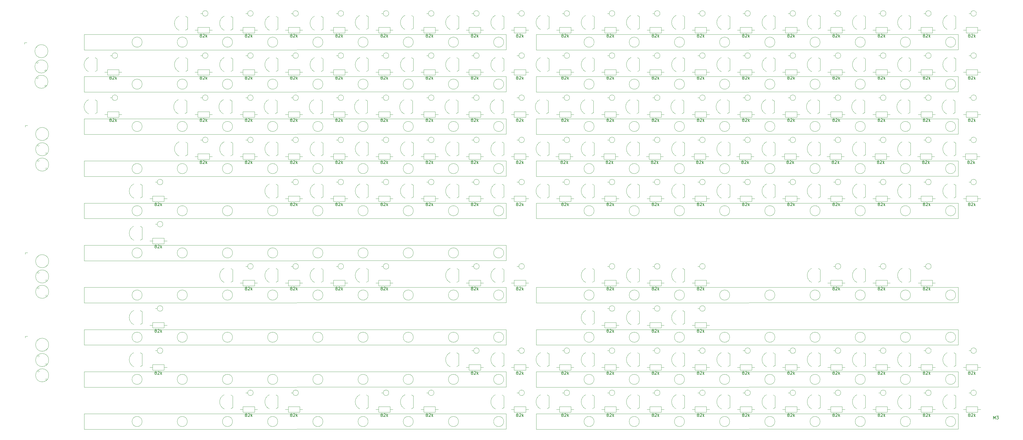
<source format=gbr>
G04 #@! TF.GenerationSoftware,KiCad,Pcbnew,(5.0.0)*
G04 #@! TF.CreationDate,2019-09-22T13:40:32+01:00*
G04 #@! TF.ProjectId,Displayv2,446973706C617976322E6B696361645F,rev?*
G04 #@! TF.SameCoordinates,Original*
G04 #@! TF.FileFunction,Legend,Top*
G04 #@! TF.FilePolarity,Positive*
%FSLAX46Y46*%
G04 Gerber Fmt 4.6, Leading zero omitted, Abs format (unit mm)*
G04 Created by KiCad (PCBNEW (5.0.0)) date 09/22/19 13:40:32*
%MOMM*%
%LPD*%
G01*
G04 APERTURE LIST*
%ADD10C,0.120000*%
%ADD11C,0.150000*%
G04 APERTURE END LIST*
D10*
G04 #@! TO.C,R56*
X299930000Y-71000000D02*
X298980000Y-71000000D01*
X294190000Y-71000000D02*
X295140000Y-71000000D01*
X298980000Y-70080000D02*
X295140000Y-70080000D01*
X298980000Y-71920000D02*
X298980000Y-70080000D01*
X295140000Y-71920000D02*
X298980000Y-71920000D01*
X295140000Y-70080000D02*
X295140000Y-71920000D01*
G04 #@! TO.C,R194*
X265140000Y-168080000D02*
X265140000Y-169920000D01*
X265140000Y-169920000D02*
X268980000Y-169920000D01*
X268980000Y-169920000D02*
X268980000Y-168080000D01*
X268980000Y-168080000D02*
X265140000Y-168080000D01*
X264190000Y-169000000D02*
X265140000Y-169000000D01*
X269930000Y-169000000D02*
X268980000Y-169000000D01*
G04 #@! TO.C,R201*
X370140000Y-168080000D02*
X370140000Y-169920000D01*
X370140000Y-169920000D02*
X373980000Y-169920000D01*
X373980000Y-169920000D02*
X373980000Y-168080000D01*
X373980000Y-168080000D02*
X370140000Y-168080000D01*
X369190000Y-169000000D02*
X370140000Y-169000000D01*
X374930000Y-169000000D02*
X373980000Y-169000000D01*
G04 #@! TO.C,R195*
X280140000Y-168080000D02*
X280140000Y-169920000D01*
X280140000Y-169920000D02*
X283980000Y-169920000D01*
X283980000Y-169920000D02*
X283980000Y-168080000D01*
X283980000Y-168080000D02*
X280140000Y-168080000D01*
X279190000Y-169000000D02*
X280140000Y-169000000D01*
X284930000Y-169000000D02*
X283980000Y-169000000D01*
G04 #@! TO.C,R185*
X130140000Y-168080000D02*
X130140000Y-169920000D01*
X130140000Y-169920000D02*
X133980000Y-169920000D01*
X133980000Y-169920000D02*
X133980000Y-168080000D01*
X133980000Y-168080000D02*
X130140000Y-168080000D01*
X129190000Y-169000000D02*
X130140000Y-169000000D01*
X134930000Y-169000000D02*
X133980000Y-169000000D01*
G04 #@! TO.C,R189*
X190140000Y-168080000D02*
X190140000Y-169920000D01*
X190140000Y-169920000D02*
X193980000Y-169920000D01*
X193980000Y-169920000D02*
X193980000Y-168080000D01*
X193980000Y-168080000D02*
X190140000Y-168080000D01*
X189190000Y-169000000D02*
X190140000Y-169000000D01*
X194930000Y-169000000D02*
X193980000Y-169000000D01*
G04 #@! TO.C,R192*
X235140000Y-168080000D02*
X235140000Y-169920000D01*
X235140000Y-169920000D02*
X238980000Y-169920000D01*
X238980000Y-169920000D02*
X238980000Y-168080000D01*
X238980000Y-168080000D02*
X235140000Y-168080000D01*
X234190000Y-169000000D02*
X235140000Y-169000000D01*
X239930000Y-169000000D02*
X238980000Y-169000000D01*
G04 #@! TO.C,R200*
X355140000Y-168080000D02*
X355140000Y-169920000D01*
X355140000Y-169920000D02*
X358980000Y-169920000D01*
X358980000Y-169920000D02*
X358980000Y-168080000D01*
X358980000Y-168080000D02*
X355140000Y-168080000D01*
X354190000Y-169000000D02*
X355140000Y-169000000D01*
X359930000Y-169000000D02*
X358980000Y-169000000D01*
G04 #@! TO.C,R193*
X250140000Y-168080000D02*
X250140000Y-169920000D01*
X250140000Y-169920000D02*
X253980000Y-169920000D01*
X253980000Y-169920000D02*
X253980000Y-168080000D01*
X253980000Y-168080000D02*
X250140000Y-168080000D01*
X249190000Y-169000000D02*
X250140000Y-169000000D01*
X254930000Y-169000000D02*
X253980000Y-169000000D01*
G04 #@! TO.C,R198*
X325140000Y-168080000D02*
X325140000Y-169920000D01*
X325140000Y-169920000D02*
X328980000Y-169920000D01*
X328980000Y-169920000D02*
X328980000Y-168080000D01*
X328980000Y-168080000D02*
X325140000Y-168080000D01*
X324190000Y-169000000D02*
X325140000Y-169000000D01*
X329930000Y-169000000D02*
X328980000Y-169000000D01*
G04 #@! TO.C,R191*
X220140000Y-168080000D02*
X220140000Y-169920000D01*
X220140000Y-169920000D02*
X223980000Y-169920000D01*
X223980000Y-169920000D02*
X223980000Y-168080000D01*
X223980000Y-168080000D02*
X220140000Y-168080000D01*
X219190000Y-169000000D02*
X220140000Y-169000000D01*
X224930000Y-169000000D02*
X223980000Y-169000000D01*
G04 #@! TO.C,R196*
X295140000Y-168080000D02*
X295140000Y-169920000D01*
X295140000Y-169920000D02*
X298980000Y-169920000D01*
X298980000Y-169920000D02*
X298980000Y-168080000D01*
X298980000Y-168080000D02*
X295140000Y-168080000D01*
X294190000Y-169000000D02*
X295140000Y-169000000D01*
X299930000Y-169000000D02*
X298980000Y-169000000D01*
G04 #@! TO.C,R199*
X340140000Y-168080000D02*
X340140000Y-169920000D01*
X340140000Y-169920000D02*
X343980000Y-169920000D01*
X343980000Y-169920000D02*
X343980000Y-168080000D01*
X343980000Y-168080000D02*
X340140000Y-168080000D01*
X339190000Y-169000000D02*
X340140000Y-169000000D01*
X344930000Y-169000000D02*
X343980000Y-169000000D01*
G04 #@! TO.C,R188*
X175140000Y-168080000D02*
X175140000Y-169920000D01*
X175140000Y-169920000D02*
X178980000Y-169920000D01*
X178980000Y-169920000D02*
X178980000Y-168080000D01*
X178980000Y-168080000D02*
X175140000Y-168080000D01*
X174190000Y-169000000D02*
X175140000Y-169000000D01*
X179930000Y-169000000D02*
X178980000Y-169000000D01*
G04 #@! TO.C,R197*
X310140000Y-168080000D02*
X310140000Y-169920000D01*
X310140000Y-169920000D02*
X313980000Y-169920000D01*
X313980000Y-169920000D02*
X313980000Y-168080000D01*
X313980000Y-168080000D02*
X310140000Y-168080000D01*
X309190000Y-169000000D02*
X310140000Y-169000000D01*
X314930000Y-169000000D02*
X313980000Y-169000000D01*
G04 #@! TO.C,R186*
X145140000Y-168080000D02*
X145140000Y-169920000D01*
X145140000Y-169920000D02*
X148980000Y-169920000D01*
X148980000Y-169920000D02*
X148980000Y-168080000D01*
X148980000Y-168080000D02*
X145140000Y-168080000D01*
X144190000Y-169000000D02*
X145140000Y-169000000D01*
X149930000Y-169000000D02*
X148980000Y-169000000D01*
G04 #@! TO.C,R181*
X370140000Y-154080000D02*
X370140000Y-155920000D01*
X370140000Y-155920000D02*
X373980000Y-155920000D01*
X373980000Y-155920000D02*
X373980000Y-154080000D01*
X373980000Y-154080000D02*
X370140000Y-154080000D01*
X369190000Y-155000000D02*
X370140000Y-155000000D01*
X374930000Y-155000000D02*
X373980000Y-155000000D01*
G04 #@! TO.C,R175*
X280140000Y-154080000D02*
X280140000Y-155920000D01*
X280140000Y-155920000D02*
X283980000Y-155920000D01*
X283980000Y-155920000D02*
X283980000Y-154080000D01*
X283980000Y-154080000D02*
X280140000Y-154080000D01*
X279190000Y-155000000D02*
X280140000Y-155000000D01*
X284930000Y-155000000D02*
X283980000Y-155000000D01*
G04 #@! TO.C,R174*
X265140000Y-154080000D02*
X265140000Y-155920000D01*
X265140000Y-155920000D02*
X268980000Y-155920000D01*
X268980000Y-155920000D02*
X268980000Y-154080000D01*
X268980000Y-154080000D02*
X265140000Y-154080000D01*
X264190000Y-155000000D02*
X265140000Y-155000000D01*
X269930000Y-155000000D02*
X268980000Y-155000000D01*
G04 #@! TO.C,R179*
X340140000Y-154080000D02*
X340140000Y-155920000D01*
X340140000Y-155920000D02*
X343980000Y-155920000D01*
X343980000Y-155920000D02*
X343980000Y-154080000D01*
X343980000Y-154080000D02*
X340140000Y-154080000D01*
X339190000Y-155000000D02*
X340140000Y-155000000D01*
X344930000Y-155000000D02*
X343980000Y-155000000D01*
G04 #@! TO.C,R180*
X355140000Y-154080000D02*
X355140000Y-155920000D01*
X355140000Y-155920000D02*
X358980000Y-155920000D01*
X358980000Y-155920000D02*
X358980000Y-154080000D01*
X358980000Y-154080000D02*
X355140000Y-154080000D01*
X354190000Y-155000000D02*
X355140000Y-155000000D01*
X359930000Y-155000000D02*
X358980000Y-155000000D01*
G04 #@! TO.C,R173*
X250140000Y-154080000D02*
X250140000Y-155920000D01*
X250140000Y-155920000D02*
X253980000Y-155920000D01*
X253980000Y-155920000D02*
X253980000Y-154080000D01*
X253980000Y-154080000D02*
X250140000Y-154080000D01*
X249190000Y-155000000D02*
X250140000Y-155000000D01*
X254930000Y-155000000D02*
X253980000Y-155000000D01*
G04 #@! TO.C,R176*
X295140000Y-154080000D02*
X295140000Y-155920000D01*
X295140000Y-155920000D02*
X298980000Y-155920000D01*
X298980000Y-155920000D02*
X298980000Y-154080000D01*
X298980000Y-154080000D02*
X295140000Y-154080000D01*
X294190000Y-155000000D02*
X295140000Y-155000000D01*
X299930000Y-155000000D02*
X298980000Y-155000000D01*
G04 #@! TO.C,R171*
X220140000Y-154080000D02*
X220140000Y-155920000D01*
X220140000Y-155920000D02*
X223980000Y-155920000D01*
X223980000Y-155920000D02*
X223980000Y-154080000D01*
X223980000Y-154080000D02*
X220140000Y-154080000D01*
X219190000Y-155000000D02*
X220140000Y-155000000D01*
X224930000Y-155000000D02*
X223980000Y-155000000D01*
G04 #@! TO.C,R178*
X325140000Y-154080000D02*
X325140000Y-155920000D01*
X325140000Y-155920000D02*
X328980000Y-155920000D01*
X328980000Y-155920000D02*
X328980000Y-154080000D01*
X328980000Y-154080000D02*
X325140000Y-154080000D01*
X324190000Y-155000000D02*
X325140000Y-155000000D01*
X329930000Y-155000000D02*
X328980000Y-155000000D01*
G04 #@! TO.C,R172*
X235140000Y-154080000D02*
X235140000Y-155920000D01*
X235140000Y-155920000D02*
X238980000Y-155920000D01*
X238980000Y-155920000D02*
X238980000Y-154080000D01*
X238980000Y-154080000D02*
X235140000Y-154080000D01*
X234190000Y-155000000D02*
X235140000Y-155000000D01*
X239930000Y-155000000D02*
X238980000Y-155000000D01*
G04 #@! TO.C,R163*
X100140000Y-154080000D02*
X100140000Y-155920000D01*
X100140000Y-155920000D02*
X103980000Y-155920000D01*
X103980000Y-155920000D02*
X103980000Y-154080000D01*
X103980000Y-154080000D02*
X100140000Y-154080000D01*
X99190000Y-155000000D02*
X100140000Y-155000000D01*
X104930000Y-155000000D02*
X103980000Y-155000000D01*
G04 #@! TO.C,R170*
X205140000Y-154080000D02*
X205140000Y-155920000D01*
X205140000Y-155920000D02*
X208980000Y-155920000D01*
X208980000Y-155920000D02*
X208980000Y-154080000D01*
X208980000Y-154080000D02*
X205140000Y-154080000D01*
X204190000Y-155000000D02*
X205140000Y-155000000D01*
X209930000Y-155000000D02*
X208980000Y-155000000D01*
G04 #@! TO.C,R177*
X310140000Y-154080000D02*
X310140000Y-155920000D01*
X310140000Y-155920000D02*
X313980000Y-155920000D01*
X313980000Y-155920000D02*
X313980000Y-154080000D01*
X313980000Y-154080000D02*
X310140000Y-154080000D01*
X309190000Y-155000000D02*
X310140000Y-155000000D01*
X314930000Y-155000000D02*
X313980000Y-155000000D01*
G04 #@! TO.C,R155*
X280140000Y-140080000D02*
X280140000Y-141920000D01*
X280140000Y-141920000D02*
X283980000Y-141920000D01*
X283980000Y-141920000D02*
X283980000Y-140080000D01*
X283980000Y-140080000D02*
X280140000Y-140080000D01*
X279190000Y-141000000D02*
X280140000Y-141000000D01*
X284930000Y-141000000D02*
X283980000Y-141000000D01*
G04 #@! TO.C,R154*
X265140000Y-140080000D02*
X265140000Y-141920000D01*
X265140000Y-141920000D02*
X268980000Y-141920000D01*
X268980000Y-141920000D02*
X268980000Y-140080000D01*
X268980000Y-140080000D02*
X265140000Y-140080000D01*
X264190000Y-141000000D02*
X265140000Y-141000000D01*
X269930000Y-141000000D02*
X268980000Y-141000000D01*
G04 #@! TO.C,R153*
X250140000Y-140080000D02*
X250140000Y-141920000D01*
X250140000Y-141920000D02*
X253980000Y-141920000D01*
X253980000Y-141920000D02*
X253980000Y-140080000D01*
X253980000Y-140080000D02*
X250140000Y-140080000D01*
X249190000Y-141000000D02*
X250140000Y-141000000D01*
X254930000Y-141000000D02*
X253980000Y-141000000D01*
G04 #@! TO.C,R143*
X100140000Y-140080000D02*
X100140000Y-141920000D01*
X100140000Y-141920000D02*
X103980000Y-141920000D01*
X103980000Y-141920000D02*
X103980000Y-140080000D01*
X103980000Y-140080000D02*
X100140000Y-140080000D01*
X99190000Y-141000000D02*
X100140000Y-141000000D01*
X104930000Y-141000000D02*
X103980000Y-141000000D01*
G04 #@! TO.C,R135*
X280140000Y-126080000D02*
X280140000Y-127920000D01*
X280140000Y-127920000D02*
X283980000Y-127920000D01*
X283980000Y-127920000D02*
X283980000Y-126080000D01*
X283980000Y-126080000D02*
X280140000Y-126080000D01*
X279190000Y-127000000D02*
X280140000Y-127000000D01*
X284930000Y-127000000D02*
X283980000Y-127000000D01*
G04 #@! TO.C,R139*
X340140000Y-126080000D02*
X340140000Y-127920000D01*
X340140000Y-127920000D02*
X343980000Y-127920000D01*
X343980000Y-127920000D02*
X343980000Y-126080000D01*
X343980000Y-126080000D02*
X340140000Y-126080000D01*
X339190000Y-127000000D02*
X340140000Y-127000000D01*
X344930000Y-127000000D02*
X343980000Y-127000000D01*
G04 #@! TO.C,R134*
X265140000Y-126080000D02*
X265140000Y-127920000D01*
X265140000Y-127920000D02*
X268980000Y-127920000D01*
X268980000Y-127920000D02*
X268980000Y-126080000D01*
X268980000Y-126080000D02*
X265140000Y-126080000D01*
X264190000Y-127000000D02*
X265140000Y-127000000D01*
X269930000Y-127000000D02*
X268980000Y-127000000D01*
G04 #@! TO.C,R140*
X355140000Y-126080000D02*
X355140000Y-127920000D01*
X355140000Y-127920000D02*
X358980000Y-127920000D01*
X358980000Y-127920000D02*
X358980000Y-126080000D01*
X358980000Y-126080000D02*
X355140000Y-126080000D01*
X354190000Y-127000000D02*
X355140000Y-127000000D01*
X359930000Y-127000000D02*
X358980000Y-127000000D01*
G04 #@! TO.C,R133*
X250140000Y-126080000D02*
X250140000Y-127920000D01*
X250140000Y-127920000D02*
X253980000Y-127920000D01*
X253980000Y-127920000D02*
X253980000Y-126080000D01*
X253980000Y-126080000D02*
X250140000Y-126080000D01*
X249190000Y-127000000D02*
X250140000Y-127000000D01*
X254930000Y-127000000D02*
X253980000Y-127000000D01*
G04 #@! TO.C,R138*
X325140000Y-126080000D02*
X325140000Y-127920000D01*
X325140000Y-127920000D02*
X328980000Y-127920000D01*
X328980000Y-127920000D02*
X328980000Y-126080000D01*
X328980000Y-126080000D02*
X325140000Y-126080000D01*
X324190000Y-127000000D02*
X325140000Y-127000000D01*
X329930000Y-127000000D02*
X328980000Y-127000000D01*
G04 #@! TO.C,R131*
X220140000Y-126080000D02*
X220140000Y-127920000D01*
X220140000Y-127920000D02*
X223980000Y-127920000D01*
X223980000Y-127920000D02*
X223980000Y-126080000D01*
X223980000Y-126080000D02*
X220140000Y-126080000D01*
X219190000Y-127000000D02*
X220140000Y-127000000D01*
X224930000Y-127000000D02*
X223980000Y-127000000D01*
G04 #@! TO.C,R126*
X145140000Y-126080000D02*
X145140000Y-127920000D01*
X145140000Y-127920000D02*
X148980000Y-127920000D01*
X148980000Y-127920000D02*
X148980000Y-126080000D01*
X148980000Y-126080000D02*
X145140000Y-126080000D01*
X144190000Y-127000000D02*
X145140000Y-127000000D01*
X149930000Y-127000000D02*
X148980000Y-127000000D01*
G04 #@! TO.C,R128*
X175140000Y-126080000D02*
X175140000Y-127920000D01*
X175140000Y-127920000D02*
X178980000Y-127920000D01*
X178980000Y-127920000D02*
X178980000Y-126080000D01*
X178980000Y-126080000D02*
X175140000Y-126080000D01*
X174190000Y-127000000D02*
X175140000Y-127000000D01*
X179930000Y-127000000D02*
X178980000Y-127000000D01*
G04 #@! TO.C,R125*
X130140000Y-126080000D02*
X130140000Y-127920000D01*
X130140000Y-127920000D02*
X133980000Y-127920000D01*
X133980000Y-127920000D02*
X133980000Y-126080000D01*
X133980000Y-126080000D02*
X130140000Y-126080000D01*
X129190000Y-127000000D02*
X130140000Y-127000000D01*
X134930000Y-127000000D02*
X133980000Y-127000000D01*
G04 #@! TO.C,R127*
X160140000Y-126080000D02*
X160140000Y-127920000D01*
X160140000Y-127920000D02*
X163980000Y-127920000D01*
X163980000Y-127920000D02*
X163980000Y-126080000D01*
X163980000Y-126080000D02*
X160140000Y-126080000D01*
X159190000Y-127000000D02*
X160140000Y-127000000D01*
X164930000Y-127000000D02*
X163980000Y-127000000D01*
G04 #@! TO.C,R130*
X205140000Y-126080000D02*
X205140000Y-127920000D01*
X205140000Y-127920000D02*
X208980000Y-127920000D01*
X208980000Y-127920000D02*
X208980000Y-126080000D01*
X208980000Y-126080000D02*
X205140000Y-126080000D01*
X204190000Y-127000000D02*
X205140000Y-127000000D01*
X209930000Y-127000000D02*
X208980000Y-127000000D01*
G04 #@! TO.C,R103*
X100140000Y-112080000D02*
X100140000Y-113920000D01*
X100140000Y-113920000D02*
X103980000Y-113920000D01*
X103980000Y-113920000D02*
X103980000Y-112080000D01*
X103980000Y-112080000D02*
X100140000Y-112080000D01*
X99190000Y-113000000D02*
X100140000Y-113000000D01*
X104930000Y-113000000D02*
X103980000Y-113000000D01*
G04 #@! TO.C,R93*
X250140000Y-98080000D02*
X250140000Y-99920000D01*
X250140000Y-99920000D02*
X253980000Y-99920000D01*
X253980000Y-99920000D02*
X253980000Y-98080000D01*
X253980000Y-98080000D02*
X250140000Y-98080000D01*
X249190000Y-99000000D02*
X250140000Y-99000000D01*
X254930000Y-99000000D02*
X253980000Y-99000000D01*
G04 #@! TO.C,R92*
X235140000Y-98080000D02*
X235140000Y-99920000D01*
X235140000Y-99920000D02*
X238980000Y-99920000D01*
X238980000Y-99920000D02*
X238980000Y-98080000D01*
X238980000Y-98080000D02*
X235140000Y-98080000D01*
X234190000Y-99000000D02*
X235140000Y-99000000D01*
X239930000Y-99000000D02*
X238980000Y-99000000D01*
G04 #@! TO.C,R97*
X310140000Y-98080000D02*
X310140000Y-99920000D01*
X310140000Y-99920000D02*
X313980000Y-99920000D01*
X313980000Y-99920000D02*
X313980000Y-98080000D01*
X313980000Y-98080000D02*
X310140000Y-98080000D01*
X309190000Y-99000000D02*
X310140000Y-99000000D01*
X314930000Y-99000000D02*
X313980000Y-99000000D01*
G04 #@! TO.C,R98*
X325140000Y-98080000D02*
X325140000Y-99920000D01*
X325140000Y-99920000D02*
X328980000Y-99920000D01*
X328980000Y-99920000D02*
X328980000Y-98080000D01*
X328980000Y-98080000D02*
X325140000Y-98080000D01*
X324190000Y-99000000D02*
X325140000Y-99000000D01*
X329930000Y-99000000D02*
X328980000Y-99000000D01*
G04 #@! TO.C,R99*
X340140000Y-98080000D02*
X340140000Y-99920000D01*
X340140000Y-99920000D02*
X343980000Y-99920000D01*
X343980000Y-99920000D02*
X343980000Y-98080000D01*
X343980000Y-98080000D02*
X340140000Y-98080000D01*
X339190000Y-99000000D02*
X340140000Y-99000000D01*
X344930000Y-99000000D02*
X343980000Y-99000000D01*
G04 #@! TO.C,R96*
X295140000Y-98080000D02*
X295140000Y-99920000D01*
X295140000Y-99920000D02*
X298980000Y-99920000D01*
X298980000Y-99920000D02*
X298980000Y-98080000D01*
X298980000Y-98080000D02*
X295140000Y-98080000D01*
X294190000Y-99000000D02*
X295140000Y-99000000D01*
X299930000Y-99000000D02*
X298980000Y-99000000D01*
G04 #@! TO.C,R101*
X370140000Y-98080000D02*
X370140000Y-99920000D01*
X370140000Y-99920000D02*
X373980000Y-99920000D01*
X373980000Y-99920000D02*
X373980000Y-98080000D01*
X373980000Y-98080000D02*
X370140000Y-98080000D01*
X369190000Y-99000000D02*
X370140000Y-99000000D01*
X374930000Y-99000000D02*
X373980000Y-99000000D01*
G04 #@! TO.C,R100*
X355140000Y-98080000D02*
X355140000Y-99920000D01*
X355140000Y-99920000D02*
X358980000Y-99920000D01*
X358980000Y-99920000D02*
X358980000Y-98080000D01*
X358980000Y-98080000D02*
X355140000Y-98080000D01*
X354190000Y-99000000D02*
X355140000Y-99000000D01*
X359930000Y-99000000D02*
X358980000Y-99000000D01*
G04 #@! TO.C,R94*
X265140000Y-98080000D02*
X265140000Y-99920000D01*
X265140000Y-99920000D02*
X268980000Y-99920000D01*
X268980000Y-99920000D02*
X268980000Y-98080000D01*
X268980000Y-98080000D02*
X265140000Y-98080000D01*
X264190000Y-99000000D02*
X265140000Y-99000000D01*
X269930000Y-99000000D02*
X268980000Y-99000000D01*
G04 #@! TO.C,R95*
X280140000Y-98080000D02*
X280140000Y-99920000D01*
X280140000Y-99920000D02*
X283980000Y-99920000D01*
X283980000Y-99920000D02*
X283980000Y-98080000D01*
X283980000Y-98080000D02*
X280140000Y-98080000D01*
X279190000Y-99000000D02*
X280140000Y-99000000D01*
X284930000Y-99000000D02*
X283980000Y-99000000D01*
G04 #@! TO.C,R86*
X145140000Y-98080000D02*
X145140000Y-99920000D01*
X145140000Y-99920000D02*
X148980000Y-99920000D01*
X148980000Y-99920000D02*
X148980000Y-98080000D01*
X148980000Y-98080000D02*
X145140000Y-98080000D01*
X144190000Y-99000000D02*
X145140000Y-99000000D01*
X149930000Y-99000000D02*
X148980000Y-99000000D01*
G04 #@! TO.C,R88*
X175140000Y-98080000D02*
X175140000Y-99920000D01*
X175140000Y-99920000D02*
X178980000Y-99920000D01*
X178980000Y-99920000D02*
X178980000Y-98080000D01*
X178980000Y-98080000D02*
X175140000Y-98080000D01*
X174190000Y-99000000D02*
X175140000Y-99000000D01*
X179930000Y-99000000D02*
X178980000Y-99000000D01*
G04 #@! TO.C,R91*
X220140000Y-98080000D02*
X220140000Y-99920000D01*
X220140000Y-99920000D02*
X223980000Y-99920000D01*
X223980000Y-99920000D02*
X223980000Y-98080000D01*
X223980000Y-98080000D02*
X220140000Y-98080000D01*
X219190000Y-99000000D02*
X220140000Y-99000000D01*
X224930000Y-99000000D02*
X223980000Y-99000000D01*
G04 #@! TO.C,R89*
X190140000Y-98080000D02*
X190140000Y-99920000D01*
X190140000Y-99920000D02*
X193980000Y-99920000D01*
X193980000Y-99920000D02*
X193980000Y-98080000D01*
X193980000Y-98080000D02*
X190140000Y-98080000D01*
X189190000Y-99000000D02*
X190140000Y-99000000D01*
X194930000Y-99000000D02*
X193980000Y-99000000D01*
G04 #@! TO.C,R90*
X205140000Y-98080000D02*
X205140000Y-99920000D01*
X205140000Y-99920000D02*
X208980000Y-99920000D01*
X208980000Y-99920000D02*
X208980000Y-98080000D01*
X208980000Y-98080000D02*
X205140000Y-98080000D01*
X204190000Y-99000000D02*
X205140000Y-99000000D01*
X209930000Y-99000000D02*
X208980000Y-99000000D01*
G04 #@! TO.C,R83*
X100140000Y-98080000D02*
X100140000Y-99920000D01*
X100140000Y-99920000D02*
X103980000Y-99920000D01*
X103980000Y-99920000D02*
X103980000Y-98080000D01*
X103980000Y-98080000D02*
X100140000Y-98080000D01*
X99190000Y-99000000D02*
X100140000Y-99000000D01*
X104930000Y-99000000D02*
X103980000Y-99000000D01*
G04 #@! TO.C,R87*
X160140000Y-98080000D02*
X160140000Y-99920000D01*
X160140000Y-99920000D02*
X163980000Y-99920000D01*
X163980000Y-99920000D02*
X163980000Y-98080000D01*
X163980000Y-98080000D02*
X160140000Y-98080000D01*
X159190000Y-99000000D02*
X160140000Y-99000000D01*
X164930000Y-99000000D02*
X163980000Y-99000000D01*
G04 #@! TO.C,R79*
X339890000Y-84080000D02*
X339890000Y-85920000D01*
X339890000Y-85920000D02*
X343730000Y-85920000D01*
X343730000Y-85920000D02*
X343730000Y-84080000D01*
X343730000Y-84080000D02*
X339890000Y-84080000D01*
X338940000Y-85000000D02*
X339890000Y-85000000D01*
X344680000Y-85000000D02*
X343730000Y-85000000D01*
G04 #@! TO.C,R77*
X309890000Y-84080000D02*
X309890000Y-85920000D01*
X309890000Y-85920000D02*
X313730000Y-85920000D01*
X313730000Y-85920000D02*
X313730000Y-84080000D01*
X313730000Y-84080000D02*
X309890000Y-84080000D01*
X308940000Y-85000000D02*
X309890000Y-85000000D01*
X314680000Y-85000000D02*
X313730000Y-85000000D01*
G04 #@! TO.C,R80*
X354890000Y-84080000D02*
X354890000Y-85920000D01*
X354890000Y-85920000D02*
X358730000Y-85920000D01*
X358730000Y-85920000D02*
X358730000Y-84080000D01*
X358730000Y-84080000D02*
X354890000Y-84080000D01*
X353940000Y-85000000D02*
X354890000Y-85000000D01*
X359680000Y-85000000D02*
X358730000Y-85000000D01*
G04 #@! TO.C,R81*
X369890000Y-84080000D02*
X369890000Y-85920000D01*
X369890000Y-85920000D02*
X373730000Y-85920000D01*
X373730000Y-85920000D02*
X373730000Y-84080000D01*
X373730000Y-84080000D02*
X369890000Y-84080000D01*
X368940000Y-85000000D02*
X369890000Y-85000000D01*
X374680000Y-85000000D02*
X373730000Y-85000000D01*
G04 #@! TO.C,R76*
X294890000Y-84080000D02*
X294890000Y-85920000D01*
X294890000Y-85920000D02*
X298730000Y-85920000D01*
X298730000Y-85920000D02*
X298730000Y-84080000D01*
X298730000Y-84080000D02*
X294890000Y-84080000D01*
X293940000Y-85000000D02*
X294890000Y-85000000D01*
X299680000Y-85000000D02*
X298730000Y-85000000D01*
G04 #@! TO.C,R78*
X324890000Y-84080000D02*
X324890000Y-85920000D01*
X324890000Y-85920000D02*
X328730000Y-85920000D01*
X328730000Y-85920000D02*
X328730000Y-84080000D01*
X328730000Y-84080000D02*
X324890000Y-84080000D01*
X323940000Y-85000000D02*
X324890000Y-85000000D01*
X329680000Y-85000000D02*
X328730000Y-85000000D01*
G04 #@! TO.C,R73*
X249890000Y-84080000D02*
X249890000Y-85920000D01*
X249890000Y-85920000D02*
X253730000Y-85920000D01*
X253730000Y-85920000D02*
X253730000Y-84080000D01*
X253730000Y-84080000D02*
X249890000Y-84080000D01*
X248940000Y-85000000D02*
X249890000Y-85000000D01*
X254680000Y-85000000D02*
X253730000Y-85000000D01*
G04 #@! TO.C,R72*
X234890000Y-84080000D02*
X234890000Y-85920000D01*
X234890000Y-85920000D02*
X238730000Y-85920000D01*
X238730000Y-85920000D02*
X238730000Y-84080000D01*
X238730000Y-84080000D02*
X234890000Y-84080000D01*
X233940000Y-85000000D02*
X234890000Y-85000000D01*
X239680000Y-85000000D02*
X238730000Y-85000000D01*
G04 #@! TO.C,R75*
X279890000Y-84080000D02*
X279890000Y-85920000D01*
X279890000Y-85920000D02*
X283730000Y-85920000D01*
X283730000Y-85920000D02*
X283730000Y-84080000D01*
X283730000Y-84080000D02*
X279890000Y-84080000D01*
X278940000Y-85000000D02*
X279890000Y-85000000D01*
X284680000Y-85000000D02*
X283730000Y-85000000D01*
G04 #@! TO.C,R74*
X264890000Y-84080000D02*
X264890000Y-85920000D01*
X264890000Y-85920000D02*
X268730000Y-85920000D01*
X268730000Y-85920000D02*
X268730000Y-84080000D01*
X268730000Y-84080000D02*
X264890000Y-84080000D01*
X263940000Y-85000000D02*
X264890000Y-85000000D01*
X269680000Y-85000000D02*
X268730000Y-85000000D01*
G04 #@! TO.C,R68*
X175140000Y-84080000D02*
X175140000Y-85920000D01*
X175140000Y-85920000D02*
X178980000Y-85920000D01*
X178980000Y-85920000D02*
X178980000Y-84080000D01*
X178980000Y-84080000D02*
X175140000Y-84080000D01*
X174190000Y-85000000D02*
X175140000Y-85000000D01*
X179930000Y-85000000D02*
X178980000Y-85000000D01*
G04 #@! TO.C,R64*
X115140000Y-84080000D02*
X115140000Y-85920000D01*
X115140000Y-85920000D02*
X118980000Y-85920000D01*
X118980000Y-85920000D02*
X118980000Y-84080000D01*
X118980000Y-84080000D02*
X115140000Y-84080000D01*
X114190000Y-85000000D02*
X115140000Y-85000000D01*
X119930000Y-85000000D02*
X118980000Y-85000000D01*
G04 #@! TO.C,R66*
X145140000Y-84080000D02*
X145140000Y-85920000D01*
X145140000Y-85920000D02*
X148980000Y-85920000D01*
X148980000Y-85920000D02*
X148980000Y-84080000D01*
X148980000Y-84080000D02*
X145140000Y-84080000D01*
X144190000Y-85000000D02*
X145140000Y-85000000D01*
X149930000Y-85000000D02*
X148980000Y-85000000D01*
G04 #@! TO.C,R65*
X130140000Y-84080000D02*
X130140000Y-85920000D01*
X130140000Y-85920000D02*
X133980000Y-85920000D01*
X133980000Y-85920000D02*
X133980000Y-84080000D01*
X133980000Y-84080000D02*
X130140000Y-84080000D01*
X129190000Y-85000000D02*
X130140000Y-85000000D01*
X134930000Y-85000000D02*
X133980000Y-85000000D01*
G04 #@! TO.C,R70*
X205140000Y-84080000D02*
X205140000Y-85920000D01*
X205140000Y-85920000D02*
X208980000Y-85920000D01*
X208980000Y-85920000D02*
X208980000Y-84080000D01*
X208980000Y-84080000D02*
X205140000Y-84080000D01*
X204190000Y-85000000D02*
X205140000Y-85000000D01*
X209930000Y-85000000D02*
X208980000Y-85000000D01*
G04 #@! TO.C,R69*
X190140000Y-84080000D02*
X190140000Y-85920000D01*
X190140000Y-85920000D02*
X193980000Y-85920000D01*
X193980000Y-85920000D02*
X193980000Y-84080000D01*
X193980000Y-84080000D02*
X190140000Y-84080000D01*
X189190000Y-85000000D02*
X190140000Y-85000000D01*
X194930000Y-85000000D02*
X193980000Y-85000000D01*
G04 #@! TO.C,R67*
X160140000Y-84080000D02*
X160140000Y-85920000D01*
X160140000Y-85920000D02*
X163980000Y-85920000D01*
X163980000Y-85920000D02*
X163980000Y-84080000D01*
X163980000Y-84080000D02*
X160140000Y-84080000D01*
X159190000Y-85000000D02*
X160140000Y-85000000D01*
X164930000Y-85000000D02*
X163980000Y-85000000D01*
G04 #@! TO.C,R71*
X220140000Y-84080000D02*
X220140000Y-85920000D01*
X220140000Y-85920000D02*
X223980000Y-85920000D01*
X223980000Y-85920000D02*
X223980000Y-84080000D01*
X223980000Y-84080000D02*
X220140000Y-84080000D01*
X219190000Y-85000000D02*
X220140000Y-85000000D01*
X224930000Y-85000000D02*
X223980000Y-85000000D01*
G04 #@! TO.C,R4*
X115140000Y-42080000D02*
X115140000Y-43920000D01*
X115140000Y-43920000D02*
X118980000Y-43920000D01*
X118980000Y-43920000D02*
X118980000Y-42080000D01*
X118980000Y-42080000D02*
X115140000Y-42080000D01*
X114190000Y-43000000D02*
X115140000Y-43000000D01*
X119930000Y-43000000D02*
X118980000Y-43000000D01*
G04 #@! TO.C,R5*
X130140000Y-42080000D02*
X130140000Y-43920000D01*
X130140000Y-43920000D02*
X133980000Y-43920000D01*
X133980000Y-43920000D02*
X133980000Y-42080000D01*
X133980000Y-42080000D02*
X130140000Y-42080000D01*
X129190000Y-43000000D02*
X130140000Y-43000000D01*
X134930000Y-43000000D02*
X133980000Y-43000000D01*
G04 #@! TO.C,R6*
X145140000Y-42080000D02*
X145140000Y-43920000D01*
X145140000Y-43920000D02*
X148980000Y-43920000D01*
X148980000Y-43920000D02*
X148980000Y-42080000D01*
X148980000Y-42080000D02*
X145140000Y-42080000D01*
X144190000Y-43000000D02*
X145140000Y-43000000D01*
X149930000Y-43000000D02*
X148980000Y-43000000D01*
G04 #@! TO.C,R7*
X160140000Y-42080000D02*
X160140000Y-43920000D01*
X160140000Y-43920000D02*
X163980000Y-43920000D01*
X163980000Y-43920000D02*
X163980000Y-42080000D01*
X163980000Y-42080000D02*
X160140000Y-42080000D01*
X159190000Y-43000000D02*
X160140000Y-43000000D01*
X164930000Y-43000000D02*
X163980000Y-43000000D01*
G04 #@! TO.C,R8*
X175140000Y-42080000D02*
X175140000Y-43920000D01*
X175140000Y-43920000D02*
X178980000Y-43920000D01*
X178980000Y-43920000D02*
X178980000Y-42080000D01*
X178980000Y-42080000D02*
X175140000Y-42080000D01*
X174190000Y-43000000D02*
X175140000Y-43000000D01*
X179930000Y-43000000D02*
X178980000Y-43000000D01*
G04 #@! TO.C,R9*
X190140000Y-42080000D02*
X190140000Y-43920000D01*
X190140000Y-43920000D02*
X193980000Y-43920000D01*
X193980000Y-43920000D02*
X193980000Y-42080000D01*
X193980000Y-42080000D02*
X190140000Y-42080000D01*
X189190000Y-43000000D02*
X190140000Y-43000000D01*
X194930000Y-43000000D02*
X193980000Y-43000000D01*
G04 #@! TO.C,R10*
X205140000Y-42080000D02*
X205140000Y-43920000D01*
X205140000Y-43920000D02*
X208980000Y-43920000D01*
X208980000Y-43920000D02*
X208980000Y-42080000D01*
X208980000Y-42080000D02*
X205140000Y-42080000D01*
X204190000Y-43000000D02*
X205140000Y-43000000D01*
X209930000Y-43000000D02*
X208980000Y-43000000D01*
G04 #@! TO.C,R11*
X220140000Y-42080000D02*
X220140000Y-43920000D01*
X220140000Y-43920000D02*
X223980000Y-43920000D01*
X223980000Y-43920000D02*
X223980000Y-42080000D01*
X223980000Y-42080000D02*
X220140000Y-42080000D01*
X219190000Y-43000000D02*
X220140000Y-43000000D01*
X224930000Y-43000000D02*
X223980000Y-43000000D01*
G04 #@! TO.C,R12*
X235140000Y-42080000D02*
X235140000Y-43920000D01*
X235140000Y-43920000D02*
X238980000Y-43920000D01*
X238980000Y-43920000D02*
X238980000Y-42080000D01*
X238980000Y-42080000D02*
X235140000Y-42080000D01*
X234190000Y-43000000D02*
X235140000Y-43000000D01*
X239930000Y-43000000D02*
X238980000Y-43000000D01*
G04 #@! TO.C,R13*
X250140000Y-42080000D02*
X250140000Y-43920000D01*
X250140000Y-43920000D02*
X253980000Y-43920000D01*
X253980000Y-43920000D02*
X253980000Y-42080000D01*
X253980000Y-42080000D02*
X250140000Y-42080000D01*
X249190000Y-43000000D02*
X250140000Y-43000000D01*
X254930000Y-43000000D02*
X253980000Y-43000000D01*
G04 #@! TO.C,R14*
X265140000Y-42080000D02*
X265140000Y-43920000D01*
X265140000Y-43920000D02*
X268980000Y-43920000D01*
X268980000Y-43920000D02*
X268980000Y-42080000D01*
X268980000Y-42080000D02*
X265140000Y-42080000D01*
X264190000Y-43000000D02*
X265140000Y-43000000D01*
X269930000Y-43000000D02*
X268980000Y-43000000D01*
G04 #@! TO.C,R15*
X280140000Y-42080000D02*
X280140000Y-43920000D01*
X280140000Y-43920000D02*
X283980000Y-43920000D01*
X283980000Y-43920000D02*
X283980000Y-42080000D01*
X283980000Y-42080000D02*
X280140000Y-42080000D01*
X279190000Y-43000000D02*
X280140000Y-43000000D01*
X284930000Y-43000000D02*
X283980000Y-43000000D01*
G04 #@! TO.C,R16*
X295140000Y-42080000D02*
X295140000Y-43920000D01*
X295140000Y-43920000D02*
X298980000Y-43920000D01*
X298980000Y-43920000D02*
X298980000Y-42080000D01*
X298980000Y-42080000D02*
X295140000Y-42080000D01*
X294190000Y-43000000D02*
X295140000Y-43000000D01*
X299930000Y-43000000D02*
X298980000Y-43000000D01*
G04 #@! TO.C,R17*
X310140000Y-42080000D02*
X310140000Y-43920000D01*
X310140000Y-43920000D02*
X313980000Y-43920000D01*
X313980000Y-43920000D02*
X313980000Y-42080000D01*
X313980000Y-42080000D02*
X310140000Y-42080000D01*
X309190000Y-43000000D02*
X310140000Y-43000000D01*
X314930000Y-43000000D02*
X313980000Y-43000000D01*
G04 #@! TO.C,R18*
X325140000Y-42080000D02*
X325140000Y-43920000D01*
X325140000Y-43920000D02*
X328980000Y-43920000D01*
X328980000Y-43920000D02*
X328980000Y-42080000D01*
X328980000Y-42080000D02*
X325140000Y-42080000D01*
X324190000Y-43000000D02*
X325140000Y-43000000D01*
X329930000Y-43000000D02*
X328980000Y-43000000D01*
G04 #@! TO.C,R19*
X340140000Y-42080000D02*
X340140000Y-43920000D01*
X340140000Y-43920000D02*
X343980000Y-43920000D01*
X343980000Y-43920000D02*
X343980000Y-42080000D01*
X343980000Y-42080000D02*
X340140000Y-42080000D01*
X339190000Y-43000000D02*
X340140000Y-43000000D01*
X344930000Y-43000000D02*
X343980000Y-43000000D01*
G04 #@! TO.C,R20*
X355140000Y-42080000D02*
X355140000Y-43920000D01*
X355140000Y-43920000D02*
X358980000Y-43920000D01*
X358980000Y-43920000D02*
X358980000Y-42080000D01*
X358980000Y-42080000D02*
X355140000Y-42080000D01*
X354190000Y-43000000D02*
X355140000Y-43000000D01*
X359930000Y-43000000D02*
X358980000Y-43000000D01*
G04 #@! TO.C,R21*
X370140000Y-42080000D02*
X370140000Y-43920000D01*
X370140000Y-43920000D02*
X373980000Y-43920000D01*
X373980000Y-43920000D02*
X373980000Y-42080000D01*
X373980000Y-42080000D02*
X370140000Y-42080000D01*
X369190000Y-43000000D02*
X370140000Y-43000000D01*
X374930000Y-43000000D02*
X373980000Y-43000000D01*
G04 #@! TO.C,R22*
X85140000Y-56080000D02*
X85140000Y-57920000D01*
X85140000Y-57920000D02*
X88980000Y-57920000D01*
X88980000Y-57920000D02*
X88980000Y-56080000D01*
X88980000Y-56080000D02*
X85140000Y-56080000D01*
X84190000Y-57000000D02*
X85140000Y-57000000D01*
X89930000Y-57000000D02*
X88980000Y-57000000D01*
G04 #@! TO.C,R24*
X115140000Y-56080000D02*
X115140000Y-57920000D01*
X115140000Y-57920000D02*
X118980000Y-57920000D01*
X118980000Y-57920000D02*
X118980000Y-56080000D01*
X118980000Y-56080000D02*
X115140000Y-56080000D01*
X114190000Y-57000000D02*
X115140000Y-57000000D01*
X119930000Y-57000000D02*
X118980000Y-57000000D01*
G04 #@! TO.C,R25*
X130140000Y-56080000D02*
X130140000Y-57920000D01*
X130140000Y-57920000D02*
X133980000Y-57920000D01*
X133980000Y-57920000D02*
X133980000Y-56080000D01*
X133980000Y-56080000D02*
X130140000Y-56080000D01*
X129190000Y-57000000D02*
X130140000Y-57000000D01*
X134930000Y-57000000D02*
X133980000Y-57000000D01*
G04 #@! TO.C,R26*
X145140000Y-56080000D02*
X145140000Y-57920000D01*
X145140000Y-57920000D02*
X148980000Y-57920000D01*
X148980000Y-57920000D02*
X148980000Y-56080000D01*
X148980000Y-56080000D02*
X145140000Y-56080000D01*
X144190000Y-57000000D02*
X145140000Y-57000000D01*
X149930000Y-57000000D02*
X148980000Y-57000000D01*
G04 #@! TO.C,R27*
X160140000Y-56080000D02*
X160140000Y-57920000D01*
X160140000Y-57920000D02*
X163980000Y-57920000D01*
X163980000Y-57920000D02*
X163980000Y-56080000D01*
X163980000Y-56080000D02*
X160140000Y-56080000D01*
X159190000Y-57000000D02*
X160140000Y-57000000D01*
X164930000Y-57000000D02*
X163980000Y-57000000D01*
G04 #@! TO.C,R28*
X175140000Y-56080000D02*
X175140000Y-57920000D01*
X175140000Y-57920000D02*
X178980000Y-57920000D01*
X178980000Y-57920000D02*
X178980000Y-56080000D01*
X178980000Y-56080000D02*
X175140000Y-56080000D01*
X174190000Y-57000000D02*
X175140000Y-57000000D01*
X179930000Y-57000000D02*
X178980000Y-57000000D01*
G04 #@! TO.C,R29*
X190140000Y-56080000D02*
X190140000Y-57920000D01*
X190140000Y-57920000D02*
X193980000Y-57920000D01*
X193980000Y-57920000D02*
X193980000Y-56080000D01*
X193980000Y-56080000D02*
X190140000Y-56080000D01*
X189190000Y-57000000D02*
X190140000Y-57000000D01*
X194930000Y-57000000D02*
X193980000Y-57000000D01*
G04 #@! TO.C,R30*
X205140000Y-56080000D02*
X205140000Y-57920000D01*
X205140000Y-57920000D02*
X208980000Y-57920000D01*
X208980000Y-57920000D02*
X208980000Y-56080000D01*
X208980000Y-56080000D02*
X205140000Y-56080000D01*
X204190000Y-57000000D02*
X205140000Y-57000000D01*
X209930000Y-57000000D02*
X208980000Y-57000000D01*
G04 #@! TO.C,R31*
X220140000Y-56080000D02*
X220140000Y-57920000D01*
X220140000Y-57920000D02*
X223980000Y-57920000D01*
X223980000Y-57920000D02*
X223980000Y-56080000D01*
X223980000Y-56080000D02*
X220140000Y-56080000D01*
X219190000Y-57000000D02*
X220140000Y-57000000D01*
X224930000Y-57000000D02*
X223980000Y-57000000D01*
G04 #@! TO.C,R32*
X235140000Y-56080000D02*
X235140000Y-57920000D01*
X235140000Y-57920000D02*
X238980000Y-57920000D01*
X238980000Y-57920000D02*
X238980000Y-56080000D01*
X238980000Y-56080000D02*
X235140000Y-56080000D01*
X234190000Y-57000000D02*
X235140000Y-57000000D01*
X239930000Y-57000000D02*
X238980000Y-57000000D01*
G04 #@! TO.C,R33*
X250140000Y-56080000D02*
X250140000Y-57920000D01*
X250140000Y-57920000D02*
X253980000Y-57920000D01*
X253980000Y-57920000D02*
X253980000Y-56080000D01*
X253980000Y-56080000D02*
X250140000Y-56080000D01*
X249190000Y-57000000D02*
X250140000Y-57000000D01*
X254930000Y-57000000D02*
X253980000Y-57000000D01*
G04 #@! TO.C,R34*
X265140000Y-56080000D02*
X265140000Y-57920000D01*
X265140000Y-57920000D02*
X268980000Y-57920000D01*
X268980000Y-57920000D02*
X268980000Y-56080000D01*
X268980000Y-56080000D02*
X265140000Y-56080000D01*
X264190000Y-57000000D02*
X265140000Y-57000000D01*
X269930000Y-57000000D02*
X268980000Y-57000000D01*
G04 #@! TO.C,R35*
X280140000Y-56080000D02*
X280140000Y-57920000D01*
X280140000Y-57920000D02*
X283980000Y-57920000D01*
X283980000Y-57920000D02*
X283980000Y-56080000D01*
X283980000Y-56080000D02*
X280140000Y-56080000D01*
X279190000Y-57000000D02*
X280140000Y-57000000D01*
X284930000Y-57000000D02*
X283980000Y-57000000D01*
G04 #@! TO.C,R36*
X295140000Y-56080000D02*
X295140000Y-57920000D01*
X295140000Y-57920000D02*
X298980000Y-57920000D01*
X298980000Y-57920000D02*
X298980000Y-56080000D01*
X298980000Y-56080000D02*
X295140000Y-56080000D01*
X294190000Y-57000000D02*
X295140000Y-57000000D01*
X299930000Y-57000000D02*
X298980000Y-57000000D01*
G04 #@! TO.C,R37*
X310140000Y-56080000D02*
X310140000Y-57920000D01*
X310140000Y-57920000D02*
X313980000Y-57920000D01*
X313980000Y-57920000D02*
X313980000Y-56080000D01*
X313980000Y-56080000D02*
X310140000Y-56080000D01*
X309190000Y-57000000D02*
X310140000Y-57000000D01*
X314930000Y-57000000D02*
X313980000Y-57000000D01*
G04 #@! TO.C,R38*
X325140000Y-56080000D02*
X325140000Y-57920000D01*
X325140000Y-57920000D02*
X328980000Y-57920000D01*
X328980000Y-57920000D02*
X328980000Y-56080000D01*
X328980000Y-56080000D02*
X325140000Y-56080000D01*
X324190000Y-57000000D02*
X325140000Y-57000000D01*
X329930000Y-57000000D02*
X328980000Y-57000000D01*
G04 #@! TO.C,R39*
X340140000Y-56080000D02*
X340140000Y-57920000D01*
X340140000Y-57920000D02*
X343980000Y-57920000D01*
X343980000Y-57920000D02*
X343980000Y-56080000D01*
X343980000Y-56080000D02*
X340140000Y-56080000D01*
X339190000Y-57000000D02*
X340140000Y-57000000D01*
X344930000Y-57000000D02*
X343980000Y-57000000D01*
G04 #@! TO.C,R40*
X355140000Y-56080000D02*
X355140000Y-57920000D01*
X355140000Y-57920000D02*
X358980000Y-57920000D01*
X358980000Y-57920000D02*
X358980000Y-56080000D01*
X358980000Y-56080000D02*
X355140000Y-56080000D01*
X354190000Y-57000000D02*
X355140000Y-57000000D01*
X359930000Y-57000000D02*
X358980000Y-57000000D01*
G04 #@! TO.C,R41*
X370140000Y-56080000D02*
X370140000Y-57920000D01*
X370140000Y-57920000D02*
X373980000Y-57920000D01*
X373980000Y-57920000D02*
X373980000Y-56080000D01*
X373980000Y-56080000D02*
X370140000Y-56080000D01*
X369190000Y-57000000D02*
X370140000Y-57000000D01*
X374930000Y-57000000D02*
X373980000Y-57000000D01*
G04 #@! TO.C,R42*
X85140000Y-70080000D02*
X85140000Y-71920000D01*
X85140000Y-71920000D02*
X88980000Y-71920000D01*
X88980000Y-71920000D02*
X88980000Y-70080000D01*
X88980000Y-70080000D02*
X85140000Y-70080000D01*
X84190000Y-71000000D02*
X85140000Y-71000000D01*
X89930000Y-71000000D02*
X88980000Y-71000000D01*
G04 #@! TO.C,R44*
X115140000Y-70080000D02*
X115140000Y-71920000D01*
X115140000Y-71920000D02*
X118980000Y-71920000D01*
X118980000Y-71920000D02*
X118980000Y-70080000D01*
X118980000Y-70080000D02*
X115140000Y-70080000D01*
X114190000Y-71000000D02*
X115140000Y-71000000D01*
X119930000Y-71000000D02*
X118980000Y-71000000D01*
G04 #@! TO.C,R45*
X130140000Y-70080000D02*
X130140000Y-71920000D01*
X130140000Y-71920000D02*
X133980000Y-71920000D01*
X133980000Y-71920000D02*
X133980000Y-70080000D01*
X133980000Y-70080000D02*
X130140000Y-70080000D01*
X129190000Y-71000000D02*
X130140000Y-71000000D01*
X134930000Y-71000000D02*
X133980000Y-71000000D01*
G04 #@! TO.C,R46*
X145140000Y-70080000D02*
X145140000Y-71920000D01*
X145140000Y-71920000D02*
X148980000Y-71920000D01*
X148980000Y-71920000D02*
X148980000Y-70080000D01*
X148980000Y-70080000D02*
X145140000Y-70080000D01*
X144190000Y-71000000D02*
X145140000Y-71000000D01*
X149930000Y-71000000D02*
X148980000Y-71000000D01*
G04 #@! TO.C,R47*
X160140000Y-70080000D02*
X160140000Y-71920000D01*
X160140000Y-71920000D02*
X163980000Y-71920000D01*
X163980000Y-71920000D02*
X163980000Y-70080000D01*
X163980000Y-70080000D02*
X160140000Y-70080000D01*
X159190000Y-71000000D02*
X160140000Y-71000000D01*
X164930000Y-71000000D02*
X163980000Y-71000000D01*
G04 #@! TO.C,R48*
X175140000Y-70080000D02*
X175140000Y-71920000D01*
X175140000Y-71920000D02*
X178980000Y-71920000D01*
X178980000Y-71920000D02*
X178980000Y-70080000D01*
X178980000Y-70080000D02*
X175140000Y-70080000D01*
X174190000Y-71000000D02*
X175140000Y-71000000D01*
X179930000Y-71000000D02*
X178980000Y-71000000D01*
G04 #@! TO.C,R49*
X190140000Y-70080000D02*
X190140000Y-71920000D01*
X190140000Y-71920000D02*
X193980000Y-71920000D01*
X193980000Y-71920000D02*
X193980000Y-70080000D01*
X193980000Y-70080000D02*
X190140000Y-70080000D01*
X189190000Y-71000000D02*
X190140000Y-71000000D01*
X194930000Y-71000000D02*
X193980000Y-71000000D01*
G04 #@! TO.C,R50*
X205140000Y-70080000D02*
X205140000Y-71920000D01*
X205140000Y-71920000D02*
X208980000Y-71920000D01*
X208980000Y-71920000D02*
X208980000Y-70080000D01*
X208980000Y-70080000D02*
X205140000Y-70080000D01*
X204190000Y-71000000D02*
X205140000Y-71000000D01*
X209930000Y-71000000D02*
X208980000Y-71000000D01*
G04 #@! TO.C,R51*
X220140000Y-70080000D02*
X220140000Y-71920000D01*
X220140000Y-71920000D02*
X223980000Y-71920000D01*
X223980000Y-71920000D02*
X223980000Y-70080000D01*
X223980000Y-70080000D02*
X220140000Y-70080000D01*
X219190000Y-71000000D02*
X220140000Y-71000000D01*
X224930000Y-71000000D02*
X223980000Y-71000000D01*
G04 #@! TO.C,R52*
X235140000Y-70080000D02*
X235140000Y-71920000D01*
X235140000Y-71920000D02*
X238980000Y-71920000D01*
X238980000Y-71920000D02*
X238980000Y-70080000D01*
X238980000Y-70080000D02*
X235140000Y-70080000D01*
X234190000Y-71000000D02*
X235140000Y-71000000D01*
X239930000Y-71000000D02*
X238980000Y-71000000D01*
G04 #@! TO.C,R53*
X250140000Y-70080000D02*
X250140000Y-71920000D01*
X250140000Y-71920000D02*
X253980000Y-71920000D01*
X253980000Y-71920000D02*
X253980000Y-70080000D01*
X253980000Y-70080000D02*
X250140000Y-70080000D01*
X249190000Y-71000000D02*
X250140000Y-71000000D01*
X254930000Y-71000000D02*
X253980000Y-71000000D01*
G04 #@! TO.C,R54*
X265140000Y-70080000D02*
X265140000Y-71920000D01*
X265140000Y-71920000D02*
X268980000Y-71920000D01*
X268980000Y-71920000D02*
X268980000Y-70080000D01*
X268980000Y-70080000D02*
X265140000Y-70080000D01*
X264190000Y-71000000D02*
X265140000Y-71000000D01*
X269930000Y-71000000D02*
X268980000Y-71000000D01*
G04 #@! TO.C,R55*
X280140000Y-70080000D02*
X280140000Y-71920000D01*
X280140000Y-71920000D02*
X283980000Y-71920000D01*
X283980000Y-71920000D02*
X283980000Y-70080000D01*
X283980000Y-70080000D02*
X280140000Y-70080000D01*
X279190000Y-71000000D02*
X280140000Y-71000000D01*
X284930000Y-71000000D02*
X283980000Y-71000000D01*
G04 #@! TO.C,R57*
X310140000Y-70080000D02*
X310140000Y-71920000D01*
X310140000Y-71920000D02*
X313980000Y-71920000D01*
X313980000Y-71920000D02*
X313980000Y-70080000D01*
X313980000Y-70080000D02*
X310140000Y-70080000D01*
X309190000Y-71000000D02*
X310140000Y-71000000D01*
X314930000Y-71000000D02*
X313980000Y-71000000D01*
G04 #@! TO.C,R58*
X325140000Y-70080000D02*
X325140000Y-71920000D01*
X325140000Y-71920000D02*
X328980000Y-71920000D01*
X328980000Y-71920000D02*
X328980000Y-70080000D01*
X328980000Y-70080000D02*
X325140000Y-70080000D01*
X324190000Y-71000000D02*
X325140000Y-71000000D01*
X329930000Y-71000000D02*
X328980000Y-71000000D01*
G04 #@! TO.C,R59*
X340140000Y-70080000D02*
X340140000Y-71920000D01*
X340140000Y-71920000D02*
X343980000Y-71920000D01*
X343980000Y-71920000D02*
X343980000Y-70080000D01*
X343980000Y-70080000D02*
X340140000Y-70080000D01*
X339190000Y-71000000D02*
X340140000Y-71000000D01*
X344930000Y-71000000D02*
X343980000Y-71000000D01*
G04 #@! TO.C,R60*
X355140000Y-70080000D02*
X355140000Y-71920000D01*
X355140000Y-71920000D02*
X358980000Y-71920000D01*
X358980000Y-71920000D02*
X358980000Y-70080000D01*
X358980000Y-70080000D02*
X355140000Y-70080000D01*
X354190000Y-71000000D02*
X355140000Y-71000000D01*
X359930000Y-71000000D02*
X358980000Y-71000000D01*
G04 #@! TO.C,R61*
X370140000Y-70080000D02*
X370140000Y-71920000D01*
X370140000Y-71920000D02*
X373980000Y-71920000D01*
X373980000Y-71920000D02*
X373980000Y-70080000D01*
X373980000Y-70080000D02*
X370140000Y-70080000D01*
X369190000Y-71000000D02*
X370140000Y-71000000D01*
X374930000Y-71000000D02*
X373980000Y-71000000D01*
G04 #@! TO.C,Q3*
X111700000Y-42650000D02*
X111700000Y-38800000D01*
X111122045Y-43032631D02*
G75*
G03X111700000Y-42650000I-1122045J2322631D01*
G01*
X108901193Y-43066400D02*
G75*
G02X107400000Y-40710000I1098807J2356400D01*
G01*
X108901193Y-38353600D02*
G75*
G03X107400000Y-40710000I1098807J-2356400D01*
G01*
X111112264Y-38407617D02*
G75*
G02X111700000Y-38800000I-1112264J-2302383D01*
G01*
G04 #@! TO.C,Q194*
X276700000Y-168400000D02*
X276700000Y-164550000D01*
X276122045Y-168782631D02*
G75*
G03X276700000Y-168400000I-1122045J2322631D01*
G01*
X273901193Y-168816400D02*
G75*
G02X272400000Y-166460000I1098807J2356400D01*
G01*
X273901193Y-164103600D02*
G75*
G03X272400000Y-166460000I1098807J-2356400D01*
G01*
X276112264Y-164157617D02*
G75*
G02X276700000Y-164550000I-1112264J-2302383D01*
G01*
G04 #@! TO.C,Q193*
X261700000Y-168400000D02*
X261700000Y-164550000D01*
X261122045Y-168782631D02*
G75*
G03X261700000Y-168400000I-1122045J2322631D01*
G01*
X258901193Y-168816400D02*
G75*
G02X257400000Y-166460000I1098807J2356400D01*
G01*
X258901193Y-164103600D02*
G75*
G03X257400000Y-166460000I1098807J-2356400D01*
G01*
X261112264Y-164157617D02*
G75*
G02X261700000Y-164550000I-1112264J-2302383D01*
G01*
G04 #@! TO.C,Q192*
X246700000Y-168400000D02*
X246700000Y-164550000D01*
X246122045Y-168782631D02*
G75*
G03X246700000Y-168400000I-1122045J2322631D01*
G01*
X243901193Y-168816400D02*
G75*
G02X242400000Y-166460000I1098807J2356400D01*
G01*
X243901193Y-164103600D02*
G75*
G03X242400000Y-166460000I1098807J-2356400D01*
G01*
X246112264Y-164157617D02*
G75*
G02X246700000Y-164550000I-1112264J-2302383D01*
G01*
G04 #@! TO.C,Q191*
X231700000Y-168400000D02*
X231700000Y-164550000D01*
X231122045Y-168782631D02*
G75*
G03X231700000Y-168400000I-1122045J2322631D01*
G01*
X228901193Y-168816400D02*
G75*
G02X227400000Y-166460000I1098807J2356400D01*
G01*
X228901193Y-164103600D02*
G75*
G03X227400000Y-166460000I1098807J-2356400D01*
G01*
X231112264Y-164157617D02*
G75*
G02X231700000Y-164550000I-1112264J-2302383D01*
G01*
G04 #@! TO.C,Q197*
X321700000Y-168400000D02*
X321700000Y-164550000D01*
X321122045Y-168782631D02*
G75*
G03X321700000Y-168400000I-1122045J2322631D01*
G01*
X318901193Y-168816400D02*
G75*
G02X317400000Y-166460000I1098807J2356400D01*
G01*
X318901193Y-164103600D02*
G75*
G03X317400000Y-166460000I1098807J-2356400D01*
G01*
X321112264Y-164157617D02*
G75*
G02X321700000Y-164550000I-1112264J-2302383D01*
G01*
G04 #@! TO.C,Q187*
X171700000Y-168400000D02*
X171700000Y-164550000D01*
X171122045Y-168782631D02*
G75*
G03X171700000Y-168400000I-1122045J2322631D01*
G01*
X168901193Y-168816400D02*
G75*
G02X167400000Y-166460000I1098807J2356400D01*
G01*
X168901193Y-164103600D02*
G75*
G03X167400000Y-166460000I1098807J-2356400D01*
G01*
X171112264Y-164157617D02*
G75*
G02X171700000Y-164550000I-1112264J-2302383D01*
G01*
G04 #@! TO.C,Q198*
X336700000Y-168400000D02*
X336700000Y-164550000D01*
X336122045Y-168782631D02*
G75*
G03X336700000Y-168400000I-1122045J2322631D01*
G01*
X333901193Y-168816400D02*
G75*
G02X332400000Y-166460000I1098807J2356400D01*
G01*
X333901193Y-164103600D02*
G75*
G03X332400000Y-166460000I1098807J-2356400D01*
G01*
X336112264Y-164157617D02*
G75*
G02X336700000Y-164550000I-1112264J-2302383D01*
G01*
G04 #@! TO.C,Q200*
X366700000Y-168400000D02*
X366700000Y-164550000D01*
X366122045Y-168782631D02*
G75*
G03X366700000Y-168400000I-1122045J2322631D01*
G01*
X363901193Y-168816400D02*
G75*
G02X362400000Y-166460000I1098807J2356400D01*
G01*
X363901193Y-164103600D02*
G75*
G03X362400000Y-166460000I1098807J-2356400D01*
G01*
X366112264Y-164157617D02*
G75*
G02X366700000Y-164550000I-1112264J-2302383D01*
G01*
G04 #@! TO.C,Q188*
X186700000Y-168400000D02*
X186700000Y-164550000D01*
X186122045Y-168782631D02*
G75*
G03X186700000Y-168400000I-1122045J2322631D01*
G01*
X183901193Y-168816400D02*
G75*
G02X182400000Y-166460000I1098807J2356400D01*
G01*
X183901193Y-164103600D02*
G75*
G03X182400000Y-166460000I1098807J-2356400D01*
G01*
X186112264Y-164157617D02*
G75*
G02X186700000Y-164550000I-1112264J-2302383D01*
G01*
G04 #@! TO.C,Q195*
X291700000Y-168400000D02*
X291700000Y-164550000D01*
X291122045Y-168782631D02*
G75*
G03X291700000Y-168400000I-1122045J2322631D01*
G01*
X288901193Y-168816400D02*
G75*
G02X287400000Y-166460000I1098807J2356400D01*
G01*
X288901193Y-164103600D02*
G75*
G03X287400000Y-166460000I1098807J-2356400D01*
G01*
X291112264Y-164157617D02*
G75*
G02X291700000Y-164550000I-1112264J-2302383D01*
G01*
G04 #@! TO.C,Q184*
X126700000Y-168400000D02*
X126700000Y-164550000D01*
X126122045Y-168782631D02*
G75*
G03X126700000Y-168400000I-1122045J2322631D01*
G01*
X123901193Y-168816400D02*
G75*
G02X122400000Y-166460000I1098807J2356400D01*
G01*
X123901193Y-164103600D02*
G75*
G03X122400000Y-166460000I1098807J-2356400D01*
G01*
X126112264Y-164157617D02*
G75*
G02X126700000Y-164550000I-1112264J-2302383D01*
G01*
G04 #@! TO.C,Q196*
X306700000Y-168400000D02*
X306700000Y-164550000D01*
X306122045Y-168782631D02*
G75*
G03X306700000Y-168400000I-1122045J2322631D01*
G01*
X303901193Y-168816400D02*
G75*
G02X302400000Y-166460000I1098807J2356400D01*
G01*
X303901193Y-164103600D02*
G75*
G03X302400000Y-166460000I1098807J-2356400D01*
G01*
X306112264Y-164157617D02*
G75*
G02X306700000Y-164550000I-1112264J-2302383D01*
G01*
G04 #@! TO.C,Q185*
X141700000Y-168400000D02*
X141700000Y-164550000D01*
X141122045Y-168782631D02*
G75*
G03X141700000Y-168400000I-1122045J2322631D01*
G01*
X138901193Y-168816400D02*
G75*
G02X137400000Y-166460000I1098807J2356400D01*
G01*
X138901193Y-164103600D02*
G75*
G03X137400000Y-166460000I1098807J-2356400D01*
G01*
X141112264Y-164157617D02*
G75*
G02X141700000Y-164550000I-1112264J-2302383D01*
G01*
G04 #@! TO.C,Q190*
X216700000Y-168400000D02*
X216700000Y-164550000D01*
X216122045Y-168782631D02*
G75*
G03X216700000Y-168400000I-1122045J2322631D01*
G01*
X213901193Y-168816400D02*
G75*
G02X212400000Y-166460000I1098807J2356400D01*
G01*
X213901193Y-164103600D02*
G75*
G03X212400000Y-166460000I1098807J-2356400D01*
G01*
X216112264Y-164157617D02*
G75*
G02X216700000Y-164550000I-1112264J-2302383D01*
G01*
G04 #@! TO.C,Q199*
X351700000Y-168400000D02*
X351700000Y-164550000D01*
X351122045Y-168782631D02*
G75*
G03X351700000Y-168400000I-1122045J2322631D01*
G01*
X348901193Y-168816400D02*
G75*
G02X347400000Y-166460000I1098807J2356400D01*
G01*
X348901193Y-164103600D02*
G75*
G03X347400000Y-166460000I1098807J-2356400D01*
G01*
X351112264Y-164157617D02*
G75*
G02X351700000Y-164550000I-1112264J-2302383D01*
G01*
G04 #@! TO.C,Q171*
X231700000Y-154400000D02*
X231700000Y-150550000D01*
X231122045Y-154782631D02*
G75*
G03X231700000Y-154400000I-1122045J2322631D01*
G01*
X228901193Y-154816400D02*
G75*
G02X227400000Y-152460000I1098807J2356400D01*
G01*
X228901193Y-150103600D02*
G75*
G03X227400000Y-152460000I1098807J-2356400D01*
G01*
X231112264Y-150157617D02*
G75*
G02X231700000Y-150550000I-1112264J-2302383D01*
G01*
G04 #@! TO.C,Q172*
X246700000Y-154400000D02*
X246700000Y-150550000D01*
X246122045Y-154782631D02*
G75*
G03X246700000Y-154400000I-1122045J2322631D01*
G01*
X243901193Y-154816400D02*
G75*
G02X242400000Y-152460000I1098807J2356400D01*
G01*
X243901193Y-150103600D02*
G75*
G03X242400000Y-152460000I1098807J-2356400D01*
G01*
X246112264Y-150157617D02*
G75*
G02X246700000Y-150550000I-1112264J-2302383D01*
G01*
G04 #@! TO.C,Q174*
X276700000Y-154400000D02*
X276700000Y-150550000D01*
X276122045Y-154782631D02*
G75*
G03X276700000Y-154400000I-1122045J2322631D01*
G01*
X273901193Y-154816400D02*
G75*
G02X272400000Y-152460000I1098807J2356400D01*
G01*
X273901193Y-150103600D02*
G75*
G03X272400000Y-152460000I1098807J-2356400D01*
G01*
X276112264Y-150157617D02*
G75*
G02X276700000Y-150550000I-1112264J-2302383D01*
G01*
G04 #@! TO.C,Q173*
X261700000Y-154400000D02*
X261700000Y-150550000D01*
X261122045Y-154782631D02*
G75*
G03X261700000Y-154400000I-1122045J2322631D01*
G01*
X258901193Y-154816400D02*
G75*
G02X257400000Y-152460000I1098807J2356400D01*
G01*
X258901193Y-150103600D02*
G75*
G03X257400000Y-152460000I1098807J-2356400D01*
G01*
X261112264Y-150157617D02*
G75*
G02X261700000Y-150550000I-1112264J-2302383D01*
G01*
G04 #@! TO.C,Q176*
X306700000Y-154400000D02*
X306700000Y-150550000D01*
X306122045Y-154782631D02*
G75*
G03X306700000Y-154400000I-1122045J2322631D01*
G01*
X303901193Y-154816400D02*
G75*
G02X302400000Y-152460000I1098807J2356400D01*
G01*
X303901193Y-150103600D02*
G75*
G03X302400000Y-152460000I1098807J-2356400D01*
G01*
X306112264Y-150157617D02*
G75*
G02X306700000Y-150550000I-1112264J-2302383D01*
G01*
G04 #@! TO.C,Q175*
X291700000Y-154400000D02*
X291700000Y-150550000D01*
X291122045Y-154782631D02*
G75*
G03X291700000Y-154400000I-1122045J2322631D01*
G01*
X288901193Y-154816400D02*
G75*
G02X287400000Y-152460000I1098807J2356400D01*
G01*
X288901193Y-150103600D02*
G75*
G03X287400000Y-152460000I1098807J-2356400D01*
G01*
X291112264Y-150157617D02*
G75*
G02X291700000Y-150550000I-1112264J-2302383D01*
G01*
G04 #@! TO.C,Q170*
X216700000Y-154400000D02*
X216700000Y-150550000D01*
X216122045Y-154782631D02*
G75*
G03X216700000Y-154400000I-1122045J2322631D01*
G01*
X213901193Y-154816400D02*
G75*
G02X212400000Y-152460000I1098807J2356400D01*
G01*
X213901193Y-150103600D02*
G75*
G03X212400000Y-152460000I1098807J-2356400D01*
G01*
X216112264Y-150157617D02*
G75*
G02X216700000Y-150550000I-1112264J-2302383D01*
G01*
G04 #@! TO.C,Q179*
X351700000Y-154400000D02*
X351700000Y-150550000D01*
X351122045Y-154782631D02*
G75*
G03X351700000Y-154400000I-1122045J2322631D01*
G01*
X348901193Y-154816400D02*
G75*
G02X347400000Y-152460000I1098807J2356400D01*
G01*
X348901193Y-150103600D02*
G75*
G03X347400000Y-152460000I1098807J-2356400D01*
G01*
X351112264Y-150157617D02*
G75*
G02X351700000Y-150550000I-1112264J-2302383D01*
G01*
G04 #@! TO.C,Q162*
X96700000Y-154400000D02*
X96700000Y-150550000D01*
X96122045Y-154782631D02*
G75*
G03X96700000Y-154400000I-1122045J2322631D01*
G01*
X93901193Y-154816400D02*
G75*
G02X92400000Y-152460000I1098807J2356400D01*
G01*
X93901193Y-150103600D02*
G75*
G03X92400000Y-152460000I1098807J-2356400D01*
G01*
X96112264Y-150157617D02*
G75*
G02X96700000Y-150550000I-1112264J-2302383D01*
G01*
G04 #@! TO.C,Q169*
X201700000Y-154400000D02*
X201700000Y-150550000D01*
X201122045Y-154782631D02*
G75*
G03X201700000Y-154400000I-1122045J2322631D01*
G01*
X198901193Y-154816400D02*
G75*
G02X197400000Y-152460000I1098807J2356400D01*
G01*
X198901193Y-150103600D02*
G75*
G03X197400000Y-152460000I1098807J-2356400D01*
G01*
X201112264Y-150157617D02*
G75*
G02X201700000Y-150550000I-1112264J-2302383D01*
G01*
G04 #@! TO.C,Q180*
X366700000Y-154400000D02*
X366700000Y-150550000D01*
X366122045Y-154782631D02*
G75*
G03X366700000Y-154400000I-1122045J2322631D01*
G01*
X363901193Y-154816400D02*
G75*
G02X362400000Y-152460000I1098807J2356400D01*
G01*
X363901193Y-150103600D02*
G75*
G03X362400000Y-152460000I1098807J-2356400D01*
G01*
X366112264Y-150157617D02*
G75*
G02X366700000Y-150550000I-1112264J-2302383D01*
G01*
G04 #@! TO.C,Q178*
X336700000Y-154400000D02*
X336700000Y-150550000D01*
X336122045Y-154782631D02*
G75*
G03X336700000Y-154400000I-1122045J2322631D01*
G01*
X333901193Y-154816400D02*
G75*
G02X332400000Y-152460000I1098807J2356400D01*
G01*
X333901193Y-150103600D02*
G75*
G03X332400000Y-152460000I1098807J-2356400D01*
G01*
X336112264Y-150157617D02*
G75*
G02X336700000Y-150550000I-1112264J-2302383D01*
G01*
G04 #@! TO.C,Q177*
X321700000Y-154400000D02*
X321700000Y-150550000D01*
X321122045Y-154782631D02*
G75*
G03X321700000Y-154400000I-1122045J2322631D01*
G01*
X318901193Y-154816400D02*
G75*
G02X317400000Y-152460000I1098807J2356400D01*
G01*
X318901193Y-150103600D02*
G75*
G03X317400000Y-152460000I1098807J-2356400D01*
G01*
X321112264Y-150157617D02*
G75*
G02X321700000Y-150550000I-1112264J-2302383D01*
G01*
G04 #@! TO.C,Q153*
X261700000Y-140400000D02*
X261700000Y-136550000D01*
X261122045Y-140782631D02*
G75*
G03X261700000Y-140400000I-1122045J2322631D01*
G01*
X258901193Y-140816400D02*
G75*
G02X257400000Y-138460000I1098807J2356400D01*
G01*
X258901193Y-136103600D02*
G75*
G03X257400000Y-138460000I1098807J-2356400D01*
G01*
X261112264Y-136157617D02*
G75*
G02X261700000Y-136550000I-1112264J-2302383D01*
G01*
G04 #@! TO.C,Q154*
X276700000Y-140400000D02*
X276700000Y-136550000D01*
X276122045Y-140782631D02*
G75*
G03X276700000Y-140400000I-1122045J2322631D01*
G01*
X273901193Y-140816400D02*
G75*
G02X272400000Y-138460000I1098807J2356400D01*
G01*
X273901193Y-136103600D02*
G75*
G03X272400000Y-138460000I1098807J-2356400D01*
G01*
X276112264Y-136157617D02*
G75*
G02X276700000Y-136550000I-1112264J-2302383D01*
G01*
G04 #@! TO.C,Q152*
X246700000Y-140400000D02*
X246700000Y-136550000D01*
X246122045Y-140782631D02*
G75*
G03X246700000Y-140400000I-1122045J2322631D01*
G01*
X243901193Y-140816400D02*
G75*
G02X242400000Y-138460000I1098807J2356400D01*
G01*
X243901193Y-136103600D02*
G75*
G03X242400000Y-138460000I1098807J-2356400D01*
G01*
X246112264Y-136157617D02*
G75*
G02X246700000Y-136550000I-1112264J-2302383D01*
G01*
G04 #@! TO.C,Q142*
X96700000Y-140400000D02*
X96700000Y-136550000D01*
X96122045Y-140782631D02*
G75*
G03X96700000Y-140400000I-1122045J2322631D01*
G01*
X93901193Y-140816400D02*
G75*
G02X92400000Y-138460000I1098807J2356400D01*
G01*
X93901193Y-136103600D02*
G75*
G03X92400000Y-138460000I1098807J-2356400D01*
G01*
X96112264Y-136157617D02*
G75*
G02X96700000Y-136550000I-1112264J-2302383D01*
G01*
G04 #@! TO.C,Q133*
X261700000Y-126400000D02*
X261700000Y-122550000D01*
X261122045Y-126782631D02*
G75*
G03X261700000Y-126400000I-1122045J2322631D01*
G01*
X258901193Y-126816400D02*
G75*
G02X257400000Y-124460000I1098807J2356400D01*
G01*
X258901193Y-122103600D02*
G75*
G03X257400000Y-124460000I1098807J-2356400D01*
G01*
X261112264Y-122157617D02*
G75*
G02X261700000Y-122550000I-1112264J-2302383D01*
G01*
G04 #@! TO.C,Q134*
X276700000Y-126400000D02*
X276700000Y-122550000D01*
X276122045Y-126782631D02*
G75*
G03X276700000Y-126400000I-1122045J2322631D01*
G01*
X273901193Y-126816400D02*
G75*
G02X272400000Y-124460000I1098807J2356400D01*
G01*
X273901193Y-122103600D02*
G75*
G03X272400000Y-124460000I1098807J-2356400D01*
G01*
X276112264Y-122157617D02*
G75*
G02X276700000Y-122550000I-1112264J-2302383D01*
G01*
G04 #@! TO.C,Q132*
X246700000Y-126400000D02*
X246700000Y-122550000D01*
X246122045Y-126782631D02*
G75*
G03X246700000Y-126400000I-1122045J2322631D01*
G01*
X243901193Y-126816400D02*
G75*
G02X242400000Y-124460000I1098807J2356400D01*
G01*
X243901193Y-122103600D02*
G75*
G03X242400000Y-124460000I1098807J-2356400D01*
G01*
X246112264Y-122157617D02*
G75*
G02X246700000Y-122550000I-1112264J-2302383D01*
G01*
G04 #@! TO.C,Q125*
X141700000Y-126400000D02*
X141700000Y-122550000D01*
X141122045Y-126782631D02*
G75*
G03X141700000Y-126400000I-1122045J2322631D01*
G01*
X138901193Y-126816400D02*
G75*
G02X137400000Y-124460000I1098807J2356400D01*
G01*
X138901193Y-122103600D02*
G75*
G03X137400000Y-124460000I1098807J-2356400D01*
G01*
X141112264Y-122157617D02*
G75*
G02X141700000Y-122550000I-1112264J-2302383D01*
G01*
G04 #@! TO.C,Q124*
X126700000Y-126400000D02*
X126700000Y-122550000D01*
X126122045Y-126782631D02*
G75*
G03X126700000Y-126400000I-1122045J2322631D01*
G01*
X123901193Y-126816400D02*
G75*
G02X122400000Y-124460000I1098807J2356400D01*
G01*
X123901193Y-122103600D02*
G75*
G03X122400000Y-124460000I1098807J-2356400D01*
G01*
X126112264Y-122157617D02*
G75*
G02X126700000Y-122550000I-1112264J-2302383D01*
G01*
G04 #@! TO.C,Q138*
X336700000Y-126400000D02*
X336700000Y-122550000D01*
X336122045Y-126782631D02*
G75*
G03X336700000Y-126400000I-1122045J2322631D01*
G01*
X333901193Y-126816400D02*
G75*
G02X332400000Y-124460000I1098807J2356400D01*
G01*
X333901193Y-122103600D02*
G75*
G03X332400000Y-124460000I1098807J-2356400D01*
G01*
X336112264Y-122157617D02*
G75*
G02X336700000Y-122550000I-1112264J-2302383D01*
G01*
G04 #@! TO.C,Q137*
X321700000Y-126400000D02*
X321700000Y-122550000D01*
X321122045Y-126782631D02*
G75*
G03X321700000Y-126400000I-1122045J2322631D01*
G01*
X318901193Y-126816400D02*
G75*
G02X317400000Y-124460000I1098807J2356400D01*
G01*
X318901193Y-122103600D02*
G75*
G03X317400000Y-124460000I1098807J-2356400D01*
G01*
X321112264Y-122157617D02*
G75*
G02X321700000Y-122550000I-1112264J-2302383D01*
G01*
G04 #@! TO.C,Q139*
X351700000Y-126400000D02*
X351700000Y-122550000D01*
X351122045Y-126782631D02*
G75*
G03X351700000Y-126400000I-1122045J2322631D01*
G01*
X348901193Y-126816400D02*
G75*
G02X347400000Y-124460000I1098807J2356400D01*
G01*
X348901193Y-122103600D02*
G75*
G03X347400000Y-124460000I1098807J-2356400D01*
G01*
X351112264Y-122157617D02*
G75*
G02X351700000Y-122550000I-1112264J-2302383D01*
G01*
G04 #@! TO.C,Q126*
X156700000Y-126400000D02*
X156700000Y-122550000D01*
X156122045Y-126782631D02*
G75*
G03X156700000Y-126400000I-1122045J2322631D01*
G01*
X153901193Y-126816400D02*
G75*
G02X152400000Y-124460000I1098807J2356400D01*
G01*
X153901193Y-122103600D02*
G75*
G03X152400000Y-124460000I1098807J-2356400D01*
G01*
X156112264Y-122157617D02*
G75*
G02X156700000Y-122550000I-1112264J-2302383D01*
G01*
G04 #@! TO.C,Q127*
X171700000Y-126400000D02*
X171700000Y-122550000D01*
X171122045Y-126782631D02*
G75*
G03X171700000Y-126400000I-1122045J2322631D01*
G01*
X168901193Y-126816400D02*
G75*
G02X167400000Y-124460000I1098807J2356400D01*
G01*
X168901193Y-122103600D02*
G75*
G03X167400000Y-124460000I1098807J-2356400D01*
G01*
X171112264Y-122157617D02*
G75*
G02X171700000Y-122550000I-1112264J-2302383D01*
G01*
G04 #@! TO.C,Q130*
X216700000Y-126400000D02*
X216700000Y-122550000D01*
X216122045Y-126782631D02*
G75*
G03X216700000Y-126400000I-1122045J2322631D01*
G01*
X213901193Y-126816400D02*
G75*
G02X212400000Y-124460000I1098807J2356400D01*
G01*
X213901193Y-122103600D02*
G75*
G03X212400000Y-124460000I1098807J-2356400D01*
G01*
X216112264Y-122157617D02*
G75*
G02X216700000Y-122550000I-1112264J-2302383D01*
G01*
G04 #@! TO.C,Q129*
X201700000Y-126400000D02*
X201700000Y-122550000D01*
X201122045Y-126782631D02*
G75*
G03X201700000Y-126400000I-1122045J2322631D01*
G01*
X198901193Y-126816400D02*
G75*
G02X197400000Y-124460000I1098807J2356400D01*
G01*
X198901193Y-122103600D02*
G75*
G03X197400000Y-124460000I1098807J-2356400D01*
G01*
X201112264Y-122157617D02*
G75*
G02X201700000Y-122550000I-1112264J-2302383D01*
G01*
G04 #@! TO.C,Q102*
X96700000Y-112400000D02*
X96700000Y-108550000D01*
X96122045Y-112782631D02*
G75*
G03X96700000Y-112400000I-1122045J2322631D01*
G01*
X93901193Y-112816400D02*
G75*
G02X92400000Y-110460000I1098807J2356400D01*
G01*
X93901193Y-108103600D02*
G75*
G03X92400000Y-110460000I1098807J-2356400D01*
G01*
X96112264Y-108157617D02*
G75*
G02X96700000Y-108550000I-1112264J-2302383D01*
G01*
G04 #@! TO.C,Q100*
X366700000Y-98400000D02*
X366700000Y-94550000D01*
X366122045Y-98782631D02*
G75*
G03X366700000Y-98400000I-1122045J2322631D01*
G01*
X363901193Y-98816400D02*
G75*
G02X362400000Y-96460000I1098807J2356400D01*
G01*
X363901193Y-94103600D02*
G75*
G03X362400000Y-96460000I1098807J-2356400D01*
G01*
X366112264Y-94157617D02*
G75*
G02X366700000Y-94550000I-1112264J-2302383D01*
G01*
G04 #@! TO.C,Q98*
X336700000Y-98400000D02*
X336700000Y-94550000D01*
X336122045Y-98782631D02*
G75*
G03X336700000Y-98400000I-1122045J2322631D01*
G01*
X333901193Y-98816400D02*
G75*
G02X332400000Y-96460000I1098807J2356400D01*
G01*
X333901193Y-94103600D02*
G75*
G03X332400000Y-96460000I1098807J-2356400D01*
G01*
X336112264Y-94157617D02*
G75*
G02X336700000Y-94550000I-1112264J-2302383D01*
G01*
G04 #@! TO.C,Q99*
X351700000Y-98400000D02*
X351700000Y-94550000D01*
X351122045Y-98782631D02*
G75*
G03X351700000Y-98400000I-1122045J2322631D01*
G01*
X348901193Y-98816400D02*
G75*
G02X347400000Y-96460000I1098807J2356400D01*
G01*
X348901193Y-94103600D02*
G75*
G03X347400000Y-96460000I1098807J-2356400D01*
G01*
X351112264Y-94157617D02*
G75*
G02X351700000Y-94550000I-1112264J-2302383D01*
G01*
G04 #@! TO.C,Q97*
X321700000Y-98400000D02*
X321700000Y-94550000D01*
X321122045Y-98782631D02*
G75*
G03X321700000Y-98400000I-1122045J2322631D01*
G01*
X318901193Y-98816400D02*
G75*
G02X317400000Y-96460000I1098807J2356400D01*
G01*
X318901193Y-94103600D02*
G75*
G03X317400000Y-96460000I1098807J-2356400D01*
G01*
X321112264Y-94157617D02*
G75*
G02X321700000Y-94550000I-1112264J-2302383D01*
G01*
G04 #@! TO.C,Q95*
X291700000Y-98400000D02*
X291700000Y-94550000D01*
X291122045Y-98782631D02*
G75*
G03X291700000Y-98400000I-1122045J2322631D01*
G01*
X288901193Y-98816400D02*
G75*
G02X287400000Y-96460000I1098807J2356400D01*
G01*
X288901193Y-94103600D02*
G75*
G03X287400000Y-96460000I1098807J-2356400D01*
G01*
X291112264Y-94157617D02*
G75*
G02X291700000Y-94550000I-1112264J-2302383D01*
G01*
G04 #@! TO.C,Q94*
X276700000Y-98400000D02*
X276700000Y-94550000D01*
X276122045Y-98782631D02*
G75*
G03X276700000Y-98400000I-1122045J2322631D01*
G01*
X273901193Y-98816400D02*
G75*
G02X272400000Y-96460000I1098807J2356400D01*
G01*
X273901193Y-94103600D02*
G75*
G03X272400000Y-96460000I1098807J-2356400D01*
G01*
X276112264Y-94157617D02*
G75*
G02X276700000Y-94550000I-1112264J-2302383D01*
G01*
G04 #@! TO.C,Q93*
X261700000Y-98400000D02*
X261700000Y-94550000D01*
X261122045Y-98782631D02*
G75*
G03X261700000Y-98400000I-1122045J2322631D01*
G01*
X258901193Y-98816400D02*
G75*
G02X257400000Y-96460000I1098807J2356400D01*
G01*
X258901193Y-94103600D02*
G75*
G03X257400000Y-96460000I1098807J-2356400D01*
G01*
X261112264Y-94157617D02*
G75*
G02X261700000Y-94550000I-1112264J-2302383D01*
G01*
G04 #@! TO.C,Q96*
X306700000Y-98400000D02*
X306700000Y-94550000D01*
X306122045Y-98782631D02*
G75*
G03X306700000Y-98400000I-1122045J2322631D01*
G01*
X303901193Y-98816400D02*
G75*
G02X302400000Y-96460000I1098807J2356400D01*
G01*
X303901193Y-94103600D02*
G75*
G03X302400000Y-96460000I1098807J-2356400D01*
G01*
X306112264Y-94157617D02*
G75*
G02X306700000Y-94550000I-1112264J-2302383D01*
G01*
G04 #@! TO.C,Q91*
X231700000Y-98400000D02*
X231700000Y-94550000D01*
X231122045Y-98782631D02*
G75*
G03X231700000Y-98400000I-1122045J2322631D01*
G01*
X228901193Y-98816400D02*
G75*
G02X227400000Y-96460000I1098807J2356400D01*
G01*
X228901193Y-94103600D02*
G75*
G03X227400000Y-96460000I1098807J-2356400D01*
G01*
X231112264Y-94157617D02*
G75*
G02X231700000Y-94550000I-1112264J-2302383D01*
G01*
G04 #@! TO.C,Q92*
X246700000Y-98400000D02*
X246700000Y-94550000D01*
X246122045Y-98782631D02*
G75*
G03X246700000Y-98400000I-1122045J2322631D01*
G01*
X243901193Y-98816400D02*
G75*
G02X242400000Y-96460000I1098807J2356400D01*
G01*
X243901193Y-94103600D02*
G75*
G03X242400000Y-96460000I1098807J-2356400D01*
G01*
X246112264Y-94157617D02*
G75*
G02X246700000Y-94550000I-1112264J-2302383D01*
G01*
G04 #@! TO.C,Q86*
X156700000Y-98400000D02*
X156700000Y-94550000D01*
X156122045Y-98782631D02*
G75*
G03X156700000Y-98400000I-1122045J2322631D01*
G01*
X153901193Y-98816400D02*
G75*
G02X152400000Y-96460000I1098807J2356400D01*
G01*
X153901193Y-94103600D02*
G75*
G03X152400000Y-96460000I1098807J-2356400D01*
G01*
X156112264Y-94157617D02*
G75*
G02X156700000Y-94550000I-1112264J-2302383D01*
G01*
G04 #@! TO.C,Q89*
X201700000Y-98400000D02*
X201700000Y-94550000D01*
X201122045Y-98782631D02*
G75*
G03X201700000Y-98400000I-1122045J2322631D01*
G01*
X198901193Y-98816400D02*
G75*
G02X197400000Y-96460000I1098807J2356400D01*
G01*
X198901193Y-94103600D02*
G75*
G03X197400000Y-96460000I1098807J-2356400D01*
G01*
X201112264Y-94157617D02*
G75*
G02X201700000Y-94550000I-1112264J-2302383D01*
G01*
G04 #@! TO.C,Q87*
X171700000Y-98400000D02*
X171700000Y-94550000D01*
X171122045Y-98782631D02*
G75*
G03X171700000Y-98400000I-1122045J2322631D01*
G01*
X168901193Y-98816400D02*
G75*
G02X167400000Y-96460000I1098807J2356400D01*
G01*
X168901193Y-94103600D02*
G75*
G03X167400000Y-96460000I1098807J-2356400D01*
G01*
X171112264Y-94157617D02*
G75*
G02X171700000Y-94550000I-1112264J-2302383D01*
G01*
G04 #@! TO.C,Q82*
X96700000Y-98400000D02*
X96700000Y-94550000D01*
X96122045Y-98782631D02*
G75*
G03X96700000Y-98400000I-1122045J2322631D01*
G01*
X93901193Y-98816400D02*
G75*
G02X92400000Y-96460000I1098807J2356400D01*
G01*
X93901193Y-94103600D02*
G75*
G03X92400000Y-96460000I1098807J-2356400D01*
G01*
X96112264Y-94157617D02*
G75*
G02X96700000Y-94550000I-1112264J-2302383D01*
G01*
G04 #@! TO.C,Q88*
X186700000Y-98400000D02*
X186700000Y-94550000D01*
X186122045Y-98782631D02*
G75*
G03X186700000Y-98400000I-1122045J2322631D01*
G01*
X183901193Y-98816400D02*
G75*
G02X182400000Y-96460000I1098807J2356400D01*
G01*
X183901193Y-94103600D02*
G75*
G03X182400000Y-96460000I1098807J-2356400D01*
G01*
X186112264Y-94157617D02*
G75*
G02X186700000Y-94550000I-1112264J-2302383D01*
G01*
G04 #@! TO.C,Q90*
X216700000Y-98400000D02*
X216700000Y-94550000D01*
X216122045Y-98782631D02*
G75*
G03X216700000Y-98400000I-1122045J2322631D01*
G01*
X213901193Y-98816400D02*
G75*
G02X212400000Y-96460000I1098807J2356400D01*
G01*
X213901193Y-94103600D02*
G75*
G03X212400000Y-96460000I1098807J-2356400D01*
G01*
X216112264Y-94157617D02*
G75*
G02X216700000Y-94550000I-1112264J-2302383D01*
G01*
G04 #@! TO.C,Q85*
X141700000Y-98400000D02*
X141700000Y-94550000D01*
X141122045Y-98782631D02*
G75*
G03X141700000Y-98400000I-1122045J2322631D01*
G01*
X138901193Y-98816400D02*
G75*
G02X137400000Y-96460000I1098807J2356400D01*
G01*
X138901193Y-94103600D02*
G75*
G03X137400000Y-96460000I1098807J-2356400D01*
G01*
X141112264Y-94157617D02*
G75*
G02X141700000Y-94550000I-1112264J-2302383D01*
G01*
G04 #@! TO.C,Q75*
X291700000Y-84400000D02*
X291700000Y-80550000D01*
X291122045Y-84782631D02*
G75*
G03X291700000Y-84400000I-1122045J2322631D01*
G01*
X288901193Y-84816400D02*
G75*
G02X287400000Y-82460000I1098807J2356400D01*
G01*
X288901193Y-80103600D02*
G75*
G03X287400000Y-82460000I1098807J-2356400D01*
G01*
X291112264Y-80157617D02*
G75*
G02X291700000Y-80550000I-1112264J-2302383D01*
G01*
G04 #@! TO.C,Q77*
X321700000Y-84400000D02*
X321700000Y-80550000D01*
X321122045Y-84782631D02*
G75*
G03X321700000Y-84400000I-1122045J2322631D01*
G01*
X318901193Y-84816400D02*
G75*
G02X317400000Y-82460000I1098807J2356400D01*
G01*
X318901193Y-80103600D02*
G75*
G03X317400000Y-82460000I1098807J-2356400D01*
G01*
X321112264Y-80157617D02*
G75*
G02X321700000Y-80550000I-1112264J-2302383D01*
G01*
G04 #@! TO.C,Q80*
X366700000Y-84400000D02*
X366700000Y-80550000D01*
X366122045Y-84782631D02*
G75*
G03X366700000Y-84400000I-1122045J2322631D01*
G01*
X363901193Y-84816400D02*
G75*
G02X362400000Y-82460000I1098807J2356400D01*
G01*
X363901193Y-80103600D02*
G75*
G03X362400000Y-82460000I1098807J-2356400D01*
G01*
X366112264Y-80157617D02*
G75*
G02X366700000Y-80550000I-1112264J-2302383D01*
G01*
G04 #@! TO.C,Q79*
X351700000Y-84400000D02*
X351700000Y-80550000D01*
X351122045Y-84782631D02*
G75*
G03X351700000Y-84400000I-1122045J2322631D01*
G01*
X348901193Y-84816400D02*
G75*
G02X347400000Y-82460000I1098807J2356400D01*
G01*
X348901193Y-80103600D02*
G75*
G03X347400000Y-82460000I1098807J-2356400D01*
G01*
X351112264Y-80157617D02*
G75*
G02X351700000Y-80550000I-1112264J-2302383D01*
G01*
G04 #@! TO.C,Q78*
X336700000Y-84400000D02*
X336700000Y-80550000D01*
X336122045Y-84782631D02*
G75*
G03X336700000Y-84400000I-1122045J2322631D01*
G01*
X333901193Y-84816400D02*
G75*
G02X332400000Y-82460000I1098807J2356400D01*
G01*
X333901193Y-80103600D02*
G75*
G03X332400000Y-82460000I1098807J-2356400D01*
G01*
X336112264Y-80157617D02*
G75*
G02X336700000Y-80550000I-1112264J-2302383D01*
G01*
G04 #@! TO.C,Q76*
X306700000Y-84400000D02*
X306700000Y-80550000D01*
X306122045Y-84782631D02*
G75*
G03X306700000Y-84400000I-1122045J2322631D01*
G01*
X303901193Y-84816400D02*
G75*
G02X302400000Y-82460000I1098807J2356400D01*
G01*
X303901193Y-80103600D02*
G75*
G03X302400000Y-82460000I1098807J-2356400D01*
G01*
X306112264Y-80157617D02*
G75*
G02X306700000Y-80550000I-1112264J-2302383D01*
G01*
G04 #@! TO.C,Q74*
X276700000Y-84400000D02*
X276700000Y-80550000D01*
X276122045Y-84782631D02*
G75*
G03X276700000Y-84400000I-1122045J2322631D01*
G01*
X273901193Y-84816400D02*
G75*
G02X272400000Y-82460000I1098807J2356400D01*
G01*
X273901193Y-80103600D02*
G75*
G03X272400000Y-82460000I1098807J-2356400D01*
G01*
X276112264Y-80157617D02*
G75*
G02X276700000Y-80550000I-1112264J-2302383D01*
G01*
G04 #@! TO.C,Q73*
X261700000Y-84400000D02*
X261700000Y-80550000D01*
X261122045Y-84782631D02*
G75*
G03X261700000Y-84400000I-1122045J2322631D01*
G01*
X258901193Y-84816400D02*
G75*
G02X257400000Y-82460000I1098807J2356400D01*
G01*
X258901193Y-80103600D02*
G75*
G03X257400000Y-82460000I1098807J-2356400D01*
G01*
X261112264Y-80157617D02*
G75*
G02X261700000Y-80550000I-1112264J-2302383D01*
G01*
G04 #@! TO.C,Q72*
X246700000Y-84400000D02*
X246700000Y-80550000D01*
X246122045Y-84782631D02*
G75*
G03X246700000Y-84400000I-1122045J2322631D01*
G01*
X243901193Y-84816400D02*
G75*
G02X242400000Y-82460000I1098807J2356400D01*
G01*
X243901193Y-80103600D02*
G75*
G03X242400000Y-82460000I1098807J-2356400D01*
G01*
X246112264Y-80157617D02*
G75*
G02X246700000Y-80550000I-1112264J-2302383D01*
G01*
G04 #@! TO.C,Q71*
X231700000Y-84400000D02*
X231700000Y-80550000D01*
X231122045Y-84782631D02*
G75*
G03X231700000Y-84400000I-1122045J2322631D01*
G01*
X228901193Y-84816400D02*
G75*
G02X227400000Y-82460000I1098807J2356400D01*
G01*
X228901193Y-80103600D02*
G75*
G03X227400000Y-82460000I1098807J-2356400D01*
G01*
X231112264Y-80157617D02*
G75*
G02X231700000Y-80550000I-1112264J-2302383D01*
G01*
G04 #@! TO.C,Q66*
X156700000Y-84400000D02*
X156700000Y-80550000D01*
X156122045Y-84782631D02*
G75*
G03X156700000Y-84400000I-1122045J2322631D01*
G01*
X153901193Y-84816400D02*
G75*
G02X152400000Y-82460000I1098807J2356400D01*
G01*
X153901193Y-80103600D02*
G75*
G03X152400000Y-82460000I1098807J-2356400D01*
G01*
X156112264Y-80157617D02*
G75*
G02X156700000Y-80550000I-1112264J-2302383D01*
G01*
G04 #@! TO.C,Q67*
X171700000Y-84400000D02*
X171700000Y-80550000D01*
X171122045Y-84782631D02*
G75*
G03X171700000Y-84400000I-1122045J2322631D01*
G01*
X168901193Y-84816400D02*
G75*
G02X167400000Y-82460000I1098807J2356400D01*
G01*
X168901193Y-80103600D02*
G75*
G03X167400000Y-82460000I1098807J-2356400D01*
G01*
X171112264Y-80157617D02*
G75*
G02X171700000Y-80550000I-1112264J-2302383D01*
G01*
G04 #@! TO.C,Q69*
X201700000Y-84400000D02*
X201700000Y-80550000D01*
X201122045Y-84782631D02*
G75*
G03X201700000Y-84400000I-1122045J2322631D01*
G01*
X198901193Y-84816400D02*
G75*
G02X197400000Y-82460000I1098807J2356400D01*
G01*
X198901193Y-80103600D02*
G75*
G03X197400000Y-82460000I1098807J-2356400D01*
G01*
X201112264Y-80157617D02*
G75*
G02X201700000Y-80550000I-1112264J-2302383D01*
G01*
G04 #@! TO.C,Q70*
X216700000Y-84400000D02*
X216700000Y-80550000D01*
X216122045Y-84782631D02*
G75*
G03X216700000Y-84400000I-1122045J2322631D01*
G01*
X213901193Y-84816400D02*
G75*
G02X212400000Y-82460000I1098807J2356400D01*
G01*
X213901193Y-80103600D02*
G75*
G03X212400000Y-82460000I1098807J-2356400D01*
G01*
X216112264Y-80157617D02*
G75*
G02X216700000Y-80550000I-1112264J-2302383D01*
G01*
G04 #@! TO.C,Q64*
X126700000Y-84400000D02*
X126700000Y-80550000D01*
X126122045Y-84782631D02*
G75*
G03X126700000Y-84400000I-1122045J2322631D01*
G01*
X123901193Y-84816400D02*
G75*
G02X122400000Y-82460000I1098807J2356400D01*
G01*
X123901193Y-80103600D02*
G75*
G03X122400000Y-82460000I1098807J-2356400D01*
G01*
X126112264Y-80157617D02*
G75*
G02X126700000Y-80550000I-1112264J-2302383D01*
G01*
G04 #@! TO.C,Q63*
X111700000Y-84400000D02*
X111700000Y-80550000D01*
X111122045Y-84782631D02*
G75*
G03X111700000Y-84400000I-1122045J2322631D01*
G01*
X108901193Y-84816400D02*
G75*
G02X107400000Y-82460000I1098807J2356400D01*
G01*
X108901193Y-80103600D02*
G75*
G03X107400000Y-82460000I1098807J-2356400D01*
G01*
X111112264Y-80157617D02*
G75*
G02X111700000Y-80550000I-1112264J-2302383D01*
G01*
G04 #@! TO.C,Q68*
X186700000Y-84400000D02*
X186700000Y-80550000D01*
X186122045Y-84782631D02*
G75*
G03X186700000Y-84400000I-1122045J2322631D01*
G01*
X183901193Y-84816400D02*
G75*
G02X182400000Y-82460000I1098807J2356400D01*
G01*
X183901193Y-80103600D02*
G75*
G03X182400000Y-82460000I1098807J-2356400D01*
G01*
X186112264Y-80157617D02*
G75*
G02X186700000Y-80550000I-1112264J-2302383D01*
G01*
G04 #@! TO.C,Q65*
X141700000Y-84400000D02*
X141700000Y-80550000D01*
X141122045Y-84782631D02*
G75*
G03X141700000Y-84400000I-1122045J2322631D01*
G01*
X138901193Y-84816400D02*
G75*
G02X137400000Y-82460000I1098807J2356400D01*
G01*
X138901193Y-80103600D02*
G75*
G03X137400000Y-82460000I1098807J-2356400D01*
G01*
X141112264Y-80157617D02*
G75*
G02X141700000Y-80550000I-1112264J-2302383D01*
G01*
G04 #@! TO.C,Q4*
X126700000Y-42650000D02*
X126700000Y-38800000D01*
X126122045Y-43032631D02*
G75*
G03X126700000Y-42650000I-1122045J2322631D01*
G01*
X123901193Y-43066400D02*
G75*
G02X122400000Y-40710000I1098807J2356400D01*
G01*
X123901193Y-38353600D02*
G75*
G03X122400000Y-40710000I1098807J-2356400D01*
G01*
X126112264Y-38407617D02*
G75*
G02X126700000Y-38800000I-1112264J-2302383D01*
G01*
G04 #@! TO.C,Q5*
X141700000Y-42650000D02*
X141700000Y-38800000D01*
X141122045Y-43032631D02*
G75*
G03X141700000Y-42650000I-1122045J2322631D01*
G01*
X138901193Y-43066400D02*
G75*
G02X137400000Y-40710000I1098807J2356400D01*
G01*
X138901193Y-38353600D02*
G75*
G03X137400000Y-40710000I1098807J-2356400D01*
G01*
X141112264Y-38407617D02*
G75*
G02X141700000Y-38800000I-1112264J-2302383D01*
G01*
G04 #@! TO.C,Q6*
X156700000Y-42650000D02*
X156700000Y-38800000D01*
X156122045Y-43032631D02*
G75*
G03X156700000Y-42650000I-1122045J2322631D01*
G01*
X153901193Y-43066400D02*
G75*
G02X152400000Y-40710000I1098807J2356400D01*
G01*
X153901193Y-38353600D02*
G75*
G03X152400000Y-40710000I1098807J-2356400D01*
G01*
X156112264Y-38407617D02*
G75*
G02X156700000Y-38800000I-1112264J-2302383D01*
G01*
G04 #@! TO.C,Q7*
X171700000Y-42400000D02*
X171700000Y-38550000D01*
X171122045Y-42782631D02*
G75*
G03X171700000Y-42400000I-1122045J2322631D01*
G01*
X168901193Y-42816400D02*
G75*
G02X167400000Y-40460000I1098807J2356400D01*
G01*
X168901193Y-38103600D02*
G75*
G03X167400000Y-40460000I1098807J-2356400D01*
G01*
X171112264Y-38157617D02*
G75*
G02X171700000Y-38550000I-1112264J-2302383D01*
G01*
G04 #@! TO.C,Q8*
X186700000Y-42400000D02*
X186700000Y-38550000D01*
X186122045Y-42782631D02*
G75*
G03X186700000Y-42400000I-1122045J2322631D01*
G01*
X183901193Y-42816400D02*
G75*
G02X182400000Y-40460000I1098807J2356400D01*
G01*
X183901193Y-38103600D02*
G75*
G03X182400000Y-40460000I1098807J-2356400D01*
G01*
X186112264Y-38157617D02*
G75*
G02X186700000Y-38550000I-1112264J-2302383D01*
G01*
G04 #@! TO.C,Q9*
X201700000Y-42400000D02*
X201700000Y-38550000D01*
X201122045Y-42782631D02*
G75*
G03X201700000Y-42400000I-1122045J2322631D01*
G01*
X198901193Y-42816400D02*
G75*
G02X197400000Y-40460000I1098807J2356400D01*
G01*
X198901193Y-38103600D02*
G75*
G03X197400000Y-40460000I1098807J-2356400D01*
G01*
X201112264Y-38157617D02*
G75*
G02X201700000Y-38550000I-1112264J-2302383D01*
G01*
G04 #@! TO.C,Q10*
X216700000Y-42400000D02*
X216700000Y-38550000D01*
X216122045Y-42782631D02*
G75*
G03X216700000Y-42400000I-1122045J2322631D01*
G01*
X213901193Y-42816400D02*
G75*
G02X212400000Y-40460000I1098807J2356400D01*
G01*
X213901193Y-38103600D02*
G75*
G03X212400000Y-40460000I1098807J-2356400D01*
G01*
X216112264Y-38157617D02*
G75*
G02X216700000Y-38550000I-1112264J-2302383D01*
G01*
G04 #@! TO.C,Q11*
X231700000Y-42400000D02*
X231700000Y-38550000D01*
X231122045Y-42782631D02*
G75*
G03X231700000Y-42400000I-1122045J2322631D01*
G01*
X228901193Y-42816400D02*
G75*
G02X227400000Y-40460000I1098807J2356400D01*
G01*
X228901193Y-38103600D02*
G75*
G03X227400000Y-40460000I1098807J-2356400D01*
G01*
X231112264Y-38157617D02*
G75*
G02X231700000Y-38550000I-1112264J-2302383D01*
G01*
G04 #@! TO.C,Q12*
X246700000Y-42400000D02*
X246700000Y-38550000D01*
X246122045Y-42782631D02*
G75*
G03X246700000Y-42400000I-1122045J2322631D01*
G01*
X243901193Y-42816400D02*
G75*
G02X242400000Y-40460000I1098807J2356400D01*
G01*
X243901193Y-38103600D02*
G75*
G03X242400000Y-40460000I1098807J-2356400D01*
G01*
X246112264Y-38157617D02*
G75*
G02X246700000Y-38550000I-1112264J-2302383D01*
G01*
G04 #@! TO.C,Q13*
X261700000Y-42400000D02*
X261700000Y-38550000D01*
X261122045Y-42782631D02*
G75*
G03X261700000Y-42400000I-1122045J2322631D01*
G01*
X258901193Y-42816400D02*
G75*
G02X257400000Y-40460000I1098807J2356400D01*
G01*
X258901193Y-38103600D02*
G75*
G03X257400000Y-40460000I1098807J-2356400D01*
G01*
X261112264Y-38157617D02*
G75*
G02X261700000Y-38550000I-1112264J-2302383D01*
G01*
G04 #@! TO.C,Q14*
X276700000Y-42400000D02*
X276700000Y-38550000D01*
X276122045Y-42782631D02*
G75*
G03X276700000Y-42400000I-1122045J2322631D01*
G01*
X273901193Y-42816400D02*
G75*
G02X272400000Y-40460000I1098807J2356400D01*
G01*
X273901193Y-38103600D02*
G75*
G03X272400000Y-40460000I1098807J-2356400D01*
G01*
X276112264Y-38157617D02*
G75*
G02X276700000Y-38550000I-1112264J-2302383D01*
G01*
G04 #@! TO.C,Q15*
X291700000Y-42400000D02*
X291700000Y-38550000D01*
X291122045Y-42782631D02*
G75*
G03X291700000Y-42400000I-1122045J2322631D01*
G01*
X288901193Y-42816400D02*
G75*
G02X287400000Y-40460000I1098807J2356400D01*
G01*
X288901193Y-38103600D02*
G75*
G03X287400000Y-40460000I1098807J-2356400D01*
G01*
X291112264Y-38157617D02*
G75*
G02X291700000Y-38550000I-1112264J-2302383D01*
G01*
G04 #@! TO.C,Q16*
X306700000Y-42400000D02*
X306700000Y-38550000D01*
X306122045Y-42782631D02*
G75*
G03X306700000Y-42400000I-1122045J2322631D01*
G01*
X303901193Y-42816400D02*
G75*
G02X302400000Y-40460000I1098807J2356400D01*
G01*
X303901193Y-38103600D02*
G75*
G03X302400000Y-40460000I1098807J-2356400D01*
G01*
X306112264Y-38157617D02*
G75*
G02X306700000Y-38550000I-1112264J-2302383D01*
G01*
G04 #@! TO.C,Q17*
X321700000Y-42298400D02*
X321700000Y-38448400D01*
X321122045Y-42681031D02*
G75*
G03X321700000Y-42298400I-1122045J2322631D01*
G01*
X318901193Y-42714800D02*
G75*
G02X317400000Y-40358400I1098807J2356400D01*
G01*
X318901193Y-38002000D02*
G75*
G03X317400000Y-40358400I1098807J-2356400D01*
G01*
X321112264Y-38056017D02*
G75*
G02X321700000Y-38448400I-1112264J-2302383D01*
G01*
G04 #@! TO.C,Q18*
X336700000Y-42400000D02*
X336700000Y-38550000D01*
X336122045Y-42782631D02*
G75*
G03X336700000Y-42400000I-1122045J2322631D01*
G01*
X333901193Y-42816400D02*
G75*
G02X332400000Y-40460000I1098807J2356400D01*
G01*
X333901193Y-38103600D02*
G75*
G03X332400000Y-40460000I1098807J-2356400D01*
G01*
X336112264Y-38157617D02*
G75*
G02X336700000Y-38550000I-1112264J-2302383D01*
G01*
G04 #@! TO.C,Q19*
X351700000Y-42400000D02*
X351700000Y-38550000D01*
X351122045Y-42782631D02*
G75*
G03X351700000Y-42400000I-1122045J2322631D01*
G01*
X348901193Y-42816400D02*
G75*
G02X347400000Y-40460000I1098807J2356400D01*
G01*
X348901193Y-38103600D02*
G75*
G03X347400000Y-40460000I1098807J-2356400D01*
G01*
X351112264Y-38157617D02*
G75*
G02X351700000Y-38550000I-1112264J-2302383D01*
G01*
G04 #@! TO.C,Q20*
X366700000Y-42400000D02*
X366700000Y-38550000D01*
X366122045Y-42782631D02*
G75*
G03X366700000Y-42400000I-1122045J2322631D01*
G01*
X363901193Y-42816400D02*
G75*
G02X362400000Y-40460000I1098807J2356400D01*
G01*
X363901193Y-38103600D02*
G75*
G03X362400000Y-40460000I1098807J-2356400D01*
G01*
X366112264Y-38157617D02*
G75*
G02X366700000Y-38550000I-1112264J-2302383D01*
G01*
G04 #@! TO.C,Q21*
X81700000Y-56400000D02*
X81700000Y-52550000D01*
X81122045Y-56782631D02*
G75*
G03X81700000Y-56400000I-1122045J2322631D01*
G01*
X78901193Y-56816400D02*
G75*
G02X77400000Y-54460000I1098807J2356400D01*
G01*
X78901193Y-52103600D02*
G75*
G03X77400000Y-54460000I1098807J-2356400D01*
G01*
X81112264Y-52157617D02*
G75*
G02X81700000Y-52550000I-1112264J-2302383D01*
G01*
G04 #@! TO.C,Q23*
X111700000Y-56400000D02*
X111700000Y-52550000D01*
X111122045Y-56782631D02*
G75*
G03X111700000Y-56400000I-1122045J2322631D01*
G01*
X108901193Y-56816400D02*
G75*
G02X107400000Y-54460000I1098807J2356400D01*
G01*
X108901193Y-52103600D02*
G75*
G03X107400000Y-54460000I1098807J-2356400D01*
G01*
X111112264Y-52157617D02*
G75*
G02X111700000Y-52550000I-1112264J-2302383D01*
G01*
G04 #@! TO.C,Q24*
X126700000Y-56400000D02*
X126700000Y-52550000D01*
X126122045Y-56782631D02*
G75*
G03X126700000Y-56400000I-1122045J2322631D01*
G01*
X123901193Y-56816400D02*
G75*
G02X122400000Y-54460000I1098807J2356400D01*
G01*
X123901193Y-52103600D02*
G75*
G03X122400000Y-54460000I1098807J-2356400D01*
G01*
X126112264Y-52157617D02*
G75*
G02X126700000Y-52550000I-1112264J-2302383D01*
G01*
G04 #@! TO.C,Q25*
X141700000Y-56400000D02*
X141700000Y-52550000D01*
X141122045Y-56782631D02*
G75*
G03X141700000Y-56400000I-1122045J2322631D01*
G01*
X138901193Y-56816400D02*
G75*
G02X137400000Y-54460000I1098807J2356400D01*
G01*
X138901193Y-52103600D02*
G75*
G03X137400000Y-54460000I1098807J-2356400D01*
G01*
X141112264Y-52157617D02*
G75*
G02X141700000Y-52550000I-1112264J-2302383D01*
G01*
G04 #@! TO.C,Q26*
X156700000Y-56400000D02*
X156700000Y-52550000D01*
X156122045Y-56782631D02*
G75*
G03X156700000Y-56400000I-1122045J2322631D01*
G01*
X153901193Y-56816400D02*
G75*
G02X152400000Y-54460000I1098807J2356400D01*
G01*
X153901193Y-52103600D02*
G75*
G03X152400000Y-54460000I1098807J-2356400D01*
G01*
X156112264Y-52157617D02*
G75*
G02X156700000Y-52550000I-1112264J-2302383D01*
G01*
G04 #@! TO.C,Q27*
X171700000Y-56400000D02*
X171700000Y-52550000D01*
X171122045Y-56782631D02*
G75*
G03X171700000Y-56400000I-1122045J2322631D01*
G01*
X168901193Y-56816400D02*
G75*
G02X167400000Y-54460000I1098807J2356400D01*
G01*
X168901193Y-52103600D02*
G75*
G03X167400000Y-54460000I1098807J-2356400D01*
G01*
X171112264Y-52157617D02*
G75*
G02X171700000Y-52550000I-1112264J-2302383D01*
G01*
G04 #@! TO.C,Q28*
X186700000Y-56400000D02*
X186700000Y-52550000D01*
X186122045Y-56782631D02*
G75*
G03X186700000Y-56400000I-1122045J2322631D01*
G01*
X183901193Y-56816400D02*
G75*
G02X182400000Y-54460000I1098807J2356400D01*
G01*
X183901193Y-52103600D02*
G75*
G03X182400000Y-54460000I1098807J-2356400D01*
G01*
X186112264Y-52157617D02*
G75*
G02X186700000Y-52550000I-1112264J-2302383D01*
G01*
G04 #@! TO.C,Q29*
X201700000Y-56400000D02*
X201700000Y-52550000D01*
X201122045Y-56782631D02*
G75*
G03X201700000Y-56400000I-1122045J2322631D01*
G01*
X198901193Y-56816400D02*
G75*
G02X197400000Y-54460000I1098807J2356400D01*
G01*
X198901193Y-52103600D02*
G75*
G03X197400000Y-54460000I1098807J-2356400D01*
G01*
X201112264Y-52157617D02*
G75*
G02X201700000Y-52550000I-1112264J-2302383D01*
G01*
G04 #@! TO.C,Q30*
X216700000Y-56400000D02*
X216700000Y-52550000D01*
X216122045Y-56782631D02*
G75*
G03X216700000Y-56400000I-1122045J2322631D01*
G01*
X213901193Y-56816400D02*
G75*
G02X212400000Y-54460000I1098807J2356400D01*
G01*
X213901193Y-52103600D02*
G75*
G03X212400000Y-54460000I1098807J-2356400D01*
G01*
X216112264Y-52157617D02*
G75*
G02X216700000Y-52550000I-1112264J-2302383D01*
G01*
G04 #@! TO.C,Q31*
X231700000Y-56400000D02*
X231700000Y-52550000D01*
X231122045Y-56782631D02*
G75*
G03X231700000Y-56400000I-1122045J2322631D01*
G01*
X228901193Y-56816400D02*
G75*
G02X227400000Y-54460000I1098807J2356400D01*
G01*
X228901193Y-52103600D02*
G75*
G03X227400000Y-54460000I1098807J-2356400D01*
G01*
X231112264Y-52157617D02*
G75*
G02X231700000Y-52550000I-1112264J-2302383D01*
G01*
G04 #@! TO.C,Q32*
X246700000Y-56400000D02*
X246700000Y-52550000D01*
X246122045Y-56782631D02*
G75*
G03X246700000Y-56400000I-1122045J2322631D01*
G01*
X243901193Y-56816400D02*
G75*
G02X242400000Y-54460000I1098807J2356400D01*
G01*
X243901193Y-52103600D02*
G75*
G03X242400000Y-54460000I1098807J-2356400D01*
G01*
X246112264Y-52157617D02*
G75*
G02X246700000Y-52550000I-1112264J-2302383D01*
G01*
G04 #@! TO.C,Q33*
X261700000Y-56400000D02*
X261700000Y-52550000D01*
X261122045Y-56782631D02*
G75*
G03X261700000Y-56400000I-1122045J2322631D01*
G01*
X258901193Y-56816400D02*
G75*
G02X257400000Y-54460000I1098807J2356400D01*
G01*
X258901193Y-52103600D02*
G75*
G03X257400000Y-54460000I1098807J-2356400D01*
G01*
X261112264Y-52157617D02*
G75*
G02X261700000Y-52550000I-1112264J-2302383D01*
G01*
G04 #@! TO.C,Q34*
X276700000Y-56400000D02*
X276700000Y-52550000D01*
X276122045Y-56782631D02*
G75*
G03X276700000Y-56400000I-1122045J2322631D01*
G01*
X273901193Y-56816400D02*
G75*
G02X272400000Y-54460000I1098807J2356400D01*
G01*
X273901193Y-52103600D02*
G75*
G03X272400000Y-54460000I1098807J-2356400D01*
G01*
X276112264Y-52157617D02*
G75*
G02X276700000Y-52550000I-1112264J-2302383D01*
G01*
G04 #@! TO.C,Q35*
X291700000Y-56400000D02*
X291700000Y-52550000D01*
X291122045Y-56782631D02*
G75*
G03X291700000Y-56400000I-1122045J2322631D01*
G01*
X288901193Y-56816400D02*
G75*
G02X287400000Y-54460000I1098807J2356400D01*
G01*
X288901193Y-52103600D02*
G75*
G03X287400000Y-54460000I1098807J-2356400D01*
G01*
X291112264Y-52157617D02*
G75*
G02X291700000Y-52550000I-1112264J-2302383D01*
G01*
G04 #@! TO.C,Q36*
X306700000Y-56400000D02*
X306700000Y-52550000D01*
X306122045Y-56782631D02*
G75*
G03X306700000Y-56400000I-1122045J2322631D01*
G01*
X303901193Y-56816400D02*
G75*
G02X302400000Y-54460000I1098807J2356400D01*
G01*
X303901193Y-52103600D02*
G75*
G03X302400000Y-54460000I1098807J-2356400D01*
G01*
X306112264Y-52157617D02*
G75*
G02X306700000Y-52550000I-1112264J-2302383D01*
G01*
G04 #@! TO.C,Q37*
X321700000Y-56400000D02*
X321700000Y-52550000D01*
X321122045Y-56782631D02*
G75*
G03X321700000Y-56400000I-1122045J2322631D01*
G01*
X318901193Y-56816400D02*
G75*
G02X317400000Y-54460000I1098807J2356400D01*
G01*
X318901193Y-52103600D02*
G75*
G03X317400000Y-54460000I1098807J-2356400D01*
G01*
X321112264Y-52157617D02*
G75*
G02X321700000Y-52550000I-1112264J-2302383D01*
G01*
G04 #@! TO.C,Q38*
X336700000Y-56400000D02*
X336700000Y-52550000D01*
X336122045Y-56782631D02*
G75*
G03X336700000Y-56400000I-1122045J2322631D01*
G01*
X333901193Y-56816400D02*
G75*
G02X332400000Y-54460000I1098807J2356400D01*
G01*
X333901193Y-52103600D02*
G75*
G03X332400000Y-54460000I1098807J-2356400D01*
G01*
X336112264Y-52157617D02*
G75*
G02X336700000Y-52550000I-1112264J-2302383D01*
G01*
G04 #@! TO.C,Q39*
X351700000Y-56400000D02*
X351700000Y-52550000D01*
X351122045Y-56782631D02*
G75*
G03X351700000Y-56400000I-1122045J2322631D01*
G01*
X348901193Y-56816400D02*
G75*
G02X347400000Y-54460000I1098807J2356400D01*
G01*
X348901193Y-52103600D02*
G75*
G03X347400000Y-54460000I1098807J-2356400D01*
G01*
X351112264Y-52157617D02*
G75*
G02X351700000Y-52550000I-1112264J-2302383D01*
G01*
G04 #@! TO.C,Q40*
X366700000Y-56400000D02*
X366700000Y-52550000D01*
X366122045Y-56782631D02*
G75*
G03X366700000Y-56400000I-1122045J2322631D01*
G01*
X363901193Y-56816400D02*
G75*
G02X362400000Y-54460000I1098807J2356400D01*
G01*
X363901193Y-52103600D02*
G75*
G03X362400000Y-54460000I1098807J-2356400D01*
G01*
X366112264Y-52157617D02*
G75*
G02X366700000Y-52550000I-1112264J-2302383D01*
G01*
G04 #@! TO.C,Q41*
X81700000Y-70400000D02*
X81700000Y-66550000D01*
X81122045Y-70782631D02*
G75*
G03X81700000Y-70400000I-1122045J2322631D01*
G01*
X78901193Y-70816400D02*
G75*
G02X77400000Y-68460000I1098807J2356400D01*
G01*
X78901193Y-66103600D02*
G75*
G03X77400000Y-68460000I1098807J-2356400D01*
G01*
X81112264Y-66157617D02*
G75*
G02X81700000Y-66550000I-1112264J-2302383D01*
G01*
G04 #@! TO.C,Q43*
X111450000Y-70400000D02*
X111450000Y-66550000D01*
X110872045Y-70782631D02*
G75*
G03X111450000Y-70400000I-1122045J2322631D01*
G01*
X108651193Y-70816400D02*
G75*
G02X107150000Y-68460000I1098807J2356400D01*
G01*
X108651193Y-66103600D02*
G75*
G03X107150000Y-68460000I1098807J-2356400D01*
G01*
X110862264Y-66157617D02*
G75*
G02X111450000Y-66550000I-1112264J-2302383D01*
G01*
G04 #@! TO.C,Q44*
X126450000Y-70400000D02*
X126450000Y-66550000D01*
X125872045Y-70782631D02*
G75*
G03X126450000Y-70400000I-1122045J2322631D01*
G01*
X123651193Y-70816400D02*
G75*
G02X122150000Y-68460000I1098807J2356400D01*
G01*
X123651193Y-66103600D02*
G75*
G03X122150000Y-68460000I1098807J-2356400D01*
G01*
X125862264Y-66157617D02*
G75*
G02X126450000Y-66550000I-1112264J-2302383D01*
G01*
G04 #@! TO.C,Q45*
X141450000Y-70400000D02*
X141450000Y-66550000D01*
X140872045Y-70782631D02*
G75*
G03X141450000Y-70400000I-1122045J2322631D01*
G01*
X138651193Y-70816400D02*
G75*
G02X137150000Y-68460000I1098807J2356400D01*
G01*
X138651193Y-66103600D02*
G75*
G03X137150000Y-68460000I1098807J-2356400D01*
G01*
X140862264Y-66157617D02*
G75*
G02X141450000Y-66550000I-1112264J-2302383D01*
G01*
G04 #@! TO.C,Q46*
X156450000Y-70400000D02*
X156450000Y-66550000D01*
X155872045Y-70782631D02*
G75*
G03X156450000Y-70400000I-1122045J2322631D01*
G01*
X153651193Y-70816400D02*
G75*
G02X152150000Y-68460000I1098807J2356400D01*
G01*
X153651193Y-66103600D02*
G75*
G03X152150000Y-68460000I1098807J-2356400D01*
G01*
X155862264Y-66157617D02*
G75*
G02X156450000Y-66550000I-1112264J-2302383D01*
G01*
G04 #@! TO.C,Q47*
X171450000Y-70400000D02*
X171450000Y-66550000D01*
X170872045Y-70782631D02*
G75*
G03X171450000Y-70400000I-1122045J2322631D01*
G01*
X168651193Y-70816400D02*
G75*
G02X167150000Y-68460000I1098807J2356400D01*
G01*
X168651193Y-66103600D02*
G75*
G03X167150000Y-68460000I1098807J-2356400D01*
G01*
X170862264Y-66157617D02*
G75*
G02X171450000Y-66550000I-1112264J-2302383D01*
G01*
G04 #@! TO.C,Q48*
X186450000Y-70400000D02*
X186450000Y-66550000D01*
X185872045Y-70782631D02*
G75*
G03X186450000Y-70400000I-1122045J2322631D01*
G01*
X183651193Y-70816400D02*
G75*
G02X182150000Y-68460000I1098807J2356400D01*
G01*
X183651193Y-66103600D02*
G75*
G03X182150000Y-68460000I1098807J-2356400D01*
G01*
X185862264Y-66157617D02*
G75*
G02X186450000Y-66550000I-1112264J-2302383D01*
G01*
G04 #@! TO.C,Q49*
X201450000Y-70400000D02*
X201450000Y-66550000D01*
X200872045Y-70782631D02*
G75*
G03X201450000Y-70400000I-1122045J2322631D01*
G01*
X198651193Y-70816400D02*
G75*
G02X197150000Y-68460000I1098807J2356400D01*
G01*
X198651193Y-66103600D02*
G75*
G03X197150000Y-68460000I1098807J-2356400D01*
G01*
X200862264Y-66157617D02*
G75*
G02X201450000Y-66550000I-1112264J-2302383D01*
G01*
G04 #@! TO.C,Q50*
X216450000Y-70400000D02*
X216450000Y-66550000D01*
X215872045Y-70782631D02*
G75*
G03X216450000Y-70400000I-1122045J2322631D01*
G01*
X213651193Y-70816400D02*
G75*
G02X212150000Y-68460000I1098807J2356400D01*
G01*
X213651193Y-66103600D02*
G75*
G03X212150000Y-68460000I1098807J-2356400D01*
G01*
X215862264Y-66157617D02*
G75*
G02X216450000Y-66550000I-1112264J-2302383D01*
G01*
G04 #@! TO.C,Q51*
X231450000Y-70400000D02*
X231450000Y-66550000D01*
X230872045Y-70782631D02*
G75*
G03X231450000Y-70400000I-1122045J2322631D01*
G01*
X228651193Y-70816400D02*
G75*
G02X227150000Y-68460000I1098807J2356400D01*
G01*
X228651193Y-66103600D02*
G75*
G03X227150000Y-68460000I1098807J-2356400D01*
G01*
X230862264Y-66157617D02*
G75*
G02X231450000Y-66550000I-1112264J-2302383D01*
G01*
G04 #@! TO.C,Q52*
X246450000Y-70400000D02*
X246450000Y-66550000D01*
X245872045Y-70782631D02*
G75*
G03X246450000Y-70400000I-1122045J2322631D01*
G01*
X243651193Y-70816400D02*
G75*
G02X242150000Y-68460000I1098807J2356400D01*
G01*
X243651193Y-66103600D02*
G75*
G03X242150000Y-68460000I1098807J-2356400D01*
G01*
X245862264Y-66157617D02*
G75*
G02X246450000Y-66550000I-1112264J-2302383D01*
G01*
G04 #@! TO.C,Q53*
X261450000Y-70400000D02*
X261450000Y-66550000D01*
X260872045Y-70782631D02*
G75*
G03X261450000Y-70400000I-1122045J2322631D01*
G01*
X258651193Y-70816400D02*
G75*
G02X257150000Y-68460000I1098807J2356400D01*
G01*
X258651193Y-66103600D02*
G75*
G03X257150000Y-68460000I1098807J-2356400D01*
G01*
X260862264Y-66157617D02*
G75*
G02X261450000Y-66550000I-1112264J-2302383D01*
G01*
G04 #@! TO.C,Q54*
X276450000Y-70400000D02*
X276450000Y-66550000D01*
X275872045Y-70782631D02*
G75*
G03X276450000Y-70400000I-1122045J2322631D01*
G01*
X273651193Y-70816400D02*
G75*
G02X272150000Y-68460000I1098807J2356400D01*
G01*
X273651193Y-66103600D02*
G75*
G03X272150000Y-68460000I1098807J-2356400D01*
G01*
X275862264Y-66157617D02*
G75*
G02X276450000Y-66550000I-1112264J-2302383D01*
G01*
G04 #@! TO.C,Q55*
X291450000Y-70400000D02*
X291450000Y-66550000D01*
X290872045Y-70782631D02*
G75*
G03X291450000Y-70400000I-1122045J2322631D01*
G01*
X288651193Y-70816400D02*
G75*
G02X287150000Y-68460000I1098807J2356400D01*
G01*
X288651193Y-66103600D02*
G75*
G03X287150000Y-68460000I1098807J-2356400D01*
G01*
X290862264Y-66157617D02*
G75*
G02X291450000Y-66550000I-1112264J-2302383D01*
G01*
G04 #@! TO.C,Q56*
X306450000Y-70400000D02*
X306450000Y-66550000D01*
X305872045Y-70782631D02*
G75*
G03X306450000Y-70400000I-1122045J2322631D01*
G01*
X303651193Y-70816400D02*
G75*
G02X302150000Y-68460000I1098807J2356400D01*
G01*
X303651193Y-66103600D02*
G75*
G03X302150000Y-68460000I1098807J-2356400D01*
G01*
X305862264Y-66157617D02*
G75*
G02X306450000Y-66550000I-1112264J-2302383D01*
G01*
G04 #@! TO.C,Q57*
X321450000Y-70400000D02*
X321450000Y-66550000D01*
X320872045Y-70782631D02*
G75*
G03X321450000Y-70400000I-1122045J2322631D01*
G01*
X318651193Y-70816400D02*
G75*
G02X317150000Y-68460000I1098807J2356400D01*
G01*
X318651193Y-66103600D02*
G75*
G03X317150000Y-68460000I1098807J-2356400D01*
G01*
X320862264Y-66157617D02*
G75*
G02X321450000Y-66550000I-1112264J-2302383D01*
G01*
G04 #@! TO.C,Q58*
X336450000Y-70400000D02*
X336450000Y-66550000D01*
X335872045Y-70782631D02*
G75*
G03X336450000Y-70400000I-1122045J2322631D01*
G01*
X333651193Y-70816400D02*
G75*
G02X332150000Y-68460000I1098807J2356400D01*
G01*
X333651193Y-66103600D02*
G75*
G03X332150000Y-68460000I1098807J-2356400D01*
G01*
X335862264Y-66157617D02*
G75*
G02X336450000Y-66550000I-1112264J-2302383D01*
G01*
G04 #@! TO.C,Q59*
X351450000Y-70400000D02*
X351450000Y-66550000D01*
X350872045Y-70782631D02*
G75*
G03X351450000Y-70400000I-1122045J2322631D01*
G01*
X348651193Y-70816400D02*
G75*
G02X347150000Y-68460000I1098807J2356400D01*
G01*
X348651193Y-66103600D02*
G75*
G03X347150000Y-68460000I1098807J-2356400D01*
G01*
X350862264Y-66157617D02*
G75*
G02X351450000Y-66550000I-1112264J-2302383D01*
G01*
G04 #@! TO.C,Q60*
X366450000Y-70400000D02*
X366450000Y-66550000D01*
X365872045Y-70782631D02*
G75*
G03X366450000Y-70400000I-1122045J2322631D01*
G01*
X363651193Y-70816400D02*
G75*
G02X362150000Y-68460000I1098807J2356400D01*
G01*
X363651193Y-66103600D02*
G75*
G03X362150000Y-68460000I1098807J-2356400D01*
G01*
X365862264Y-66157617D02*
G75*
G02X366450000Y-66550000I-1112264J-2302383D01*
G01*
G04 #@! TO.C,NE60*
X373540000Y-65460000D02*
G75*
G03X373540000Y-65460000I-920000J0D01*
G01*
X371700000Y-65460000D02*
X371080000Y-65460000D01*
G04 #@! TO.C,NE59*
X358540000Y-65460000D02*
G75*
G03X358540000Y-65460000I-920000J0D01*
G01*
X356700000Y-65460000D02*
X356080000Y-65460000D01*
G04 #@! TO.C,NE58*
X343540000Y-65460000D02*
G75*
G03X343540000Y-65460000I-920000J0D01*
G01*
X341700000Y-65460000D02*
X341080000Y-65460000D01*
G04 #@! TO.C,NE57*
X328540000Y-65460000D02*
G75*
G03X328540000Y-65460000I-920000J0D01*
G01*
X326700000Y-65460000D02*
X326080000Y-65460000D01*
G04 #@! TO.C,NE56*
X313540000Y-65460000D02*
G75*
G03X313540000Y-65460000I-920000J0D01*
G01*
X311700000Y-65460000D02*
X311080000Y-65460000D01*
G04 #@! TO.C,NE55*
X298540000Y-65460000D02*
G75*
G03X298540000Y-65460000I-920000J0D01*
G01*
X296700000Y-65460000D02*
X296080000Y-65460000D01*
G04 #@! TO.C,NE54*
X283540000Y-65460000D02*
G75*
G03X283540000Y-65460000I-920000J0D01*
G01*
X281700000Y-65460000D02*
X281080000Y-65460000D01*
G04 #@! TO.C,NE53*
X268540000Y-65460000D02*
G75*
G03X268540000Y-65460000I-920000J0D01*
G01*
X266700000Y-65460000D02*
X266080000Y-65460000D01*
G04 #@! TO.C,NE52*
X253540000Y-65460000D02*
G75*
G03X253540000Y-65460000I-920000J0D01*
G01*
X251700000Y-65460000D02*
X251080000Y-65460000D01*
G04 #@! TO.C,NE51*
X238540000Y-65460000D02*
G75*
G03X238540000Y-65460000I-920000J0D01*
G01*
X236700000Y-65460000D02*
X236080000Y-65460000D01*
G04 #@! TO.C,NE50*
X223540000Y-65460000D02*
G75*
G03X223540000Y-65460000I-920000J0D01*
G01*
X221700000Y-65460000D02*
X221080000Y-65460000D01*
G04 #@! TO.C,NE49*
X208540000Y-65460000D02*
G75*
G03X208540000Y-65460000I-920000J0D01*
G01*
X206700000Y-65460000D02*
X206080000Y-65460000D01*
G04 #@! TO.C,NE48*
X193540000Y-65460000D02*
G75*
G03X193540000Y-65460000I-920000J0D01*
G01*
X191700000Y-65460000D02*
X191080000Y-65460000D01*
G04 #@! TO.C,NE47*
X178540000Y-65460000D02*
G75*
G03X178540000Y-65460000I-920000J0D01*
G01*
X176700000Y-65460000D02*
X176080000Y-65460000D01*
G04 #@! TO.C,NE46*
X163540000Y-65460000D02*
G75*
G03X163540000Y-65460000I-920000J0D01*
G01*
X161700000Y-65460000D02*
X161080000Y-65460000D01*
G04 #@! TO.C,NE45*
X148540000Y-65460000D02*
G75*
G03X148540000Y-65460000I-920000J0D01*
G01*
X146700000Y-65460000D02*
X146080000Y-65460000D01*
G04 #@! TO.C,NE44*
X133540000Y-65460000D02*
G75*
G03X133540000Y-65460000I-920000J0D01*
G01*
X131700000Y-65460000D02*
X131080000Y-65460000D01*
G04 #@! TO.C,NE43*
X118540000Y-65460000D02*
G75*
G03X118540000Y-65460000I-920000J0D01*
G01*
X116700000Y-65460000D02*
X116080000Y-65460000D01*
G04 #@! TO.C,NE41*
X88540000Y-65460000D02*
G75*
G03X88540000Y-65460000I-920000J0D01*
G01*
X86700000Y-65460000D02*
X86080000Y-65460000D01*
G04 #@! TO.C,NE40*
X373540000Y-51460000D02*
G75*
G03X373540000Y-51460000I-920000J0D01*
G01*
X371700000Y-51460000D02*
X371080000Y-51460000D01*
G04 #@! TO.C,NE39*
X358540000Y-51460000D02*
G75*
G03X358540000Y-51460000I-920000J0D01*
G01*
X356700000Y-51460000D02*
X356080000Y-51460000D01*
G04 #@! TO.C,NE38*
X343540000Y-51460000D02*
G75*
G03X343540000Y-51460000I-920000J0D01*
G01*
X341700000Y-51460000D02*
X341080000Y-51460000D01*
G04 #@! TO.C,NE37*
X328540000Y-51460000D02*
G75*
G03X328540000Y-51460000I-920000J0D01*
G01*
X326700000Y-51460000D02*
X326080000Y-51460000D01*
G04 #@! TO.C,NE36*
X313540000Y-51460000D02*
G75*
G03X313540000Y-51460000I-920000J0D01*
G01*
X311700000Y-51460000D02*
X311080000Y-51460000D01*
G04 #@! TO.C,NE35*
X298540000Y-51460000D02*
G75*
G03X298540000Y-51460000I-920000J0D01*
G01*
X296700000Y-51460000D02*
X296080000Y-51460000D01*
G04 #@! TO.C,NE34*
X283540000Y-51460000D02*
G75*
G03X283540000Y-51460000I-920000J0D01*
G01*
X281700000Y-51460000D02*
X281080000Y-51460000D01*
G04 #@! TO.C,NE33*
X268540000Y-51460000D02*
G75*
G03X268540000Y-51460000I-920000J0D01*
G01*
X266700000Y-51460000D02*
X266080000Y-51460000D01*
G04 #@! TO.C,NE32*
X253540000Y-51460000D02*
G75*
G03X253540000Y-51460000I-920000J0D01*
G01*
X251700000Y-51460000D02*
X251080000Y-51460000D01*
G04 #@! TO.C,NE31*
X238540000Y-51460000D02*
G75*
G03X238540000Y-51460000I-920000J0D01*
G01*
X236700000Y-51460000D02*
X236080000Y-51460000D01*
G04 #@! TO.C,NE30*
X223540000Y-51460000D02*
G75*
G03X223540000Y-51460000I-920000J0D01*
G01*
X221700000Y-51460000D02*
X221080000Y-51460000D01*
G04 #@! TO.C,NE29*
X208540000Y-51460000D02*
G75*
G03X208540000Y-51460000I-920000J0D01*
G01*
X206700000Y-51460000D02*
X206080000Y-51460000D01*
G04 #@! TO.C,NE28*
X193540000Y-51460000D02*
G75*
G03X193540000Y-51460000I-920000J0D01*
G01*
X191700000Y-51460000D02*
X191080000Y-51460000D01*
G04 #@! TO.C,NE27*
X178540000Y-51460000D02*
G75*
G03X178540000Y-51460000I-920000J0D01*
G01*
X176700000Y-51460000D02*
X176080000Y-51460000D01*
G04 #@! TO.C,NE26*
X163540000Y-51460000D02*
G75*
G03X163540000Y-51460000I-920000J0D01*
G01*
X161700000Y-51460000D02*
X161080000Y-51460000D01*
G04 #@! TO.C,NE25*
X148540000Y-51460000D02*
G75*
G03X148540000Y-51460000I-920000J0D01*
G01*
X146700000Y-51460000D02*
X146080000Y-51460000D01*
G04 #@! TO.C,NE24*
X133540000Y-51460000D02*
G75*
G03X133540000Y-51460000I-920000J0D01*
G01*
X131700000Y-51460000D02*
X131080000Y-51460000D01*
G04 #@! TO.C,NE23*
X118540000Y-51460000D02*
G75*
G03X118540000Y-51460000I-920000J0D01*
G01*
X116700000Y-51460000D02*
X116080000Y-51460000D01*
G04 #@! TO.C,NE21*
X88540000Y-51460000D02*
G75*
G03X88540000Y-51460000I-920000J0D01*
G01*
X86700000Y-51460000D02*
X86080000Y-51460000D01*
G04 #@! TO.C,NE20*
X373540000Y-37460000D02*
G75*
G03X373540000Y-37460000I-920000J0D01*
G01*
X371700000Y-37460000D02*
X371080000Y-37460000D01*
G04 #@! TO.C,NE19*
X358540000Y-37460000D02*
G75*
G03X358540000Y-37460000I-920000J0D01*
G01*
X356700000Y-37460000D02*
X356080000Y-37460000D01*
G04 #@! TO.C,NE18*
X343540000Y-37460000D02*
G75*
G03X343540000Y-37460000I-920000J0D01*
G01*
X341700000Y-37460000D02*
X341080000Y-37460000D01*
G04 #@! TO.C,NE17*
X328540000Y-37460000D02*
G75*
G03X328540000Y-37460000I-920000J0D01*
G01*
X326700000Y-37460000D02*
X326080000Y-37460000D01*
G04 #@! TO.C,NE16*
X313540000Y-37460000D02*
G75*
G03X313540000Y-37460000I-920000J0D01*
G01*
X311700000Y-37460000D02*
X311080000Y-37460000D01*
G04 #@! TO.C,NE15*
X298540000Y-37460000D02*
G75*
G03X298540000Y-37460000I-920000J0D01*
G01*
X296700000Y-37460000D02*
X296080000Y-37460000D01*
G04 #@! TO.C,NE14*
X283540000Y-37460000D02*
G75*
G03X283540000Y-37460000I-920000J0D01*
G01*
X281700000Y-37460000D02*
X281080000Y-37460000D01*
G04 #@! TO.C,NE13*
X268540000Y-37460000D02*
G75*
G03X268540000Y-37460000I-920000J0D01*
G01*
X266700000Y-37460000D02*
X266080000Y-37460000D01*
G04 #@! TO.C,NE12*
X253540000Y-37460000D02*
G75*
G03X253540000Y-37460000I-920000J0D01*
G01*
X251700000Y-37460000D02*
X251080000Y-37460000D01*
G04 #@! TO.C,NE11*
X238540000Y-37460000D02*
G75*
G03X238540000Y-37460000I-920000J0D01*
G01*
X236700000Y-37460000D02*
X236080000Y-37460000D01*
G04 #@! TO.C,NE10*
X223540000Y-37460000D02*
G75*
G03X223540000Y-37460000I-920000J0D01*
G01*
X221700000Y-37460000D02*
X221080000Y-37460000D01*
G04 #@! TO.C,NE9*
X208540000Y-37460000D02*
G75*
G03X208540000Y-37460000I-920000J0D01*
G01*
X206700000Y-37460000D02*
X206080000Y-37460000D01*
G04 #@! TO.C,NE8*
X193540000Y-37460000D02*
G75*
G03X193540000Y-37460000I-920000J0D01*
G01*
X191700000Y-37460000D02*
X191080000Y-37460000D01*
G04 #@! TO.C,NE7*
X178540000Y-37460000D02*
G75*
G03X178540000Y-37460000I-920000J0D01*
G01*
X176700000Y-37460000D02*
X176080000Y-37460000D01*
G04 #@! TO.C,NE6*
X163540000Y-37460000D02*
G75*
G03X163540000Y-37460000I-920000J0D01*
G01*
X161700000Y-37460000D02*
X161080000Y-37460000D01*
G04 #@! TO.C,NE5*
X148540000Y-37460000D02*
G75*
G03X148540000Y-37460000I-920000J0D01*
G01*
X146700000Y-37460000D02*
X146080000Y-37460000D01*
G04 #@! TO.C,NE4*
X133540000Y-37460000D02*
G75*
G03X133540000Y-37460000I-920000J0D01*
G01*
X131700000Y-37460000D02*
X131080000Y-37460000D01*
G04 #@! TO.C,NE64*
X133540000Y-79460000D02*
G75*
G03X133540000Y-79460000I-920000J0D01*
G01*
X131700000Y-79460000D02*
X131080000Y-79460000D01*
G04 #@! TO.C,NE69*
X208540000Y-79460000D02*
G75*
G03X208540000Y-79460000I-920000J0D01*
G01*
X206700000Y-79460000D02*
X206080000Y-79460000D01*
G04 #@! TO.C,NE70*
X223540000Y-79460000D02*
G75*
G03X223540000Y-79460000I-920000J0D01*
G01*
X221700000Y-79460000D02*
X221080000Y-79460000D01*
G04 #@! TO.C,NE67*
X178540000Y-79460000D02*
G75*
G03X178540000Y-79460000I-920000J0D01*
G01*
X176700000Y-79460000D02*
X176080000Y-79460000D01*
G04 #@! TO.C,NE65*
X148540000Y-79460000D02*
G75*
G03X148540000Y-79460000I-920000J0D01*
G01*
X146700000Y-79460000D02*
X146080000Y-79460000D01*
G04 #@! TO.C,NE63*
X118540000Y-79460000D02*
G75*
G03X118540000Y-79460000I-920000J0D01*
G01*
X116700000Y-79460000D02*
X116080000Y-79460000D01*
G04 #@! TO.C,NE68*
X193540000Y-79460000D02*
G75*
G03X193540000Y-79460000I-920000J0D01*
G01*
X191700000Y-79460000D02*
X191080000Y-79460000D01*
G04 #@! TO.C,NE66*
X163540000Y-79460000D02*
G75*
G03X163540000Y-79460000I-920000J0D01*
G01*
X161700000Y-79460000D02*
X161080000Y-79460000D01*
G04 #@! TO.C,NE71*
X238540000Y-79460000D02*
G75*
G03X238540000Y-79460000I-920000J0D01*
G01*
X236700000Y-79460000D02*
X236080000Y-79460000D01*
G04 #@! TO.C,NE72*
X253540000Y-79460000D02*
G75*
G03X253540000Y-79460000I-920000J0D01*
G01*
X251700000Y-79460000D02*
X251080000Y-79460000D01*
G04 #@! TO.C,NE73*
X268540000Y-79460000D02*
G75*
G03X268540000Y-79460000I-920000J0D01*
G01*
X266700000Y-79460000D02*
X266080000Y-79460000D01*
G04 #@! TO.C,NE74*
X283540000Y-79460000D02*
G75*
G03X283540000Y-79460000I-920000J0D01*
G01*
X281700000Y-79460000D02*
X281080000Y-79460000D01*
G04 #@! TO.C,NE76*
X313540000Y-79460000D02*
G75*
G03X313540000Y-79460000I-920000J0D01*
G01*
X311700000Y-79460000D02*
X311080000Y-79460000D01*
G04 #@! TO.C,NE77*
X328540000Y-79460000D02*
G75*
G03X328540000Y-79460000I-920000J0D01*
G01*
X326700000Y-79460000D02*
X326080000Y-79460000D01*
G04 #@! TO.C,NE78*
X343540000Y-79460000D02*
G75*
G03X343540000Y-79460000I-920000J0D01*
G01*
X341700000Y-79460000D02*
X341080000Y-79460000D01*
G04 #@! TO.C,NE75*
X298540000Y-79460000D02*
G75*
G03X298540000Y-79460000I-920000J0D01*
G01*
X296700000Y-79460000D02*
X296080000Y-79460000D01*
G04 #@! TO.C,NE79*
X358540000Y-79460000D02*
G75*
G03X358540000Y-79460000I-920000J0D01*
G01*
X356700000Y-79460000D02*
X356080000Y-79460000D01*
G04 #@! TO.C,NE80*
X373540000Y-79460000D02*
G75*
G03X373540000Y-79460000I-920000J0D01*
G01*
X371700000Y-79460000D02*
X371080000Y-79460000D01*
G04 #@! TO.C,NE82*
X103540000Y-93460000D02*
G75*
G03X103540000Y-93460000I-920000J0D01*
G01*
X101700000Y-93460000D02*
X101080000Y-93460000D01*
G04 #@! TO.C,NE87*
X178540000Y-93460000D02*
G75*
G03X178540000Y-93460000I-920000J0D01*
G01*
X176700000Y-93460000D02*
X176080000Y-93460000D01*
G04 #@! TO.C,NE90*
X223540000Y-93460000D02*
G75*
G03X223540000Y-93460000I-920000J0D01*
G01*
X221700000Y-93460000D02*
X221080000Y-93460000D01*
G04 #@! TO.C,NE85*
X148540000Y-93460000D02*
G75*
G03X148540000Y-93460000I-920000J0D01*
G01*
X146700000Y-93460000D02*
X146080000Y-93460000D01*
G04 #@! TO.C,NE89*
X208540000Y-93460000D02*
G75*
G03X208540000Y-93460000I-920000J0D01*
G01*
X206700000Y-93460000D02*
X206080000Y-93460000D01*
G04 #@! TO.C,NE88*
X193540000Y-93460000D02*
G75*
G03X193540000Y-93460000I-920000J0D01*
G01*
X191700000Y-93460000D02*
X191080000Y-93460000D01*
G04 #@! TO.C,NE86*
X163540000Y-93460000D02*
G75*
G03X163540000Y-93460000I-920000J0D01*
G01*
X161700000Y-93460000D02*
X161080000Y-93460000D01*
G04 #@! TO.C,NE93*
X268540000Y-93460000D02*
G75*
G03X268540000Y-93460000I-920000J0D01*
G01*
X266700000Y-93460000D02*
X266080000Y-93460000D01*
G04 #@! TO.C,NE92*
X253540000Y-93460000D02*
G75*
G03X253540000Y-93460000I-920000J0D01*
G01*
X251700000Y-93460000D02*
X251080000Y-93460000D01*
G04 #@! TO.C,NE94*
X283540000Y-93460000D02*
G75*
G03X283540000Y-93460000I-920000J0D01*
G01*
X281700000Y-93460000D02*
X281080000Y-93460000D01*
G04 #@! TO.C,NE98*
X343540000Y-93460000D02*
G75*
G03X343540000Y-93460000I-920000J0D01*
G01*
X341700000Y-93460000D02*
X341080000Y-93460000D01*
G04 #@! TO.C,NE91*
X238540000Y-93460000D02*
G75*
G03X238540000Y-93460000I-920000J0D01*
G01*
X236700000Y-93460000D02*
X236080000Y-93460000D01*
G04 #@! TO.C,NE95*
X298540000Y-93460000D02*
G75*
G03X298540000Y-93460000I-920000J0D01*
G01*
X296700000Y-93460000D02*
X296080000Y-93460000D01*
G04 #@! TO.C,NE97*
X328540000Y-93460000D02*
G75*
G03X328540000Y-93460000I-920000J0D01*
G01*
X326700000Y-93460000D02*
X326080000Y-93460000D01*
G04 #@! TO.C,NE99*
X358540000Y-93460000D02*
G75*
G03X358540000Y-93460000I-920000J0D01*
G01*
X356700000Y-93460000D02*
X356080000Y-93460000D01*
G04 #@! TO.C,NE96*
X313540000Y-93460000D02*
G75*
G03X313540000Y-93460000I-920000J0D01*
G01*
X311700000Y-93460000D02*
X311080000Y-93460000D01*
G04 #@! TO.C,NE100*
X373540000Y-93460000D02*
G75*
G03X373540000Y-93460000I-920000J0D01*
G01*
X371700000Y-93460000D02*
X371080000Y-93460000D01*
G04 #@! TO.C,NE102*
X103540000Y-107460000D02*
G75*
G03X103540000Y-107460000I-920000J0D01*
G01*
X101700000Y-107460000D02*
X101080000Y-107460000D01*
G04 #@! TO.C,NE134*
X283540000Y-121460000D02*
G75*
G03X283540000Y-121460000I-920000J0D01*
G01*
X281700000Y-121460000D02*
X281080000Y-121460000D01*
G04 #@! TO.C,NE132*
X253540000Y-121460000D02*
G75*
G03X253540000Y-121460000I-920000J0D01*
G01*
X251700000Y-121460000D02*
X251080000Y-121460000D01*
G04 #@! TO.C,NE124*
X133540000Y-121460000D02*
G75*
G03X133540000Y-121460000I-920000J0D01*
G01*
X131700000Y-121460000D02*
X131080000Y-121460000D01*
G04 #@! TO.C,NE129*
X208540000Y-121460000D02*
G75*
G03X208540000Y-121460000I-920000J0D01*
G01*
X206700000Y-121460000D02*
X206080000Y-121460000D01*
G04 #@! TO.C,NE127*
X178540000Y-121460000D02*
G75*
G03X178540000Y-121460000I-920000J0D01*
G01*
X176700000Y-121460000D02*
X176080000Y-121460000D01*
G04 #@! TO.C,NE125*
X148540000Y-121460000D02*
G75*
G03X148540000Y-121460000I-920000J0D01*
G01*
X146700000Y-121460000D02*
X146080000Y-121460000D01*
G04 #@! TO.C,NE130*
X223540000Y-121460000D02*
G75*
G03X223540000Y-121460000I-920000J0D01*
G01*
X221700000Y-121460000D02*
X221080000Y-121460000D01*
G04 #@! TO.C,NE133*
X268540000Y-121460000D02*
G75*
G03X268540000Y-121460000I-920000J0D01*
G01*
X266700000Y-121460000D02*
X266080000Y-121460000D01*
G04 #@! TO.C,NE139*
X358540000Y-121460000D02*
G75*
G03X358540000Y-121460000I-920000J0D01*
G01*
X356700000Y-121460000D02*
X356080000Y-121460000D01*
G04 #@! TO.C,NE126*
X163540000Y-121460000D02*
G75*
G03X163540000Y-121460000I-920000J0D01*
G01*
X161700000Y-121460000D02*
X161080000Y-121460000D01*
G04 #@! TO.C,NE138*
X343540000Y-121460000D02*
G75*
G03X343540000Y-121460000I-920000J0D01*
G01*
X341700000Y-121460000D02*
X341080000Y-121460000D01*
G04 #@! TO.C,NE137*
X328540000Y-121460000D02*
G75*
G03X328540000Y-121460000I-920000J0D01*
G01*
X326700000Y-121460000D02*
X326080000Y-121460000D01*
G04 #@! TO.C,NE154*
X283540000Y-135460000D02*
G75*
G03X283540000Y-135460000I-920000J0D01*
G01*
X281700000Y-135460000D02*
X281080000Y-135460000D01*
G04 #@! TO.C,NE152*
X253540000Y-135460000D02*
G75*
G03X253540000Y-135460000I-920000J0D01*
G01*
X251700000Y-135460000D02*
X251080000Y-135460000D01*
G04 #@! TO.C,NE142*
X103540000Y-135460000D02*
G75*
G03X103540000Y-135460000I-920000J0D01*
G01*
X101700000Y-135460000D02*
X101080000Y-135460000D01*
G04 #@! TO.C,NE153*
X268540000Y-135460000D02*
G75*
G03X268540000Y-135460000I-920000J0D01*
G01*
X266700000Y-135460000D02*
X266080000Y-135460000D01*
G04 #@! TO.C,NE162*
X103540000Y-149460000D02*
G75*
G03X103540000Y-149460000I-920000J0D01*
G01*
X101700000Y-149460000D02*
X101080000Y-149460000D01*
G04 #@! TO.C,NE180*
X373540000Y-149460000D02*
G75*
G03X373540000Y-149460000I-920000J0D01*
G01*
X371700000Y-149460000D02*
X371080000Y-149460000D01*
G04 #@! TO.C,NE169*
X208540000Y-149460000D02*
G75*
G03X208540000Y-149460000I-920000J0D01*
G01*
X206700000Y-149460000D02*
X206080000Y-149460000D01*
G04 #@! TO.C,NE170*
X223540000Y-149460000D02*
G75*
G03X223540000Y-149460000I-920000J0D01*
G01*
X221700000Y-149460000D02*
X221080000Y-149460000D01*
G04 #@! TO.C,NE171*
X238540000Y-149460000D02*
G75*
G03X238540000Y-149460000I-920000J0D01*
G01*
X236700000Y-149460000D02*
X236080000Y-149460000D01*
G04 #@! TO.C,NE173*
X268540000Y-149460000D02*
G75*
G03X268540000Y-149460000I-920000J0D01*
G01*
X266700000Y-149460000D02*
X266080000Y-149460000D01*
G04 #@! TO.C,NE179*
X358540000Y-149460000D02*
G75*
G03X358540000Y-149460000I-920000J0D01*
G01*
X356700000Y-149460000D02*
X356080000Y-149460000D01*
G04 #@! TO.C,NE178*
X343540000Y-149460000D02*
G75*
G03X343540000Y-149460000I-920000J0D01*
G01*
X341700000Y-149460000D02*
X341080000Y-149460000D01*
G04 #@! TO.C,NE177*
X328540000Y-149460000D02*
G75*
G03X328540000Y-149460000I-920000J0D01*
G01*
X326700000Y-149460000D02*
X326080000Y-149460000D01*
G04 #@! TO.C,NE176*
X313540000Y-149460000D02*
G75*
G03X313540000Y-149460000I-920000J0D01*
G01*
X311700000Y-149460000D02*
X311080000Y-149460000D01*
G04 #@! TO.C,NE174*
X283540000Y-149460000D02*
G75*
G03X283540000Y-149460000I-920000J0D01*
G01*
X281700000Y-149460000D02*
X281080000Y-149460000D01*
G04 #@! TO.C,NE175*
X298540000Y-149460000D02*
G75*
G03X298540000Y-149460000I-920000J0D01*
G01*
X296700000Y-149460000D02*
X296080000Y-149460000D01*
G04 #@! TO.C,NE172*
X253540000Y-149460000D02*
G75*
G03X253540000Y-149460000I-920000J0D01*
G01*
X251700000Y-149460000D02*
X251080000Y-149460000D01*
G04 #@! TO.C,NE188*
X193540000Y-163460000D02*
G75*
G03X193540000Y-163460000I-920000J0D01*
G01*
X191700000Y-163460000D02*
X191080000Y-163460000D01*
G04 #@! TO.C,NE190*
X223540000Y-163460000D02*
G75*
G03X223540000Y-163460000I-920000J0D01*
G01*
X221700000Y-163460000D02*
X221080000Y-163460000D01*
G04 #@! TO.C,NE184*
X133540000Y-163460000D02*
G75*
G03X133540000Y-163460000I-920000J0D01*
G01*
X131700000Y-163460000D02*
X131080000Y-163460000D01*
G04 #@! TO.C,NE200*
X373540000Y-163460000D02*
G75*
G03X373540000Y-163460000I-920000J0D01*
G01*
X371700000Y-163460000D02*
X371080000Y-163460000D01*
G04 #@! TO.C,NE193*
X268540000Y-163460000D02*
G75*
G03X268540000Y-163460000I-920000J0D01*
G01*
X266700000Y-163460000D02*
X266080000Y-163460000D01*
G04 #@! TO.C,NE191*
X238540000Y-163460000D02*
G75*
G03X238540000Y-163460000I-920000J0D01*
G01*
X236700000Y-163460000D02*
X236080000Y-163460000D01*
G04 #@! TO.C,NE185*
X148540000Y-163460000D02*
G75*
G03X148540000Y-163460000I-920000J0D01*
G01*
X146700000Y-163460000D02*
X146080000Y-163460000D01*
G04 #@! TO.C,NE199*
X358540000Y-163460000D02*
G75*
G03X358540000Y-163460000I-920000J0D01*
G01*
X356700000Y-163460000D02*
X356080000Y-163460000D01*
G04 #@! TO.C,NE198*
X343540000Y-163460000D02*
G75*
G03X343540000Y-163460000I-920000J0D01*
G01*
X341700000Y-163460000D02*
X341080000Y-163460000D01*
G04 #@! TO.C,NE187*
X178540000Y-163460000D02*
G75*
G03X178540000Y-163460000I-920000J0D01*
G01*
X176700000Y-163460000D02*
X176080000Y-163460000D01*
G04 #@! TO.C,NE194*
X283540000Y-163460000D02*
G75*
G03X283540000Y-163460000I-920000J0D01*
G01*
X281700000Y-163460000D02*
X281080000Y-163460000D01*
G04 #@! TO.C,NE192*
X253540000Y-163460000D02*
G75*
G03X253540000Y-163460000I-920000J0D01*
G01*
X251700000Y-163460000D02*
X251080000Y-163460000D01*
G04 #@! TO.C,NE196*
X313540000Y-163460000D02*
G75*
G03X313540000Y-163460000I-920000J0D01*
G01*
X311700000Y-163460000D02*
X311080000Y-163460000D01*
G04 #@! TO.C,NE197*
X328540000Y-163460000D02*
G75*
G03X328540000Y-163460000I-920000J0D01*
G01*
X326700000Y-163460000D02*
X326080000Y-163460000D01*
G04 #@! TO.C,NE195*
X298540000Y-163460000D02*
G75*
G03X298540000Y-163460000I-920000J0D01*
G01*
X296700000Y-163460000D02*
X296080000Y-163460000D01*
G04 #@! TO.C,NE3*
X118540000Y-37460000D02*
G75*
G03X118540000Y-37460000I-920000J0D01*
G01*
X116700000Y-37460000D02*
X116080000Y-37460000D01*
G04 #@! TO.C,J994*
X65680000Y-147500000D02*
G75*
G03X65680000Y-147500000I-2180000J0D01*
G01*
X65680000Y-152580000D02*
G75*
G03X65680000Y-152580000I-2180000J0D01*
G01*
X65680000Y-157660000D02*
G75*
G03X65680000Y-157660000I-2180000J0D01*
G01*
X64888000Y-149154000D02*
X64781000Y-149047000D01*
X61953000Y-146218000D02*
X61846000Y-146112000D01*
X65154000Y-148888000D02*
X65047000Y-148781000D01*
X62219000Y-145952000D02*
X62112000Y-145846000D01*
X64888000Y-154234000D02*
X64492000Y-153839000D01*
X62226000Y-151573000D02*
X61846000Y-151193000D01*
X65154000Y-153968000D02*
X64774000Y-153588000D01*
X62508000Y-151322000D02*
X62112000Y-150927000D01*
X64888000Y-159314000D02*
X64492000Y-158919000D01*
X62226000Y-156653000D02*
X61846000Y-156273000D01*
X65154000Y-159048000D02*
X64774000Y-158668000D01*
X62508000Y-156402000D02*
X62112000Y-156007000D01*
X58640000Y-144660000D02*
X57900000Y-144660000D01*
X57900000Y-144660000D02*
X57900000Y-145160000D01*
G04 #@! TO.C,J993*
X57900000Y-116910000D02*
X57900000Y-117410000D01*
X58640000Y-116910000D02*
X57900000Y-116910000D01*
X62508000Y-128652000D02*
X62112000Y-128257000D01*
X65154000Y-131298000D02*
X64774000Y-130918000D01*
X62226000Y-128903000D02*
X61846000Y-128523000D01*
X64888000Y-131564000D02*
X64492000Y-131169000D01*
X62508000Y-123572000D02*
X62112000Y-123177000D01*
X65154000Y-126218000D02*
X64774000Y-125838000D01*
X62226000Y-123823000D02*
X61846000Y-123443000D01*
X64888000Y-126484000D02*
X64492000Y-126089000D01*
X62219000Y-118202000D02*
X62112000Y-118096000D01*
X65154000Y-121138000D02*
X65047000Y-121031000D01*
X61953000Y-118468000D02*
X61846000Y-118362000D01*
X64888000Y-121404000D02*
X64781000Y-121297000D01*
X65680000Y-129910000D02*
G75*
G03X65680000Y-129910000I-2180000J0D01*
G01*
X65680000Y-124830000D02*
G75*
G03X65680000Y-124830000I-2180000J0D01*
G01*
X65680000Y-119750000D02*
G75*
G03X65680000Y-119750000I-2180000J0D01*
G01*
G04 #@! TO.C,J992*
X65680000Y-77500000D02*
G75*
G03X65680000Y-77500000I-2180000J0D01*
G01*
X65680000Y-82580000D02*
G75*
G03X65680000Y-82580000I-2180000J0D01*
G01*
X65680000Y-87660000D02*
G75*
G03X65680000Y-87660000I-2180000J0D01*
G01*
X64888000Y-79154000D02*
X64781000Y-79047000D01*
X61953000Y-76218000D02*
X61846000Y-76112000D01*
X65154000Y-78888000D02*
X65047000Y-78781000D01*
X62219000Y-75952000D02*
X62112000Y-75846000D01*
X64888000Y-84234000D02*
X64492000Y-83839000D01*
X62226000Y-81573000D02*
X61846000Y-81193000D01*
X65154000Y-83968000D02*
X64774000Y-83588000D01*
X62508000Y-81322000D02*
X62112000Y-80927000D01*
X64888000Y-89314000D02*
X64492000Y-88919000D01*
X62226000Y-86653000D02*
X61846000Y-86273000D01*
X65154000Y-89048000D02*
X64774000Y-88668000D01*
X62508000Y-86402000D02*
X62112000Y-86007000D01*
X58640000Y-74660000D02*
X57900000Y-74660000D01*
X57900000Y-74660000D02*
X57900000Y-75160000D01*
G04 #@! TO.C,J12*
X217500000Y-114460000D02*
X217500000Y-119540000D01*
X77460000Y-114460000D02*
X77460000Y-119540000D01*
X77460000Y-114460000D02*
X217500000Y-114460000D01*
X77440000Y-119600000D02*
X217500000Y-119540000D01*
X216680000Y-117000000D02*
G75*
G03X216680000Y-117000000I-1680000J0D01*
G01*
X201680000Y-117000000D02*
G75*
G03X201680000Y-117000000I-1680000J0D01*
G01*
X186680000Y-117000000D02*
G75*
G03X186680000Y-117000000I-1680000J0D01*
G01*
X171680000Y-117000000D02*
G75*
G03X171680000Y-117000000I-1680000J0D01*
G01*
X156680000Y-117000000D02*
G75*
G03X156680000Y-117000000I-1680000J0D01*
G01*
X141680000Y-117000000D02*
G75*
G03X141680000Y-117000000I-1680000J0D01*
G01*
X126680000Y-117000000D02*
G75*
G03X126680000Y-117000000I-1680000J0D01*
G01*
X111680000Y-117000000D02*
G75*
G03X111680000Y-117000000I-1680000J0D01*
G01*
X96680000Y-117000000D02*
G75*
G03X96680000Y-117000000I-1680000J0D01*
G01*
G04 #@! TO.C,J8*
X217500000Y-86460000D02*
X217500000Y-91540000D01*
X77460000Y-86460000D02*
X77460000Y-91540000D01*
X77460000Y-86460000D02*
X217500000Y-86460000D01*
X77440000Y-91600000D02*
X217500000Y-91540000D01*
X216680000Y-89000000D02*
G75*
G03X216680000Y-89000000I-1680000J0D01*
G01*
X201680000Y-89000000D02*
G75*
G03X201680000Y-89000000I-1680000J0D01*
G01*
X186680000Y-89000000D02*
G75*
G03X186680000Y-89000000I-1680000J0D01*
G01*
X171680000Y-89000000D02*
G75*
G03X171680000Y-89000000I-1680000J0D01*
G01*
X156680000Y-89000000D02*
G75*
G03X156680000Y-89000000I-1680000J0D01*
G01*
X141680000Y-89000000D02*
G75*
G03X141680000Y-89000000I-1680000J0D01*
G01*
X126680000Y-89000000D02*
G75*
G03X126680000Y-89000000I-1680000J0D01*
G01*
X111680000Y-89000000D02*
G75*
G03X111680000Y-89000000I-1680000J0D01*
G01*
X96680000Y-89000000D02*
G75*
G03X96680000Y-89000000I-1680000J0D01*
G01*
G04 #@! TO.C,J21*
X367500000Y-170460000D02*
X367500000Y-175540000D01*
X227460000Y-170460000D02*
X227460000Y-175540000D01*
X227460000Y-170460000D02*
X367500000Y-170460000D01*
X227440000Y-175600000D02*
X367500000Y-175540000D01*
X366680000Y-173000000D02*
G75*
G03X366680000Y-173000000I-1680000J0D01*
G01*
X351680000Y-173000000D02*
G75*
G03X351680000Y-173000000I-1680000J0D01*
G01*
X336680000Y-173000000D02*
G75*
G03X336680000Y-173000000I-1680000J0D01*
G01*
X321680000Y-173000000D02*
G75*
G03X321680000Y-173000000I-1680000J0D01*
G01*
X306680000Y-173000000D02*
G75*
G03X306680000Y-173000000I-1680000J0D01*
G01*
X291680000Y-173000000D02*
G75*
G03X291680000Y-173000000I-1680000J0D01*
G01*
X276680000Y-173000000D02*
G75*
G03X276680000Y-173000000I-1680000J0D01*
G01*
X261680000Y-173000000D02*
G75*
G03X261680000Y-173000000I-1680000J0D01*
G01*
X246680000Y-173000000D02*
G75*
G03X246680000Y-173000000I-1680000J0D01*
G01*
G04 #@! TO.C,J20*
X96680000Y-173000000D02*
G75*
G03X96680000Y-173000000I-1680000J0D01*
G01*
X111680000Y-173000000D02*
G75*
G03X111680000Y-173000000I-1680000J0D01*
G01*
X126680000Y-173000000D02*
G75*
G03X126680000Y-173000000I-1680000J0D01*
G01*
X141680000Y-173000000D02*
G75*
G03X141680000Y-173000000I-1680000J0D01*
G01*
X156680000Y-173000000D02*
G75*
G03X156680000Y-173000000I-1680000J0D01*
G01*
X171680000Y-173000000D02*
G75*
G03X171680000Y-173000000I-1680000J0D01*
G01*
X186680000Y-173000000D02*
G75*
G03X186680000Y-173000000I-1680000J0D01*
G01*
X201680000Y-173000000D02*
G75*
G03X201680000Y-173000000I-1680000J0D01*
G01*
X216680000Y-173000000D02*
G75*
G03X216680000Y-173000000I-1680000J0D01*
G01*
X77440000Y-175600000D02*
X217500000Y-175540000D01*
X77460000Y-170460000D02*
X217500000Y-170460000D01*
X77460000Y-170460000D02*
X77460000Y-175540000D01*
X217500000Y-170460000D02*
X217500000Y-175540000D01*
G04 #@! TO.C,J19*
X246680000Y-159000000D02*
G75*
G03X246680000Y-159000000I-1680000J0D01*
G01*
X261680000Y-159000000D02*
G75*
G03X261680000Y-159000000I-1680000J0D01*
G01*
X276680000Y-159000000D02*
G75*
G03X276680000Y-159000000I-1680000J0D01*
G01*
X291680000Y-159000000D02*
G75*
G03X291680000Y-159000000I-1680000J0D01*
G01*
X306680000Y-159000000D02*
G75*
G03X306680000Y-159000000I-1680000J0D01*
G01*
X321680000Y-159000000D02*
G75*
G03X321680000Y-159000000I-1680000J0D01*
G01*
X336680000Y-159000000D02*
G75*
G03X336680000Y-159000000I-1680000J0D01*
G01*
X351680000Y-159000000D02*
G75*
G03X351680000Y-159000000I-1680000J0D01*
G01*
X366680000Y-159000000D02*
G75*
G03X366680000Y-159000000I-1680000J0D01*
G01*
X227440000Y-161600000D02*
X367500000Y-161540000D01*
X227460000Y-156460000D02*
X367500000Y-156460000D01*
X227460000Y-156460000D02*
X227460000Y-161540000D01*
X367500000Y-156460000D02*
X367500000Y-161540000D01*
G04 #@! TO.C,J18*
X217500000Y-156460000D02*
X217500000Y-161540000D01*
X77460000Y-156460000D02*
X77460000Y-161540000D01*
X77460000Y-156460000D02*
X217500000Y-156460000D01*
X77440000Y-161600000D02*
X217500000Y-161540000D01*
X216680000Y-159000000D02*
G75*
G03X216680000Y-159000000I-1680000J0D01*
G01*
X201680000Y-159000000D02*
G75*
G03X201680000Y-159000000I-1680000J0D01*
G01*
X186680000Y-159000000D02*
G75*
G03X186680000Y-159000000I-1680000J0D01*
G01*
X171680000Y-159000000D02*
G75*
G03X171680000Y-159000000I-1680000J0D01*
G01*
X156680000Y-159000000D02*
G75*
G03X156680000Y-159000000I-1680000J0D01*
G01*
X141680000Y-159000000D02*
G75*
G03X141680000Y-159000000I-1680000J0D01*
G01*
X126680000Y-159000000D02*
G75*
G03X126680000Y-159000000I-1680000J0D01*
G01*
X111680000Y-159000000D02*
G75*
G03X111680000Y-159000000I-1680000J0D01*
G01*
X96680000Y-159000000D02*
G75*
G03X96680000Y-159000000I-1680000J0D01*
G01*
G04 #@! TO.C,J16*
X96680000Y-145000000D02*
G75*
G03X96680000Y-145000000I-1680000J0D01*
G01*
X111680000Y-145000000D02*
G75*
G03X111680000Y-145000000I-1680000J0D01*
G01*
X126680000Y-145000000D02*
G75*
G03X126680000Y-145000000I-1680000J0D01*
G01*
X141680000Y-145000000D02*
G75*
G03X141680000Y-145000000I-1680000J0D01*
G01*
X156680000Y-145000000D02*
G75*
G03X156680000Y-145000000I-1680000J0D01*
G01*
X171680000Y-145000000D02*
G75*
G03X171680000Y-145000000I-1680000J0D01*
G01*
X186680000Y-145000000D02*
G75*
G03X186680000Y-145000000I-1680000J0D01*
G01*
X201680000Y-145000000D02*
G75*
G03X201680000Y-145000000I-1680000J0D01*
G01*
X216680000Y-145000000D02*
G75*
G03X216680000Y-145000000I-1680000J0D01*
G01*
X77440000Y-147600000D02*
X217500000Y-147540000D01*
X77460000Y-142460000D02*
X217500000Y-142460000D01*
X77460000Y-142460000D02*
X77460000Y-147540000D01*
X217500000Y-142460000D02*
X217500000Y-147540000D01*
G04 #@! TO.C,J17*
X367500000Y-142460000D02*
X367500000Y-147540000D01*
X227460000Y-142460000D02*
X227460000Y-147540000D01*
X227460000Y-142460000D02*
X367500000Y-142460000D01*
X227440000Y-147600000D02*
X367500000Y-147540000D01*
X366680000Y-145000000D02*
G75*
G03X366680000Y-145000000I-1680000J0D01*
G01*
X351680000Y-145000000D02*
G75*
G03X351680000Y-145000000I-1680000J0D01*
G01*
X336680000Y-145000000D02*
G75*
G03X336680000Y-145000000I-1680000J0D01*
G01*
X321680000Y-145000000D02*
G75*
G03X321680000Y-145000000I-1680000J0D01*
G01*
X306680000Y-145000000D02*
G75*
G03X306680000Y-145000000I-1680000J0D01*
G01*
X291680000Y-145000000D02*
G75*
G03X291680000Y-145000000I-1680000J0D01*
G01*
X276680000Y-145000000D02*
G75*
G03X276680000Y-145000000I-1680000J0D01*
G01*
X261680000Y-145000000D02*
G75*
G03X261680000Y-145000000I-1680000J0D01*
G01*
X246680000Y-145000000D02*
G75*
G03X246680000Y-145000000I-1680000J0D01*
G01*
G04 #@! TO.C,J14*
X96680000Y-131000000D02*
G75*
G03X96680000Y-131000000I-1680000J0D01*
G01*
X111680000Y-131000000D02*
G75*
G03X111680000Y-131000000I-1680000J0D01*
G01*
X126680000Y-131000000D02*
G75*
G03X126680000Y-131000000I-1680000J0D01*
G01*
X141680000Y-131000000D02*
G75*
G03X141680000Y-131000000I-1680000J0D01*
G01*
X156680000Y-131000000D02*
G75*
G03X156680000Y-131000000I-1680000J0D01*
G01*
X171680000Y-131000000D02*
G75*
G03X171680000Y-131000000I-1680000J0D01*
G01*
X186680000Y-131000000D02*
G75*
G03X186680000Y-131000000I-1680000J0D01*
G01*
X201680000Y-131000000D02*
G75*
G03X201680000Y-131000000I-1680000J0D01*
G01*
X216680000Y-131000000D02*
G75*
G03X216680000Y-131000000I-1680000J0D01*
G01*
X77440000Y-133600000D02*
X217500000Y-133540000D01*
X77460000Y-128460000D02*
X217500000Y-128460000D01*
X77460000Y-128460000D02*
X77460000Y-133540000D01*
X217500000Y-128460000D02*
X217500000Y-133540000D01*
G04 #@! TO.C,J15*
X367500000Y-128460000D02*
X367500000Y-133540000D01*
X227460000Y-128460000D02*
X227460000Y-133540000D01*
X227460000Y-128460000D02*
X367500000Y-128460000D01*
X227440000Y-133600000D02*
X367500000Y-133540000D01*
X366680000Y-131000000D02*
G75*
G03X366680000Y-131000000I-1680000J0D01*
G01*
X351680000Y-131000000D02*
G75*
G03X351680000Y-131000000I-1680000J0D01*
G01*
X336680000Y-131000000D02*
G75*
G03X336680000Y-131000000I-1680000J0D01*
G01*
X321680000Y-131000000D02*
G75*
G03X321680000Y-131000000I-1680000J0D01*
G01*
X306680000Y-131000000D02*
G75*
G03X306680000Y-131000000I-1680000J0D01*
G01*
X291680000Y-131000000D02*
G75*
G03X291680000Y-131000000I-1680000J0D01*
G01*
X276680000Y-131000000D02*
G75*
G03X276680000Y-131000000I-1680000J0D01*
G01*
X261680000Y-131000000D02*
G75*
G03X261680000Y-131000000I-1680000J0D01*
G01*
X246680000Y-131000000D02*
G75*
G03X246680000Y-131000000I-1680000J0D01*
G01*
G04 #@! TO.C,J11*
X367500000Y-100460000D02*
X367500000Y-105540000D01*
X227460000Y-100460000D02*
X227460000Y-105540000D01*
X227460000Y-100460000D02*
X367500000Y-100460000D01*
X227440000Y-105600000D02*
X367500000Y-105540000D01*
X366680000Y-103000000D02*
G75*
G03X366680000Y-103000000I-1680000J0D01*
G01*
X351680000Y-103000000D02*
G75*
G03X351680000Y-103000000I-1680000J0D01*
G01*
X336680000Y-103000000D02*
G75*
G03X336680000Y-103000000I-1680000J0D01*
G01*
X321680000Y-103000000D02*
G75*
G03X321680000Y-103000000I-1680000J0D01*
G01*
X306680000Y-103000000D02*
G75*
G03X306680000Y-103000000I-1680000J0D01*
G01*
X291680000Y-103000000D02*
G75*
G03X291680000Y-103000000I-1680000J0D01*
G01*
X276680000Y-103000000D02*
G75*
G03X276680000Y-103000000I-1680000J0D01*
G01*
X261680000Y-103000000D02*
G75*
G03X261680000Y-103000000I-1680000J0D01*
G01*
X246680000Y-103000000D02*
G75*
G03X246680000Y-103000000I-1680000J0D01*
G01*
G04 #@! TO.C,J10*
X96680000Y-103000000D02*
G75*
G03X96680000Y-103000000I-1680000J0D01*
G01*
X111680000Y-103000000D02*
G75*
G03X111680000Y-103000000I-1680000J0D01*
G01*
X126680000Y-103000000D02*
G75*
G03X126680000Y-103000000I-1680000J0D01*
G01*
X141680000Y-103000000D02*
G75*
G03X141680000Y-103000000I-1680000J0D01*
G01*
X156680000Y-103000000D02*
G75*
G03X156680000Y-103000000I-1680000J0D01*
G01*
X171680000Y-103000000D02*
G75*
G03X171680000Y-103000000I-1680000J0D01*
G01*
X186680000Y-103000000D02*
G75*
G03X186680000Y-103000000I-1680000J0D01*
G01*
X201680000Y-103000000D02*
G75*
G03X201680000Y-103000000I-1680000J0D01*
G01*
X216680000Y-103000000D02*
G75*
G03X216680000Y-103000000I-1680000J0D01*
G01*
X77440000Y-105600000D02*
X217500000Y-105540000D01*
X77460000Y-100460000D02*
X217500000Y-100460000D01*
X77460000Y-100460000D02*
X77460000Y-105540000D01*
X217500000Y-100460000D02*
X217500000Y-105540000D01*
G04 #@! TO.C,J9*
X246680000Y-89000000D02*
G75*
G03X246680000Y-89000000I-1680000J0D01*
G01*
X261680000Y-89000000D02*
G75*
G03X261680000Y-89000000I-1680000J0D01*
G01*
X276680000Y-89000000D02*
G75*
G03X276680000Y-89000000I-1680000J0D01*
G01*
X291680000Y-89000000D02*
G75*
G03X291680000Y-89000000I-1680000J0D01*
G01*
X306680000Y-89000000D02*
G75*
G03X306680000Y-89000000I-1680000J0D01*
G01*
X321680000Y-89000000D02*
G75*
G03X321680000Y-89000000I-1680000J0D01*
G01*
X336680000Y-89000000D02*
G75*
G03X336680000Y-89000000I-1680000J0D01*
G01*
X351680000Y-89000000D02*
G75*
G03X351680000Y-89000000I-1680000J0D01*
G01*
X366680000Y-89000000D02*
G75*
G03X366680000Y-89000000I-1680000J0D01*
G01*
X227440000Y-91600000D02*
X367500000Y-91540000D01*
X227460000Y-86460000D02*
X367500000Y-86460000D01*
X227460000Y-86460000D02*
X227460000Y-91540000D01*
X367500000Y-86460000D02*
X367500000Y-91540000D01*
G04 #@! TO.C,J3*
X367500000Y-44460000D02*
X367500000Y-49540000D01*
X227460000Y-44460000D02*
X227460000Y-49540000D01*
X227460000Y-44460000D02*
X367500000Y-44460000D01*
X227440000Y-49600000D02*
X367500000Y-49540000D01*
X366680000Y-47000000D02*
G75*
G03X366680000Y-47000000I-1680000J0D01*
G01*
X351680000Y-47000000D02*
G75*
G03X351680000Y-47000000I-1680000J0D01*
G01*
X336680000Y-47000000D02*
G75*
G03X336680000Y-47000000I-1680000J0D01*
G01*
X321680000Y-47000000D02*
G75*
G03X321680000Y-47000000I-1680000J0D01*
G01*
X306680000Y-47000000D02*
G75*
G03X306680000Y-47000000I-1680000J0D01*
G01*
X291680000Y-47000000D02*
G75*
G03X291680000Y-47000000I-1680000J0D01*
G01*
X276680000Y-47000000D02*
G75*
G03X276680000Y-47000000I-1680000J0D01*
G01*
X261680000Y-47000000D02*
G75*
G03X261680000Y-47000000I-1680000J0D01*
G01*
X246680000Y-47000000D02*
G75*
G03X246680000Y-47000000I-1680000J0D01*
G01*
G04 #@! TO.C,J5*
X367500000Y-58411600D02*
X367500000Y-63491600D01*
X227460000Y-58411600D02*
X227460000Y-63491600D01*
X227460000Y-58411600D02*
X367500000Y-58411600D01*
X227440000Y-63551600D02*
X367500000Y-63491600D01*
X366680000Y-60951600D02*
G75*
G03X366680000Y-60951600I-1680000J0D01*
G01*
X351680000Y-60951600D02*
G75*
G03X351680000Y-60951600I-1680000J0D01*
G01*
X336680000Y-60951600D02*
G75*
G03X336680000Y-60951600I-1680000J0D01*
G01*
X321680000Y-60951600D02*
G75*
G03X321680000Y-60951600I-1680000J0D01*
G01*
X306680000Y-60951600D02*
G75*
G03X306680000Y-60951600I-1680000J0D01*
G01*
X291680000Y-60951600D02*
G75*
G03X291680000Y-60951600I-1680000J0D01*
G01*
X276680000Y-60951600D02*
G75*
G03X276680000Y-60951600I-1680000J0D01*
G01*
X261680000Y-60951600D02*
G75*
G03X261680000Y-60951600I-1680000J0D01*
G01*
X246680000Y-60951600D02*
G75*
G03X246680000Y-60951600I-1680000J0D01*
G01*
G04 #@! TO.C,J4*
X217500000Y-58411600D02*
X217500000Y-63491600D01*
X77460000Y-58411600D02*
X77460000Y-63491600D01*
X77460000Y-58411600D02*
X217500000Y-58411600D01*
X77440000Y-63551600D02*
X217500000Y-63491600D01*
X216680000Y-60951600D02*
G75*
G03X216680000Y-60951600I-1680000J0D01*
G01*
X201680000Y-60951600D02*
G75*
G03X201680000Y-60951600I-1680000J0D01*
G01*
X186680000Y-60951600D02*
G75*
G03X186680000Y-60951600I-1680000J0D01*
G01*
X171680000Y-60951600D02*
G75*
G03X171680000Y-60951600I-1680000J0D01*
G01*
X156680000Y-60951600D02*
G75*
G03X156680000Y-60951600I-1680000J0D01*
G01*
X141680000Y-60951600D02*
G75*
G03X141680000Y-60951600I-1680000J0D01*
G01*
X126680000Y-60951600D02*
G75*
G03X126680000Y-60951600I-1680000J0D01*
G01*
X111680000Y-60951600D02*
G75*
G03X111680000Y-60951600I-1680000J0D01*
G01*
X96680000Y-60951600D02*
G75*
G03X96680000Y-60951600I-1680000J0D01*
G01*
G04 #@! TO.C,J2*
X217500000Y-44460000D02*
X217500000Y-49540000D01*
X77460000Y-44460000D02*
X77460000Y-49540000D01*
X77460000Y-44460000D02*
X217500000Y-44460000D01*
X77440000Y-49600000D02*
X217500000Y-49540000D01*
X216680000Y-47000000D02*
G75*
G03X216680000Y-47000000I-1680000J0D01*
G01*
X201680000Y-47000000D02*
G75*
G03X201680000Y-47000000I-1680000J0D01*
G01*
X186680000Y-47000000D02*
G75*
G03X186680000Y-47000000I-1680000J0D01*
G01*
X171680000Y-47000000D02*
G75*
G03X171680000Y-47000000I-1680000J0D01*
G01*
X156680000Y-47000000D02*
G75*
G03X156680000Y-47000000I-1680000J0D01*
G01*
X141680000Y-47000000D02*
G75*
G03X141680000Y-47000000I-1680000J0D01*
G01*
X126680000Y-47000000D02*
G75*
G03X126680000Y-47000000I-1680000J0D01*
G01*
X111680000Y-47000000D02*
G75*
G03X111680000Y-47000000I-1680000J0D01*
G01*
X96680000Y-47000000D02*
G75*
G03X96680000Y-47000000I-1680000J0D01*
G01*
G04 #@! TO.C,J991*
X57650000Y-47160000D02*
X57650000Y-47660000D01*
X58390000Y-47160000D02*
X57650000Y-47160000D01*
X62258000Y-58902000D02*
X61862000Y-58507000D01*
X64904000Y-61548000D02*
X64524000Y-61168000D01*
X61976000Y-59153000D02*
X61596000Y-58773000D01*
X64638000Y-61814000D02*
X64242000Y-61419000D01*
X62258000Y-53822000D02*
X61862000Y-53427000D01*
X64904000Y-56468000D02*
X64524000Y-56088000D01*
X61976000Y-54073000D02*
X61596000Y-53693000D01*
X64638000Y-56734000D02*
X64242000Y-56339000D01*
X61969000Y-48452000D02*
X61862000Y-48346000D01*
X64904000Y-51388000D02*
X64797000Y-51281000D01*
X61703000Y-48718000D02*
X61596000Y-48612000D01*
X64638000Y-51654000D02*
X64531000Y-51547000D01*
X65430000Y-60160000D02*
G75*
G03X65430000Y-60160000I-2180000J0D01*
G01*
X65430000Y-55080000D02*
G75*
G03X65430000Y-55080000I-2180000J0D01*
G01*
X65430000Y-50000000D02*
G75*
G03X65430000Y-50000000I-2180000J0D01*
G01*
G04 #@! TO.C,J6*
X96680000Y-75000000D02*
G75*
G03X96680000Y-75000000I-1680000J0D01*
G01*
X111680000Y-75000000D02*
G75*
G03X111680000Y-75000000I-1680000J0D01*
G01*
X126680000Y-75000000D02*
G75*
G03X126680000Y-75000000I-1680000J0D01*
G01*
X141680000Y-75000000D02*
G75*
G03X141680000Y-75000000I-1680000J0D01*
G01*
X156680000Y-75000000D02*
G75*
G03X156680000Y-75000000I-1680000J0D01*
G01*
X171680000Y-75000000D02*
G75*
G03X171680000Y-75000000I-1680000J0D01*
G01*
X186680000Y-75000000D02*
G75*
G03X186680000Y-75000000I-1680000J0D01*
G01*
X201680000Y-75000000D02*
G75*
G03X201680000Y-75000000I-1680000J0D01*
G01*
X216680000Y-75000000D02*
G75*
G03X216680000Y-75000000I-1680000J0D01*
G01*
X77440000Y-77600000D02*
X217500000Y-77540000D01*
X77460000Y-72460000D02*
X217500000Y-72460000D01*
X77460000Y-72460000D02*
X77460000Y-77540000D01*
X217500000Y-72460000D02*
X217500000Y-77540000D01*
G04 #@! TO.C,J7*
X367500000Y-72460000D02*
X367500000Y-77540000D01*
X227460000Y-72460000D02*
X227460000Y-77540000D01*
X227460000Y-72460000D02*
X367500000Y-72460000D01*
X227440000Y-77600000D02*
X367500000Y-77540000D01*
X366680000Y-75000000D02*
G75*
G03X366680000Y-75000000I-1680000J0D01*
G01*
X351680000Y-75000000D02*
G75*
G03X351680000Y-75000000I-1680000J0D01*
G01*
X336680000Y-75000000D02*
G75*
G03X336680000Y-75000000I-1680000J0D01*
G01*
X321680000Y-75000000D02*
G75*
G03X321680000Y-75000000I-1680000J0D01*
G01*
X306680000Y-75000000D02*
G75*
G03X306680000Y-75000000I-1680000J0D01*
G01*
X291680000Y-75000000D02*
G75*
G03X291680000Y-75000000I-1680000J0D01*
G01*
X276680000Y-75000000D02*
G75*
G03X276680000Y-75000000I-1680000J0D01*
G01*
X261680000Y-75000000D02*
G75*
G03X261680000Y-75000000I-1680000J0D01*
G01*
X246680000Y-75000000D02*
G75*
G03X246680000Y-75000000I-1680000J0D01*
G01*
G04 #@! TO.C,R56*
D11*
X296083809Y-72800952D02*
X295988571Y-72753333D01*
X295940952Y-72705714D01*
X295893333Y-72610476D01*
X295893333Y-72562857D01*
X295940952Y-72467619D01*
X295988571Y-72420000D01*
X296083809Y-72372380D01*
X296274285Y-72372380D01*
X296369523Y-72420000D01*
X296417142Y-72467619D01*
X296464761Y-72562857D01*
X296464761Y-72610476D01*
X296417142Y-72705714D01*
X296369523Y-72753333D01*
X296274285Y-72800952D01*
X296083809Y-72800952D01*
X295988571Y-72848571D01*
X295940952Y-72896190D01*
X295893333Y-72991428D01*
X295893333Y-73181904D01*
X295940952Y-73277142D01*
X295988571Y-73324761D01*
X296083809Y-73372380D01*
X296274285Y-73372380D01*
X296369523Y-73324761D01*
X296417142Y-73277142D01*
X296464761Y-73181904D01*
X296464761Y-72991428D01*
X296417142Y-72896190D01*
X296369523Y-72848571D01*
X296274285Y-72800952D01*
X296845714Y-72467619D02*
X296893333Y-72420000D01*
X296988571Y-72372380D01*
X297226666Y-72372380D01*
X297321904Y-72420000D01*
X297369523Y-72467619D01*
X297417142Y-72562857D01*
X297417142Y-72658095D01*
X297369523Y-72800952D01*
X296798095Y-73372380D01*
X297417142Y-73372380D01*
X297845714Y-73372380D02*
X297845714Y-72372380D01*
X297940952Y-72991428D02*
X298226666Y-73372380D01*
X298226666Y-72705714D02*
X297845714Y-73086666D01*
G04 #@! TO.C,R194*
X266083809Y-170800952D02*
X265988571Y-170753333D01*
X265940952Y-170705714D01*
X265893333Y-170610476D01*
X265893333Y-170562857D01*
X265940952Y-170467619D01*
X265988571Y-170420000D01*
X266083809Y-170372380D01*
X266274285Y-170372380D01*
X266369523Y-170420000D01*
X266417142Y-170467619D01*
X266464761Y-170562857D01*
X266464761Y-170610476D01*
X266417142Y-170705714D01*
X266369523Y-170753333D01*
X266274285Y-170800952D01*
X266083809Y-170800952D01*
X265988571Y-170848571D01*
X265940952Y-170896190D01*
X265893333Y-170991428D01*
X265893333Y-171181904D01*
X265940952Y-171277142D01*
X265988571Y-171324761D01*
X266083809Y-171372380D01*
X266274285Y-171372380D01*
X266369523Y-171324761D01*
X266417142Y-171277142D01*
X266464761Y-171181904D01*
X266464761Y-170991428D01*
X266417142Y-170896190D01*
X266369523Y-170848571D01*
X266274285Y-170800952D01*
X266845714Y-170467619D02*
X266893333Y-170420000D01*
X266988571Y-170372380D01*
X267226666Y-170372380D01*
X267321904Y-170420000D01*
X267369523Y-170467619D01*
X267417142Y-170562857D01*
X267417142Y-170658095D01*
X267369523Y-170800952D01*
X266798095Y-171372380D01*
X267417142Y-171372380D01*
X267845714Y-171372380D02*
X267845714Y-170372380D01*
X267940952Y-170991428D02*
X268226666Y-171372380D01*
X268226666Y-170705714D02*
X267845714Y-171086666D01*
G04 #@! TO.C,R201*
X371083809Y-170800952D02*
X370988571Y-170753333D01*
X370940952Y-170705714D01*
X370893333Y-170610476D01*
X370893333Y-170562857D01*
X370940952Y-170467619D01*
X370988571Y-170420000D01*
X371083809Y-170372380D01*
X371274285Y-170372380D01*
X371369523Y-170420000D01*
X371417142Y-170467619D01*
X371464761Y-170562857D01*
X371464761Y-170610476D01*
X371417142Y-170705714D01*
X371369523Y-170753333D01*
X371274285Y-170800952D01*
X371083809Y-170800952D01*
X370988571Y-170848571D01*
X370940952Y-170896190D01*
X370893333Y-170991428D01*
X370893333Y-171181904D01*
X370940952Y-171277142D01*
X370988571Y-171324761D01*
X371083809Y-171372380D01*
X371274285Y-171372380D01*
X371369523Y-171324761D01*
X371417142Y-171277142D01*
X371464761Y-171181904D01*
X371464761Y-170991428D01*
X371417142Y-170896190D01*
X371369523Y-170848571D01*
X371274285Y-170800952D01*
X371845714Y-170467619D02*
X371893333Y-170420000D01*
X371988571Y-170372380D01*
X372226666Y-170372380D01*
X372321904Y-170420000D01*
X372369523Y-170467619D01*
X372417142Y-170562857D01*
X372417142Y-170658095D01*
X372369523Y-170800952D01*
X371798095Y-171372380D01*
X372417142Y-171372380D01*
X372845714Y-171372380D02*
X372845714Y-170372380D01*
X372940952Y-170991428D02*
X373226666Y-171372380D01*
X373226666Y-170705714D02*
X372845714Y-171086666D01*
G04 #@! TO.C,R195*
X281083809Y-170800952D02*
X280988571Y-170753333D01*
X280940952Y-170705714D01*
X280893333Y-170610476D01*
X280893333Y-170562857D01*
X280940952Y-170467619D01*
X280988571Y-170420000D01*
X281083809Y-170372380D01*
X281274285Y-170372380D01*
X281369523Y-170420000D01*
X281417142Y-170467619D01*
X281464761Y-170562857D01*
X281464761Y-170610476D01*
X281417142Y-170705714D01*
X281369523Y-170753333D01*
X281274285Y-170800952D01*
X281083809Y-170800952D01*
X280988571Y-170848571D01*
X280940952Y-170896190D01*
X280893333Y-170991428D01*
X280893333Y-171181904D01*
X280940952Y-171277142D01*
X280988571Y-171324761D01*
X281083809Y-171372380D01*
X281274285Y-171372380D01*
X281369523Y-171324761D01*
X281417142Y-171277142D01*
X281464761Y-171181904D01*
X281464761Y-170991428D01*
X281417142Y-170896190D01*
X281369523Y-170848571D01*
X281274285Y-170800952D01*
X281845714Y-170467619D02*
X281893333Y-170420000D01*
X281988571Y-170372380D01*
X282226666Y-170372380D01*
X282321904Y-170420000D01*
X282369523Y-170467619D01*
X282417142Y-170562857D01*
X282417142Y-170658095D01*
X282369523Y-170800952D01*
X281798095Y-171372380D01*
X282417142Y-171372380D01*
X282845714Y-171372380D02*
X282845714Y-170372380D01*
X282940952Y-170991428D02*
X283226666Y-171372380D01*
X283226666Y-170705714D02*
X282845714Y-171086666D01*
G04 #@! TO.C,R185*
X131083809Y-170800952D02*
X130988571Y-170753333D01*
X130940952Y-170705714D01*
X130893333Y-170610476D01*
X130893333Y-170562857D01*
X130940952Y-170467619D01*
X130988571Y-170420000D01*
X131083809Y-170372380D01*
X131274285Y-170372380D01*
X131369523Y-170420000D01*
X131417142Y-170467619D01*
X131464761Y-170562857D01*
X131464761Y-170610476D01*
X131417142Y-170705714D01*
X131369523Y-170753333D01*
X131274285Y-170800952D01*
X131083809Y-170800952D01*
X130988571Y-170848571D01*
X130940952Y-170896190D01*
X130893333Y-170991428D01*
X130893333Y-171181904D01*
X130940952Y-171277142D01*
X130988571Y-171324761D01*
X131083809Y-171372380D01*
X131274285Y-171372380D01*
X131369523Y-171324761D01*
X131417142Y-171277142D01*
X131464761Y-171181904D01*
X131464761Y-170991428D01*
X131417142Y-170896190D01*
X131369523Y-170848571D01*
X131274285Y-170800952D01*
X131845714Y-170467619D02*
X131893333Y-170420000D01*
X131988571Y-170372380D01*
X132226666Y-170372380D01*
X132321904Y-170420000D01*
X132369523Y-170467619D01*
X132417142Y-170562857D01*
X132417142Y-170658095D01*
X132369523Y-170800952D01*
X131798095Y-171372380D01*
X132417142Y-171372380D01*
X132845714Y-171372380D02*
X132845714Y-170372380D01*
X132940952Y-170991428D02*
X133226666Y-171372380D01*
X133226666Y-170705714D02*
X132845714Y-171086666D01*
G04 #@! TO.C,R189*
X191083809Y-170800952D02*
X190988571Y-170753333D01*
X190940952Y-170705714D01*
X190893333Y-170610476D01*
X190893333Y-170562857D01*
X190940952Y-170467619D01*
X190988571Y-170420000D01*
X191083809Y-170372380D01*
X191274285Y-170372380D01*
X191369523Y-170420000D01*
X191417142Y-170467619D01*
X191464761Y-170562857D01*
X191464761Y-170610476D01*
X191417142Y-170705714D01*
X191369523Y-170753333D01*
X191274285Y-170800952D01*
X191083809Y-170800952D01*
X190988571Y-170848571D01*
X190940952Y-170896190D01*
X190893333Y-170991428D01*
X190893333Y-171181904D01*
X190940952Y-171277142D01*
X190988571Y-171324761D01*
X191083809Y-171372380D01*
X191274285Y-171372380D01*
X191369523Y-171324761D01*
X191417142Y-171277142D01*
X191464761Y-171181904D01*
X191464761Y-170991428D01*
X191417142Y-170896190D01*
X191369523Y-170848571D01*
X191274285Y-170800952D01*
X191845714Y-170467619D02*
X191893333Y-170420000D01*
X191988571Y-170372380D01*
X192226666Y-170372380D01*
X192321904Y-170420000D01*
X192369523Y-170467619D01*
X192417142Y-170562857D01*
X192417142Y-170658095D01*
X192369523Y-170800952D01*
X191798095Y-171372380D01*
X192417142Y-171372380D01*
X192845714Y-171372380D02*
X192845714Y-170372380D01*
X192940952Y-170991428D02*
X193226666Y-171372380D01*
X193226666Y-170705714D02*
X192845714Y-171086666D01*
G04 #@! TO.C,R192*
X236083809Y-170800952D02*
X235988571Y-170753333D01*
X235940952Y-170705714D01*
X235893333Y-170610476D01*
X235893333Y-170562857D01*
X235940952Y-170467619D01*
X235988571Y-170420000D01*
X236083809Y-170372380D01*
X236274285Y-170372380D01*
X236369523Y-170420000D01*
X236417142Y-170467619D01*
X236464761Y-170562857D01*
X236464761Y-170610476D01*
X236417142Y-170705714D01*
X236369523Y-170753333D01*
X236274285Y-170800952D01*
X236083809Y-170800952D01*
X235988571Y-170848571D01*
X235940952Y-170896190D01*
X235893333Y-170991428D01*
X235893333Y-171181904D01*
X235940952Y-171277142D01*
X235988571Y-171324761D01*
X236083809Y-171372380D01*
X236274285Y-171372380D01*
X236369523Y-171324761D01*
X236417142Y-171277142D01*
X236464761Y-171181904D01*
X236464761Y-170991428D01*
X236417142Y-170896190D01*
X236369523Y-170848571D01*
X236274285Y-170800952D01*
X236845714Y-170467619D02*
X236893333Y-170420000D01*
X236988571Y-170372380D01*
X237226666Y-170372380D01*
X237321904Y-170420000D01*
X237369523Y-170467619D01*
X237417142Y-170562857D01*
X237417142Y-170658095D01*
X237369523Y-170800952D01*
X236798095Y-171372380D01*
X237417142Y-171372380D01*
X237845714Y-171372380D02*
X237845714Y-170372380D01*
X237940952Y-170991428D02*
X238226666Y-171372380D01*
X238226666Y-170705714D02*
X237845714Y-171086666D01*
G04 #@! TO.C,R200*
X356083809Y-170800952D02*
X355988571Y-170753333D01*
X355940952Y-170705714D01*
X355893333Y-170610476D01*
X355893333Y-170562857D01*
X355940952Y-170467619D01*
X355988571Y-170420000D01*
X356083809Y-170372380D01*
X356274285Y-170372380D01*
X356369523Y-170420000D01*
X356417142Y-170467619D01*
X356464761Y-170562857D01*
X356464761Y-170610476D01*
X356417142Y-170705714D01*
X356369523Y-170753333D01*
X356274285Y-170800952D01*
X356083809Y-170800952D01*
X355988571Y-170848571D01*
X355940952Y-170896190D01*
X355893333Y-170991428D01*
X355893333Y-171181904D01*
X355940952Y-171277142D01*
X355988571Y-171324761D01*
X356083809Y-171372380D01*
X356274285Y-171372380D01*
X356369523Y-171324761D01*
X356417142Y-171277142D01*
X356464761Y-171181904D01*
X356464761Y-170991428D01*
X356417142Y-170896190D01*
X356369523Y-170848571D01*
X356274285Y-170800952D01*
X356845714Y-170467619D02*
X356893333Y-170420000D01*
X356988571Y-170372380D01*
X357226666Y-170372380D01*
X357321904Y-170420000D01*
X357369523Y-170467619D01*
X357417142Y-170562857D01*
X357417142Y-170658095D01*
X357369523Y-170800952D01*
X356798095Y-171372380D01*
X357417142Y-171372380D01*
X357845714Y-171372380D02*
X357845714Y-170372380D01*
X357940952Y-170991428D02*
X358226666Y-171372380D01*
X358226666Y-170705714D02*
X357845714Y-171086666D01*
G04 #@! TO.C,R193*
X251083809Y-170800952D02*
X250988571Y-170753333D01*
X250940952Y-170705714D01*
X250893333Y-170610476D01*
X250893333Y-170562857D01*
X250940952Y-170467619D01*
X250988571Y-170420000D01*
X251083809Y-170372380D01*
X251274285Y-170372380D01*
X251369523Y-170420000D01*
X251417142Y-170467619D01*
X251464761Y-170562857D01*
X251464761Y-170610476D01*
X251417142Y-170705714D01*
X251369523Y-170753333D01*
X251274285Y-170800952D01*
X251083809Y-170800952D01*
X250988571Y-170848571D01*
X250940952Y-170896190D01*
X250893333Y-170991428D01*
X250893333Y-171181904D01*
X250940952Y-171277142D01*
X250988571Y-171324761D01*
X251083809Y-171372380D01*
X251274285Y-171372380D01*
X251369523Y-171324761D01*
X251417142Y-171277142D01*
X251464761Y-171181904D01*
X251464761Y-170991428D01*
X251417142Y-170896190D01*
X251369523Y-170848571D01*
X251274285Y-170800952D01*
X251845714Y-170467619D02*
X251893333Y-170420000D01*
X251988571Y-170372380D01*
X252226666Y-170372380D01*
X252321904Y-170420000D01*
X252369523Y-170467619D01*
X252417142Y-170562857D01*
X252417142Y-170658095D01*
X252369523Y-170800952D01*
X251798095Y-171372380D01*
X252417142Y-171372380D01*
X252845714Y-171372380D02*
X252845714Y-170372380D01*
X252940952Y-170991428D02*
X253226666Y-171372380D01*
X253226666Y-170705714D02*
X252845714Y-171086666D01*
G04 #@! TO.C,R198*
X326083809Y-170800952D02*
X325988571Y-170753333D01*
X325940952Y-170705714D01*
X325893333Y-170610476D01*
X325893333Y-170562857D01*
X325940952Y-170467619D01*
X325988571Y-170420000D01*
X326083809Y-170372380D01*
X326274285Y-170372380D01*
X326369523Y-170420000D01*
X326417142Y-170467619D01*
X326464761Y-170562857D01*
X326464761Y-170610476D01*
X326417142Y-170705714D01*
X326369523Y-170753333D01*
X326274285Y-170800952D01*
X326083809Y-170800952D01*
X325988571Y-170848571D01*
X325940952Y-170896190D01*
X325893333Y-170991428D01*
X325893333Y-171181904D01*
X325940952Y-171277142D01*
X325988571Y-171324761D01*
X326083809Y-171372380D01*
X326274285Y-171372380D01*
X326369523Y-171324761D01*
X326417142Y-171277142D01*
X326464761Y-171181904D01*
X326464761Y-170991428D01*
X326417142Y-170896190D01*
X326369523Y-170848571D01*
X326274285Y-170800952D01*
X326845714Y-170467619D02*
X326893333Y-170420000D01*
X326988571Y-170372380D01*
X327226666Y-170372380D01*
X327321904Y-170420000D01*
X327369523Y-170467619D01*
X327417142Y-170562857D01*
X327417142Y-170658095D01*
X327369523Y-170800952D01*
X326798095Y-171372380D01*
X327417142Y-171372380D01*
X327845714Y-171372380D02*
X327845714Y-170372380D01*
X327940952Y-170991428D02*
X328226666Y-171372380D01*
X328226666Y-170705714D02*
X327845714Y-171086666D01*
G04 #@! TO.C,R191*
X221083809Y-170800952D02*
X220988571Y-170753333D01*
X220940952Y-170705714D01*
X220893333Y-170610476D01*
X220893333Y-170562857D01*
X220940952Y-170467619D01*
X220988571Y-170420000D01*
X221083809Y-170372380D01*
X221274285Y-170372380D01*
X221369523Y-170420000D01*
X221417142Y-170467619D01*
X221464761Y-170562857D01*
X221464761Y-170610476D01*
X221417142Y-170705714D01*
X221369523Y-170753333D01*
X221274285Y-170800952D01*
X221083809Y-170800952D01*
X220988571Y-170848571D01*
X220940952Y-170896190D01*
X220893333Y-170991428D01*
X220893333Y-171181904D01*
X220940952Y-171277142D01*
X220988571Y-171324761D01*
X221083809Y-171372380D01*
X221274285Y-171372380D01*
X221369523Y-171324761D01*
X221417142Y-171277142D01*
X221464761Y-171181904D01*
X221464761Y-170991428D01*
X221417142Y-170896190D01*
X221369523Y-170848571D01*
X221274285Y-170800952D01*
X221845714Y-170467619D02*
X221893333Y-170420000D01*
X221988571Y-170372380D01*
X222226666Y-170372380D01*
X222321904Y-170420000D01*
X222369523Y-170467619D01*
X222417142Y-170562857D01*
X222417142Y-170658095D01*
X222369523Y-170800952D01*
X221798095Y-171372380D01*
X222417142Y-171372380D01*
X222845714Y-171372380D02*
X222845714Y-170372380D01*
X222940952Y-170991428D02*
X223226666Y-171372380D01*
X223226666Y-170705714D02*
X222845714Y-171086666D01*
G04 #@! TO.C,R196*
X296083809Y-170800952D02*
X295988571Y-170753333D01*
X295940952Y-170705714D01*
X295893333Y-170610476D01*
X295893333Y-170562857D01*
X295940952Y-170467619D01*
X295988571Y-170420000D01*
X296083809Y-170372380D01*
X296274285Y-170372380D01*
X296369523Y-170420000D01*
X296417142Y-170467619D01*
X296464761Y-170562857D01*
X296464761Y-170610476D01*
X296417142Y-170705714D01*
X296369523Y-170753333D01*
X296274285Y-170800952D01*
X296083809Y-170800952D01*
X295988571Y-170848571D01*
X295940952Y-170896190D01*
X295893333Y-170991428D01*
X295893333Y-171181904D01*
X295940952Y-171277142D01*
X295988571Y-171324761D01*
X296083809Y-171372380D01*
X296274285Y-171372380D01*
X296369523Y-171324761D01*
X296417142Y-171277142D01*
X296464761Y-171181904D01*
X296464761Y-170991428D01*
X296417142Y-170896190D01*
X296369523Y-170848571D01*
X296274285Y-170800952D01*
X296845714Y-170467619D02*
X296893333Y-170420000D01*
X296988571Y-170372380D01*
X297226666Y-170372380D01*
X297321904Y-170420000D01*
X297369523Y-170467619D01*
X297417142Y-170562857D01*
X297417142Y-170658095D01*
X297369523Y-170800952D01*
X296798095Y-171372380D01*
X297417142Y-171372380D01*
X297845714Y-171372380D02*
X297845714Y-170372380D01*
X297940952Y-170991428D02*
X298226666Y-171372380D01*
X298226666Y-170705714D02*
X297845714Y-171086666D01*
G04 #@! TO.C,R199*
X341083809Y-170800952D02*
X340988571Y-170753333D01*
X340940952Y-170705714D01*
X340893333Y-170610476D01*
X340893333Y-170562857D01*
X340940952Y-170467619D01*
X340988571Y-170420000D01*
X341083809Y-170372380D01*
X341274285Y-170372380D01*
X341369523Y-170420000D01*
X341417142Y-170467619D01*
X341464761Y-170562857D01*
X341464761Y-170610476D01*
X341417142Y-170705714D01*
X341369523Y-170753333D01*
X341274285Y-170800952D01*
X341083809Y-170800952D01*
X340988571Y-170848571D01*
X340940952Y-170896190D01*
X340893333Y-170991428D01*
X340893333Y-171181904D01*
X340940952Y-171277142D01*
X340988571Y-171324761D01*
X341083809Y-171372380D01*
X341274285Y-171372380D01*
X341369523Y-171324761D01*
X341417142Y-171277142D01*
X341464761Y-171181904D01*
X341464761Y-170991428D01*
X341417142Y-170896190D01*
X341369523Y-170848571D01*
X341274285Y-170800952D01*
X341845714Y-170467619D02*
X341893333Y-170420000D01*
X341988571Y-170372380D01*
X342226666Y-170372380D01*
X342321904Y-170420000D01*
X342369523Y-170467619D01*
X342417142Y-170562857D01*
X342417142Y-170658095D01*
X342369523Y-170800952D01*
X341798095Y-171372380D01*
X342417142Y-171372380D01*
X342845714Y-171372380D02*
X342845714Y-170372380D01*
X342940952Y-170991428D02*
X343226666Y-171372380D01*
X343226666Y-170705714D02*
X342845714Y-171086666D01*
G04 #@! TO.C,R188*
X176083809Y-170800952D02*
X175988571Y-170753333D01*
X175940952Y-170705714D01*
X175893333Y-170610476D01*
X175893333Y-170562857D01*
X175940952Y-170467619D01*
X175988571Y-170420000D01*
X176083809Y-170372380D01*
X176274285Y-170372380D01*
X176369523Y-170420000D01*
X176417142Y-170467619D01*
X176464761Y-170562857D01*
X176464761Y-170610476D01*
X176417142Y-170705714D01*
X176369523Y-170753333D01*
X176274285Y-170800952D01*
X176083809Y-170800952D01*
X175988571Y-170848571D01*
X175940952Y-170896190D01*
X175893333Y-170991428D01*
X175893333Y-171181904D01*
X175940952Y-171277142D01*
X175988571Y-171324761D01*
X176083809Y-171372380D01*
X176274285Y-171372380D01*
X176369523Y-171324761D01*
X176417142Y-171277142D01*
X176464761Y-171181904D01*
X176464761Y-170991428D01*
X176417142Y-170896190D01*
X176369523Y-170848571D01*
X176274285Y-170800952D01*
X176845714Y-170467619D02*
X176893333Y-170420000D01*
X176988571Y-170372380D01*
X177226666Y-170372380D01*
X177321904Y-170420000D01*
X177369523Y-170467619D01*
X177417142Y-170562857D01*
X177417142Y-170658095D01*
X177369523Y-170800952D01*
X176798095Y-171372380D01*
X177417142Y-171372380D01*
X177845714Y-171372380D02*
X177845714Y-170372380D01*
X177940952Y-170991428D02*
X178226666Y-171372380D01*
X178226666Y-170705714D02*
X177845714Y-171086666D01*
G04 #@! TO.C,R197*
X311083809Y-170800952D02*
X310988571Y-170753333D01*
X310940952Y-170705714D01*
X310893333Y-170610476D01*
X310893333Y-170562857D01*
X310940952Y-170467619D01*
X310988571Y-170420000D01*
X311083809Y-170372380D01*
X311274285Y-170372380D01*
X311369523Y-170420000D01*
X311417142Y-170467619D01*
X311464761Y-170562857D01*
X311464761Y-170610476D01*
X311417142Y-170705714D01*
X311369523Y-170753333D01*
X311274285Y-170800952D01*
X311083809Y-170800952D01*
X310988571Y-170848571D01*
X310940952Y-170896190D01*
X310893333Y-170991428D01*
X310893333Y-171181904D01*
X310940952Y-171277142D01*
X310988571Y-171324761D01*
X311083809Y-171372380D01*
X311274285Y-171372380D01*
X311369523Y-171324761D01*
X311417142Y-171277142D01*
X311464761Y-171181904D01*
X311464761Y-170991428D01*
X311417142Y-170896190D01*
X311369523Y-170848571D01*
X311274285Y-170800952D01*
X311845714Y-170467619D02*
X311893333Y-170420000D01*
X311988571Y-170372380D01*
X312226666Y-170372380D01*
X312321904Y-170420000D01*
X312369523Y-170467619D01*
X312417142Y-170562857D01*
X312417142Y-170658095D01*
X312369523Y-170800952D01*
X311798095Y-171372380D01*
X312417142Y-171372380D01*
X312845714Y-171372380D02*
X312845714Y-170372380D01*
X312940952Y-170991428D02*
X313226666Y-171372380D01*
X313226666Y-170705714D02*
X312845714Y-171086666D01*
G04 #@! TO.C,R186*
X146083809Y-170800952D02*
X145988571Y-170753333D01*
X145940952Y-170705714D01*
X145893333Y-170610476D01*
X145893333Y-170562857D01*
X145940952Y-170467619D01*
X145988571Y-170420000D01*
X146083809Y-170372380D01*
X146274285Y-170372380D01*
X146369523Y-170420000D01*
X146417142Y-170467619D01*
X146464761Y-170562857D01*
X146464761Y-170610476D01*
X146417142Y-170705714D01*
X146369523Y-170753333D01*
X146274285Y-170800952D01*
X146083809Y-170800952D01*
X145988571Y-170848571D01*
X145940952Y-170896190D01*
X145893333Y-170991428D01*
X145893333Y-171181904D01*
X145940952Y-171277142D01*
X145988571Y-171324761D01*
X146083809Y-171372380D01*
X146274285Y-171372380D01*
X146369523Y-171324761D01*
X146417142Y-171277142D01*
X146464761Y-171181904D01*
X146464761Y-170991428D01*
X146417142Y-170896190D01*
X146369523Y-170848571D01*
X146274285Y-170800952D01*
X146845714Y-170467619D02*
X146893333Y-170420000D01*
X146988571Y-170372380D01*
X147226666Y-170372380D01*
X147321904Y-170420000D01*
X147369523Y-170467619D01*
X147417142Y-170562857D01*
X147417142Y-170658095D01*
X147369523Y-170800952D01*
X146798095Y-171372380D01*
X147417142Y-171372380D01*
X147845714Y-171372380D02*
X147845714Y-170372380D01*
X147940952Y-170991428D02*
X148226666Y-171372380D01*
X148226666Y-170705714D02*
X147845714Y-171086666D01*
G04 #@! TO.C,R181*
X371083809Y-156800952D02*
X370988571Y-156753333D01*
X370940952Y-156705714D01*
X370893333Y-156610476D01*
X370893333Y-156562857D01*
X370940952Y-156467619D01*
X370988571Y-156420000D01*
X371083809Y-156372380D01*
X371274285Y-156372380D01*
X371369523Y-156420000D01*
X371417142Y-156467619D01*
X371464761Y-156562857D01*
X371464761Y-156610476D01*
X371417142Y-156705714D01*
X371369523Y-156753333D01*
X371274285Y-156800952D01*
X371083809Y-156800952D01*
X370988571Y-156848571D01*
X370940952Y-156896190D01*
X370893333Y-156991428D01*
X370893333Y-157181904D01*
X370940952Y-157277142D01*
X370988571Y-157324761D01*
X371083809Y-157372380D01*
X371274285Y-157372380D01*
X371369523Y-157324761D01*
X371417142Y-157277142D01*
X371464761Y-157181904D01*
X371464761Y-156991428D01*
X371417142Y-156896190D01*
X371369523Y-156848571D01*
X371274285Y-156800952D01*
X371845714Y-156467619D02*
X371893333Y-156420000D01*
X371988571Y-156372380D01*
X372226666Y-156372380D01*
X372321904Y-156420000D01*
X372369523Y-156467619D01*
X372417142Y-156562857D01*
X372417142Y-156658095D01*
X372369523Y-156800952D01*
X371798095Y-157372380D01*
X372417142Y-157372380D01*
X372845714Y-157372380D02*
X372845714Y-156372380D01*
X372940952Y-156991428D02*
X373226666Y-157372380D01*
X373226666Y-156705714D02*
X372845714Y-157086666D01*
G04 #@! TO.C,R175*
X281083809Y-156800952D02*
X280988571Y-156753333D01*
X280940952Y-156705714D01*
X280893333Y-156610476D01*
X280893333Y-156562857D01*
X280940952Y-156467619D01*
X280988571Y-156420000D01*
X281083809Y-156372380D01*
X281274285Y-156372380D01*
X281369523Y-156420000D01*
X281417142Y-156467619D01*
X281464761Y-156562857D01*
X281464761Y-156610476D01*
X281417142Y-156705714D01*
X281369523Y-156753333D01*
X281274285Y-156800952D01*
X281083809Y-156800952D01*
X280988571Y-156848571D01*
X280940952Y-156896190D01*
X280893333Y-156991428D01*
X280893333Y-157181904D01*
X280940952Y-157277142D01*
X280988571Y-157324761D01*
X281083809Y-157372380D01*
X281274285Y-157372380D01*
X281369523Y-157324761D01*
X281417142Y-157277142D01*
X281464761Y-157181904D01*
X281464761Y-156991428D01*
X281417142Y-156896190D01*
X281369523Y-156848571D01*
X281274285Y-156800952D01*
X281845714Y-156467619D02*
X281893333Y-156420000D01*
X281988571Y-156372380D01*
X282226666Y-156372380D01*
X282321904Y-156420000D01*
X282369523Y-156467619D01*
X282417142Y-156562857D01*
X282417142Y-156658095D01*
X282369523Y-156800952D01*
X281798095Y-157372380D01*
X282417142Y-157372380D01*
X282845714Y-157372380D02*
X282845714Y-156372380D01*
X282940952Y-156991428D02*
X283226666Y-157372380D01*
X283226666Y-156705714D02*
X282845714Y-157086666D01*
G04 #@! TO.C,R174*
X266083809Y-156800952D02*
X265988571Y-156753333D01*
X265940952Y-156705714D01*
X265893333Y-156610476D01*
X265893333Y-156562857D01*
X265940952Y-156467619D01*
X265988571Y-156420000D01*
X266083809Y-156372380D01*
X266274285Y-156372380D01*
X266369523Y-156420000D01*
X266417142Y-156467619D01*
X266464761Y-156562857D01*
X266464761Y-156610476D01*
X266417142Y-156705714D01*
X266369523Y-156753333D01*
X266274285Y-156800952D01*
X266083809Y-156800952D01*
X265988571Y-156848571D01*
X265940952Y-156896190D01*
X265893333Y-156991428D01*
X265893333Y-157181904D01*
X265940952Y-157277142D01*
X265988571Y-157324761D01*
X266083809Y-157372380D01*
X266274285Y-157372380D01*
X266369523Y-157324761D01*
X266417142Y-157277142D01*
X266464761Y-157181904D01*
X266464761Y-156991428D01*
X266417142Y-156896190D01*
X266369523Y-156848571D01*
X266274285Y-156800952D01*
X266845714Y-156467619D02*
X266893333Y-156420000D01*
X266988571Y-156372380D01*
X267226666Y-156372380D01*
X267321904Y-156420000D01*
X267369523Y-156467619D01*
X267417142Y-156562857D01*
X267417142Y-156658095D01*
X267369523Y-156800952D01*
X266798095Y-157372380D01*
X267417142Y-157372380D01*
X267845714Y-157372380D02*
X267845714Y-156372380D01*
X267940952Y-156991428D02*
X268226666Y-157372380D01*
X268226666Y-156705714D02*
X267845714Y-157086666D01*
G04 #@! TO.C,R179*
X341083809Y-156800952D02*
X340988571Y-156753333D01*
X340940952Y-156705714D01*
X340893333Y-156610476D01*
X340893333Y-156562857D01*
X340940952Y-156467619D01*
X340988571Y-156420000D01*
X341083809Y-156372380D01*
X341274285Y-156372380D01*
X341369523Y-156420000D01*
X341417142Y-156467619D01*
X341464761Y-156562857D01*
X341464761Y-156610476D01*
X341417142Y-156705714D01*
X341369523Y-156753333D01*
X341274285Y-156800952D01*
X341083809Y-156800952D01*
X340988571Y-156848571D01*
X340940952Y-156896190D01*
X340893333Y-156991428D01*
X340893333Y-157181904D01*
X340940952Y-157277142D01*
X340988571Y-157324761D01*
X341083809Y-157372380D01*
X341274285Y-157372380D01*
X341369523Y-157324761D01*
X341417142Y-157277142D01*
X341464761Y-157181904D01*
X341464761Y-156991428D01*
X341417142Y-156896190D01*
X341369523Y-156848571D01*
X341274285Y-156800952D01*
X341845714Y-156467619D02*
X341893333Y-156420000D01*
X341988571Y-156372380D01*
X342226666Y-156372380D01*
X342321904Y-156420000D01*
X342369523Y-156467619D01*
X342417142Y-156562857D01*
X342417142Y-156658095D01*
X342369523Y-156800952D01*
X341798095Y-157372380D01*
X342417142Y-157372380D01*
X342845714Y-157372380D02*
X342845714Y-156372380D01*
X342940952Y-156991428D02*
X343226666Y-157372380D01*
X343226666Y-156705714D02*
X342845714Y-157086666D01*
G04 #@! TO.C,R180*
X356083809Y-156800952D02*
X355988571Y-156753333D01*
X355940952Y-156705714D01*
X355893333Y-156610476D01*
X355893333Y-156562857D01*
X355940952Y-156467619D01*
X355988571Y-156420000D01*
X356083809Y-156372380D01*
X356274285Y-156372380D01*
X356369523Y-156420000D01*
X356417142Y-156467619D01*
X356464761Y-156562857D01*
X356464761Y-156610476D01*
X356417142Y-156705714D01*
X356369523Y-156753333D01*
X356274285Y-156800952D01*
X356083809Y-156800952D01*
X355988571Y-156848571D01*
X355940952Y-156896190D01*
X355893333Y-156991428D01*
X355893333Y-157181904D01*
X355940952Y-157277142D01*
X355988571Y-157324761D01*
X356083809Y-157372380D01*
X356274285Y-157372380D01*
X356369523Y-157324761D01*
X356417142Y-157277142D01*
X356464761Y-157181904D01*
X356464761Y-156991428D01*
X356417142Y-156896190D01*
X356369523Y-156848571D01*
X356274285Y-156800952D01*
X356845714Y-156467619D02*
X356893333Y-156420000D01*
X356988571Y-156372380D01*
X357226666Y-156372380D01*
X357321904Y-156420000D01*
X357369523Y-156467619D01*
X357417142Y-156562857D01*
X357417142Y-156658095D01*
X357369523Y-156800952D01*
X356798095Y-157372380D01*
X357417142Y-157372380D01*
X357845714Y-157372380D02*
X357845714Y-156372380D01*
X357940952Y-156991428D02*
X358226666Y-157372380D01*
X358226666Y-156705714D02*
X357845714Y-157086666D01*
G04 #@! TO.C,R173*
X251083809Y-156800952D02*
X250988571Y-156753333D01*
X250940952Y-156705714D01*
X250893333Y-156610476D01*
X250893333Y-156562857D01*
X250940952Y-156467619D01*
X250988571Y-156420000D01*
X251083809Y-156372380D01*
X251274285Y-156372380D01*
X251369523Y-156420000D01*
X251417142Y-156467619D01*
X251464761Y-156562857D01*
X251464761Y-156610476D01*
X251417142Y-156705714D01*
X251369523Y-156753333D01*
X251274285Y-156800952D01*
X251083809Y-156800952D01*
X250988571Y-156848571D01*
X250940952Y-156896190D01*
X250893333Y-156991428D01*
X250893333Y-157181904D01*
X250940952Y-157277142D01*
X250988571Y-157324761D01*
X251083809Y-157372380D01*
X251274285Y-157372380D01*
X251369523Y-157324761D01*
X251417142Y-157277142D01*
X251464761Y-157181904D01*
X251464761Y-156991428D01*
X251417142Y-156896190D01*
X251369523Y-156848571D01*
X251274285Y-156800952D01*
X251845714Y-156467619D02*
X251893333Y-156420000D01*
X251988571Y-156372380D01*
X252226666Y-156372380D01*
X252321904Y-156420000D01*
X252369523Y-156467619D01*
X252417142Y-156562857D01*
X252417142Y-156658095D01*
X252369523Y-156800952D01*
X251798095Y-157372380D01*
X252417142Y-157372380D01*
X252845714Y-157372380D02*
X252845714Y-156372380D01*
X252940952Y-156991428D02*
X253226666Y-157372380D01*
X253226666Y-156705714D02*
X252845714Y-157086666D01*
G04 #@! TO.C,R176*
X296083809Y-156800952D02*
X295988571Y-156753333D01*
X295940952Y-156705714D01*
X295893333Y-156610476D01*
X295893333Y-156562857D01*
X295940952Y-156467619D01*
X295988571Y-156420000D01*
X296083809Y-156372380D01*
X296274285Y-156372380D01*
X296369523Y-156420000D01*
X296417142Y-156467619D01*
X296464761Y-156562857D01*
X296464761Y-156610476D01*
X296417142Y-156705714D01*
X296369523Y-156753333D01*
X296274285Y-156800952D01*
X296083809Y-156800952D01*
X295988571Y-156848571D01*
X295940952Y-156896190D01*
X295893333Y-156991428D01*
X295893333Y-157181904D01*
X295940952Y-157277142D01*
X295988571Y-157324761D01*
X296083809Y-157372380D01*
X296274285Y-157372380D01*
X296369523Y-157324761D01*
X296417142Y-157277142D01*
X296464761Y-157181904D01*
X296464761Y-156991428D01*
X296417142Y-156896190D01*
X296369523Y-156848571D01*
X296274285Y-156800952D01*
X296845714Y-156467619D02*
X296893333Y-156420000D01*
X296988571Y-156372380D01*
X297226666Y-156372380D01*
X297321904Y-156420000D01*
X297369523Y-156467619D01*
X297417142Y-156562857D01*
X297417142Y-156658095D01*
X297369523Y-156800952D01*
X296798095Y-157372380D01*
X297417142Y-157372380D01*
X297845714Y-157372380D02*
X297845714Y-156372380D01*
X297940952Y-156991428D02*
X298226666Y-157372380D01*
X298226666Y-156705714D02*
X297845714Y-157086666D01*
G04 #@! TO.C,R171*
X221083809Y-156800952D02*
X220988571Y-156753333D01*
X220940952Y-156705714D01*
X220893333Y-156610476D01*
X220893333Y-156562857D01*
X220940952Y-156467619D01*
X220988571Y-156420000D01*
X221083809Y-156372380D01*
X221274285Y-156372380D01*
X221369523Y-156420000D01*
X221417142Y-156467619D01*
X221464761Y-156562857D01*
X221464761Y-156610476D01*
X221417142Y-156705714D01*
X221369523Y-156753333D01*
X221274285Y-156800952D01*
X221083809Y-156800952D01*
X220988571Y-156848571D01*
X220940952Y-156896190D01*
X220893333Y-156991428D01*
X220893333Y-157181904D01*
X220940952Y-157277142D01*
X220988571Y-157324761D01*
X221083809Y-157372380D01*
X221274285Y-157372380D01*
X221369523Y-157324761D01*
X221417142Y-157277142D01*
X221464761Y-157181904D01*
X221464761Y-156991428D01*
X221417142Y-156896190D01*
X221369523Y-156848571D01*
X221274285Y-156800952D01*
X221845714Y-156467619D02*
X221893333Y-156420000D01*
X221988571Y-156372380D01*
X222226666Y-156372380D01*
X222321904Y-156420000D01*
X222369523Y-156467619D01*
X222417142Y-156562857D01*
X222417142Y-156658095D01*
X222369523Y-156800952D01*
X221798095Y-157372380D01*
X222417142Y-157372380D01*
X222845714Y-157372380D02*
X222845714Y-156372380D01*
X222940952Y-156991428D02*
X223226666Y-157372380D01*
X223226666Y-156705714D02*
X222845714Y-157086666D01*
G04 #@! TO.C,R178*
X326083809Y-156800952D02*
X325988571Y-156753333D01*
X325940952Y-156705714D01*
X325893333Y-156610476D01*
X325893333Y-156562857D01*
X325940952Y-156467619D01*
X325988571Y-156420000D01*
X326083809Y-156372380D01*
X326274285Y-156372380D01*
X326369523Y-156420000D01*
X326417142Y-156467619D01*
X326464761Y-156562857D01*
X326464761Y-156610476D01*
X326417142Y-156705714D01*
X326369523Y-156753333D01*
X326274285Y-156800952D01*
X326083809Y-156800952D01*
X325988571Y-156848571D01*
X325940952Y-156896190D01*
X325893333Y-156991428D01*
X325893333Y-157181904D01*
X325940952Y-157277142D01*
X325988571Y-157324761D01*
X326083809Y-157372380D01*
X326274285Y-157372380D01*
X326369523Y-157324761D01*
X326417142Y-157277142D01*
X326464761Y-157181904D01*
X326464761Y-156991428D01*
X326417142Y-156896190D01*
X326369523Y-156848571D01*
X326274285Y-156800952D01*
X326845714Y-156467619D02*
X326893333Y-156420000D01*
X326988571Y-156372380D01*
X327226666Y-156372380D01*
X327321904Y-156420000D01*
X327369523Y-156467619D01*
X327417142Y-156562857D01*
X327417142Y-156658095D01*
X327369523Y-156800952D01*
X326798095Y-157372380D01*
X327417142Y-157372380D01*
X327845714Y-157372380D02*
X327845714Y-156372380D01*
X327940952Y-156991428D02*
X328226666Y-157372380D01*
X328226666Y-156705714D02*
X327845714Y-157086666D01*
G04 #@! TO.C,R172*
X236083809Y-156800952D02*
X235988571Y-156753333D01*
X235940952Y-156705714D01*
X235893333Y-156610476D01*
X235893333Y-156562857D01*
X235940952Y-156467619D01*
X235988571Y-156420000D01*
X236083809Y-156372380D01*
X236274285Y-156372380D01*
X236369523Y-156420000D01*
X236417142Y-156467619D01*
X236464761Y-156562857D01*
X236464761Y-156610476D01*
X236417142Y-156705714D01*
X236369523Y-156753333D01*
X236274285Y-156800952D01*
X236083809Y-156800952D01*
X235988571Y-156848571D01*
X235940952Y-156896190D01*
X235893333Y-156991428D01*
X235893333Y-157181904D01*
X235940952Y-157277142D01*
X235988571Y-157324761D01*
X236083809Y-157372380D01*
X236274285Y-157372380D01*
X236369523Y-157324761D01*
X236417142Y-157277142D01*
X236464761Y-157181904D01*
X236464761Y-156991428D01*
X236417142Y-156896190D01*
X236369523Y-156848571D01*
X236274285Y-156800952D01*
X236845714Y-156467619D02*
X236893333Y-156420000D01*
X236988571Y-156372380D01*
X237226666Y-156372380D01*
X237321904Y-156420000D01*
X237369523Y-156467619D01*
X237417142Y-156562857D01*
X237417142Y-156658095D01*
X237369523Y-156800952D01*
X236798095Y-157372380D01*
X237417142Y-157372380D01*
X237845714Y-157372380D02*
X237845714Y-156372380D01*
X237940952Y-156991428D02*
X238226666Y-157372380D01*
X238226666Y-156705714D02*
X237845714Y-157086666D01*
G04 #@! TO.C,R163*
X101083809Y-156800952D02*
X100988571Y-156753333D01*
X100940952Y-156705714D01*
X100893333Y-156610476D01*
X100893333Y-156562857D01*
X100940952Y-156467619D01*
X100988571Y-156420000D01*
X101083809Y-156372380D01*
X101274285Y-156372380D01*
X101369523Y-156420000D01*
X101417142Y-156467619D01*
X101464761Y-156562857D01*
X101464761Y-156610476D01*
X101417142Y-156705714D01*
X101369523Y-156753333D01*
X101274285Y-156800952D01*
X101083809Y-156800952D01*
X100988571Y-156848571D01*
X100940952Y-156896190D01*
X100893333Y-156991428D01*
X100893333Y-157181904D01*
X100940952Y-157277142D01*
X100988571Y-157324761D01*
X101083809Y-157372380D01*
X101274285Y-157372380D01*
X101369523Y-157324761D01*
X101417142Y-157277142D01*
X101464761Y-157181904D01*
X101464761Y-156991428D01*
X101417142Y-156896190D01*
X101369523Y-156848571D01*
X101274285Y-156800952D01*
X101845714Y-156467619D02*
X101893333Y-156420000D01*
X101988571Y-156372380D01*
X102226666Y-156372380D01*
X102321904Y-156420000D01*
X102369523Y-156467619D01*
X102417142Y-156562857D01*
X102417142Y-156658095D01*
X102369523Y-156800952D01*
X101798095Y-157372380D01*
X102417142Y-157372380D01*
X102845714Y-157372380D02*
X102845714Y-156372380D01*
X102940952Y-156991428D02*
X103226666Y-157372380D01*
X103226666Y-156705714D02*
X102845714Y-157086666D01*
G04 #@! TO.C,R170*
X206083809Y-156800952D02*
X205988571Y-156753333D01*
X205940952Y-156705714D01*
X205893333Y-156610476D01*
X205893333Y-156562857D01*
X205940952Y-156467619D01*
X205988571Y-156420000D01*
X206083809Y-156372380D01*
X206274285Y-156372380D01*
X206369523Y-156420000D01*
X206417142Y-156467619D01*
X206464761Y-156562857D01*
X206464761Y-156610476D01*
X206417142Y-156705714D01*
X206369523Y-156753333D01*
X206274285Y-156800952D01*
X206083809Y-156800952D01*
X205988571Y-156848571D01*
X205940952Y-156896190D01*
X205893333Y-156991428D01*
X205893333Y-157181904D01*
X205940952Y-157277142D01*
X205988571Y-157324761D01*
X206083809Y-157372380D01*
X206274285Y-157372380D01*
X206369523Y-157324761D01*
X206417142Y-157277142D01*
X206464761Y-157181904D01*
X206464761Y-156991428D01*
X206417142Y-156896190D01*
X206369523Y-156848571D01*
X206274285Y-156800952D01*
X206845714Y-156467619D02*
X206893333Y-156420000D01*
X206988571Y-156372380D01*
X207226666Y-156372380D01*
X207321904Y-156420000D01*
X207369523Y-156467619D01*
X207417142Y-156562857D01*
X207417142Y-156658095D01*
X207369523Y-156800952D01*
X206798095Y-157372380D01*
X207417142Y-157372380D01*
X207845714Y-157372380D02*
X207845714Y-156372380D01*
X207940952Y-156991428D02*
X208226666Y-157372380D01*
X208226666Y-156705714D02*
X207845714Y-157086666D01*
G04 #@! TO.C,R177*
X311083809Y-156800952D02*
X310988571Y-156753333D01*
X310940952Y-156705714D01*
X310893333Y-156610476D01*
X310893333Y-156562857D01*
X310940952Y-156467619D01*
X310988571Y-156420000D01*
X311083809Y-156372380D01*
X311274285Y-156372380D01*
X311369523Y-156420000D01*
X311417142Y-156467619D01*
X311464761Y-156562857D01*
X311464761Y-156610476D01*
X311417142Y-156705714D01*
X311369523Y-156753333D01*
X311274285Y-156800952D01*
X311083809Y-156800952D01*
X310988571Y-156848571D01*
X310940952Y-156896190D01*
X310893333Y-156991428D01*
X310893333Y-157181904D01*
X310940952Y-157277142D01*
X310988571Y-157324761D01*
X311083809Y-157372380D01*
X311274285Y-157372380D01*
X311369523Y-157324761D01*
X311417142Y-157277142D01*
X311464761Y-157181904D01*
X311464761Y-156991428D01*
X311417142Y-156896190D01*
X311369523Y-156848571D01*
X311274285Y-156800952D01*
X311845714Y-156467619D02*
X311893333Y-156420000D01*
X311988571Y-156372380D01*
X312226666Y-156372380D01*
X312321904Y-156420000D01*
X312369523Y-156467619D01*
X312417142Y-156562857D01*
X312417142Y-156658095D01*
X312369523Y-156800952D01*
X311798095Y-157372380D01*
X312417142Y-157372380D01*
X312845714Y-157372380D02*
X312845714Y-156372380D01*
X312940952Y-156991428D02*
X313226666Y-157372380D01*
X313226666Y-156705714D02*
X312845714Y-157086666D01*
G04 #@! TO.C,R155*
X281083809Y-142800952D02*
X280988571Y-142753333D01*
X280940952Y-142705714D01*
X280893333Y-142610476D01*
X280893333Y-142562857D01*
X280940952Y-142467619D01*
X280988571Y-142420000D01*
X281083809Y-142372380D01*
X281274285Y-142372380D01*
X281369523Y-142420000D01*
X281417142Y-142467619D01*
X281464761Y-142562857D01*
X281464761Y-142610476D01*
X281417142Y-142705714D01*
X281369523Y-142753333D01*
X281274285Y-142800952D01*
X281083809Y-142800952D01*
X280988571Y-142848571D01*
X280940952Y-142896190D01*
X280893333Y-142991428D01*
X280893333Y-143181904D01*
X280940952Y-143277142D01*
X280988571Y-143324761D01*
X281083809Y-143372380D01*
X281274285Y-143372380D01*
X281369523Y-143324761D01*
X281417142Y-143277142D01*
X281464761Y-143181904D01*
X281464761Y-142991428D01*
X281417142Y-142896190D01*
X281369523Y-142848571D01*
X281274285Y-142800952D01*
X281845714Y-142467619D02*
X281893333Y-142420000D01*
X281988571Y-142372380D01*
X282226666Y-142372380D01*
X282321904Y-142420000D01*
X282369523Y-142467619D01*
X282417142Y-142562857D01*
X282417142Y-142658095D01*
X282369523Y-142800952D01*
X281798095Y-143372380D01*
X282417142Y-143372380D01*
X282845714Y-143372380D02*
X282845714Y-142372380D01*
X282940952Y-142991428D02*
X283226666Y-143372380D01*
X283226666Y-142705714D02*
X282845714Y-143086666D01*
G04 #@! TO.C,R154*
X266083809Y-142800952D02*
X265988571Y-142753333D01*
X265940952Y-142705714D01*
X265893333Y-142610476D01*
X265893333Y-142562857D01*
X265940952Y-142467619D01*
X265988571Y-142420000D01*
X266083809Y-142372380D01*
X266274285Y-142372380D01*
X266369523Y-142420000D01*
X266417142Y-142467619D01*
X266464761Y-142562857D01*
X266464761Y-142610476D01*
X266417142Y-142705714D01*
X266369523Y-142753333D01*
X266274285Y-142800952D01*
X266083809Y-142800952D01*
X265988571Y-142848571D01*
X265940952Y-142896190D01*
X265893333Y-142991428D01*
X265893333Y-143181904D01*
X265940952Y-143277142D01*
X265988571Y-143324761D01*
X266083809Y-143372380D01*
X266274285Y-143372380D01*
X266369523Y-143324761D01*
X266417142Y-143277142D01*
X266464761Y-143181904D01*
X266464761Y-142991428D01*
X266417142Y-142896190D01*
X266369523Y-142848571D01*
X266274285Y-142800952D01*
X266845714Y-142467619D02*
X266893333Y-142420000D01*
X266988571Y-142372380D01*
X267226666Y-142372380D01*
X267321904Y-142420000D01*
X267369523Y-142467619D01*
X267417142Y-142562857D01*
X267417142Y-142658095D01*
X267369523Y-142800952D01*
X266798095Y-143372380D01*
X267417142Y-143372380D01*
X267845714Y-143372380D02*
X267845714Y-142372380D01*
X267940952Y-142991428D02*
X268226666Y-143372380D01*
X268226666Y-142705714D02*
X267845714Y-143086666D01*
G04 #@! TO.C,R153*
X251083809Y-142800952D02*
X250988571Y-142753333D01*
X250940952Y-142705714D01*
X250893333Y-142610476D01*
X250893333Y-142562857D01*
X250940952Y-142467619D01*
X250988571Y-142420000D01*
X251083809Y-142372380D01*
X251274285Y-142372380D01*
X251369523Y-142420000D01*
X251417142Y-142467619D01*
X251464761Y-142562857D01*
X251464761Y-142610476D01*
X251417142Y-142705714D01*
X251369523Y-142753333D01*
X251274285Y-142800952D01*
X251083809Y-142800952D01*
X250988571Y-142848571D01*
X250940952Y-142896190D01*
X250893333Y-142991428D01*
X250893333Y-143181904D01*
X250940952Y-143277142D01*
X250988571Y-143324761D01*
X251083809Y-143372380D01*
X251274285Y-143372380D01*
X251369523Y-143324761D01*
X251417142Y-143277142D01*
X251464761Y-143181904D01*
X251464761Y-142991428D01*
X251417142Y-142896190D01*
X251369523Y-142848571D01*
X251274285Y-142800952D01*
X251845714Y-142467619D02*
X251893333Y-142420000D01*
X251988571Y-142372380D01*
X252226666Y-142372380D01*
X252321904Y-142420000D01*
X252369523Y-142467619D01*
X252417142Y-142562857D01*
X252417142Y-142658095D01*
X252369523Y-142800952D01*
X251798095Y-143372380D01*
X252417142Y-143372380D01*
X252845714Y-143372380D02*
X252845714Y-142372380D01*
X252940952Y-142991428D02*
X253226666Y-143372380D01*
X253226666Y-142705714D02*
X252845714Y-143086666D01*
G04 #@! TO.C,R143*
X101083809Y-142800952D02*
X100988571Y-142753333D01*
X100940952Y-142705714D01*
X100893333Y-142610476D01*
X100893333Y-142562857D01*
X100940952Y-142467619D01*
X100988571Y-142420000D01*
X101083809Y-142372380D01*
X101274285Y-142372380D01*
X101369523Y-142420000D01*
X101417142Y-142467619D01*
X101464761Y-142562857D01*
X101464761Y-142610476D01*
X101417142Y-142705714D01*
X101369523Y-142753333D01*
X101274285Y-142800952D01*
X101083809Y-142800952D01*
X100988571Y-142848571D01*
X100940952Y-142896190D01*
X100893333Y-142991428D01*
X100893333Y-143181904D01*
X100940952Y-143277142D01*
X100988571Y-143324761D01*
X101083809Y-143372380D01*
X101274285Y-143372380D01*
X101369523Y-143324761D01*
X101417142Y-143277142D01*
X101464761Y-143181904D01*
X101464761Y-142991428D01*
X101417142Y-142896190D01*
X101369523Y-142848571D01*
X101274285Y-142800952D01*
X101845714Y-142467619D02*
X101893333Y-142420000D01*
X101988571Y-142372380D01*
X102226666Y-142372380D01*
X102321904Y-142420000D01*
X102369523Y-142467619D01*
X102417142Y-142562857D01*
X102417142Y-142658095D01*
X102369523Y-142800952D01*
X101798095Y-143372380D01*
X102417142Y-143372380D01*
X102845714Y-143372380D02*
X102845714Y-142372380D01*
X102940952Y-142991428D02*
X103226666Y-143372380D01*
X103226666Y-142705714D02*
X102845714Y-143086666D01*
G04 #@! TO.C,R135*
X281083809Y-128800952D02*
X280988571Y-128753333D01*
X280940952Y-128705714D01*
X280893333Y-128610476D01*
X280893333Y-128562857D01*
X280940952Y-128467619D01*
X280988571Y-128420000D01*
X281083809Y-128372380D01*
X281274285Y-128372380D01*
X281369523Y-128420000D01*
X281417142Y-128467619D01*
X281464761Y-128562857D01*
X281464761Y-128610476D01*
X281417142Y-128705714D01*
X281369523Y-128753333D01*
X281274285Y-128800952D01*
X281083809Y-128800952D01*
X280988571Y-128848571D01*
X280940952Y-128896190D01*
X280893333Y-128991428D01*
X280893333Y-129181904D01*
X280940952Y-129277142D01*
X280988571Y-129324761D01*
X281083809Y-129372380D01*
X281274285Y-129372380D01*
X281369523Y-129324761D01*
X281417142Y-129277142D01*
X281464761Y-129181904D01*
X281464761Y-128991428D01*
X281417142Y-128896190D01*
X281369523Y-128848571D01*
X281274285Y-128800952D01*
X281845714Y-128467619D02*
X281893333Y-128420000D01*
X281988571Y-128372380D01*
X282226666Y-128372380D01*
X282321904Y-128420000D01*
X282369523Y-128467619D01*
X282417142Y-128562857D01*
X282417142Y-128658095D01*
X282369523Y-128800952D01*
X281798095Y-129372380D01*
X282417142Y-129372380D01*
X282845714Y-129372380D02*
X282845714Y-128372380D01*
X282940952Y-128991428D02*
X283226666Y-129372380D01*
X283226666Y-128705714D02*
X282845714Y-129086666D01*
G04 #@! TO.C,R139*
X341083809Y-128800952D02*
X340988571Y-128753333D01*
X340940952Y-128705714D01*
X340893333Y-128610476D01*
X340893333Y-128562857D01*
X340940952Y-128467619D01*
X340988571Y-128420000D01*
X341083809Y-128372380D01*
X341274285Y-128372380D01*
X341369523Y-128420000D01*
X341417142Y-128467619D01*
X341464761Y-128562857D01*
X341464761Y-128610476D01*
X341417142Y-128705714D01*
X341369523Y-128753333D01*
X341274285Y-128800952D01*
X341083809Y-128800952D01*
X340988571Y-128848571D01*
X340940952Y-128896190D01*
X340893333Y-128991428D01*
X340893333Y-129181904D01*
X340940952Y-129277142D01*
X340988571Y-129324761D01*
X341083809Y-129372380D01*
X341274285Y-129372380D01*
X341369523Y-129324761D01*
X341417142Y-129277142D01*
X341464761Y-129181904D01*
X341464761Y-128991428D01*
X341417142Y-128896190D01*
X341369523Y-128848571D01*
X341274285Y-128800952D01*
X341845714Y-128467619D02*
X341893333Y-128420000D01*
X341988571Y-128372380D01*
X342226666Y-128372380D01*
X342321904Y-128420000D01*
X342369523Y-128467619D01*
X342417142Y-128562857D01*
X342417142Y-128658095D01*
X342369523Y-128800952D01*
X341798095Y-129372380D01*
X342417142Y-129372380D01*
X342845714Y-129372380D02*
X342845714Y-128372380D01*
X342940952Y-128991428D02*
X343226666Y-129372380D01*
X343226666Y-128705714D02*
X342845714Y-129086666D01*
G04 #@! TO.C,R134*
X266083809Y-128800952D02*
X265988571Y-128753333D01*
X265940952Y-128705714D01*
X265893333Y-128610476D01*
X265893333Y-128562857D01*
X265940952Y-128467619D01*
X265988571Y-128420000D01*
X266083809Y-128372380D01*
X266274285Y-128372380D01*
X266369523Y-128420000D01*
X266417142Y-128467619D01*
X266464761Y-128562857D01*
X266464761Y-128610476D01*
X266417142Y-128705714D01*
X266369523Y-128753333D01*
X266274285Y-128800952D01*
X266083809Y-128800952D01*
X265988571Y-128848571D01*
X265940952Y-128896190D01*
X265893333Y-128991428D01*
X265893333Y-129181904D01*
X265940952Y-129277142D01*
X265988571Y-129324761D01*
X266083809Y-129372380D01*
X266274285Y-129372380D01*
X266369523Y-129324761D01*
X266417142Y-129277142D01*
X266464761Y-129181904D01*
X266464761Y-128991428D01*
X266417142Y-128896190D01*
X266369523Y-128848571D01*
X266274285Y-128800952D01*
X266845714Y-128467619D02*
X266893333Y-128420000D01*
X266988571Y-128372380D01*
X267226666Y-128372380D01*
X267321904Y-128420000D01*
X267369523Y-128467619D01*
X267417142Y-128562857D01*
X267417142Y-128658095D01*
X267369523Y-128800952D01*
X266798095Y-129372380D01*
X267417142Y-129372380D01*
X267845714Y-129372380D02*
X267845714Y-128372380D01*
X267940952Y-128991428D02*
X268226666Y-129372380D01*
X268226666Y-128705714D02*
X267845714Y-129086666D01*
G04 #@! TO.C,R140*
X356083809Y-128800952D02*
X355988571Y-128753333D01*
X355940952Y-128705714D01*
X355893333Y-128610476D01*
X355893333Y-128562857D01*
X355940952Y-128467619D01*
X355988571Y-128420000D01*
X356083809Y-128372380D01*
X356274285Y-128372380D01*
X356369523Y-128420000D01*
X356417142Y-128467619D01*
X356464761Y-128562857D01*
X356464761Y-128610476D01*
X356417142Y-128705714D01*
X356369523Y-128753333D01*
X356274285Y-128800952D01*
X356083809Y-128800952D01*
X355988571Y-128848571D01*
X355940952Y-128896190D01*
X355893333Y-128991428D01*
X355893333Y-129181904D01*
X355940952Y-129277142D01*
X355988571Y-129324761D01*
X356083809Y-129372380D01*
X356274285Y-129372380D01*
X356369523Y-129324761D01*
X356417142Y-129277142D01*
X356464761Y-129181904D01*
X356464761Y-128991428D01*
X356417142Y-128896190D01*
X356369523Y-128848571D01*
X356274285Y-128800952D01*
X356845714Y-128467619D02*
X356893333Y-128420000D01*
X356988571Y-128372380D01*
X357226666Y-128372380D01*
X357321904Y-128420000D01*
X357369523Y-128467619D01*
X357417142Y-128562857D01*
X357417142Y-128658095D01*
X357369523Y-128800952D01*
X356798095Y-129372380D01*
X357417142Y-129372380D01*
X357845714Y-129372380D02*
X357845714Y-128372380D01*
X357940952Y-128991428D02*
X358226666Y-129372380D01*
X358226666Y-128705714D02*
X357845714Y-129086666D01*
G04 #@! TO.C,R133*
X251083809Y-128800952D02*
X250988571Y-128753333D01*
X250940952Y-128705714D01*
X250893333Y-128610476D01*
X250893333Y-128562857D01*
X250940952Y-128467619D01*
X250988571Y-128420000D01*
X251083809Y-128372380D01*
X251274285Y-128372380D01*
X251369523Y-128420000D01*
X251417142Y-128467619D01*
X251464761Y-128562857D01*
X251464761Y-128610476D01*
X251417142Y-128705714D01*
X251369523Y-128753333D01*
X251274285Y-128800952D01*
X251083809Y-128800952D01*
X250988571Y-128848571D01*
X250940952Y-128896190D01*
X250893333Y-128991428D01*
X250893333Y-129181904D01*
X250940952Y-129277142D01*
X250988571Y-129324761D01*
X251083809Y-129372380D01*
X251274285Y-129372380D01*
X251369523Y-129324761D01*
X251417142Y-129277142D01*
X251464761Y-129181904D01*
X251464761Y-128991428D01*
X251417142Y-128896190D01*
X251369523Y-128848571D01*
X251274285Y-128800952D01*
X251845714Y-128467619D02*
X251893333Y-128420000D01*
X251988571Y-128372380D01*
X252226666Y-128372380D01*
X252321904Y-128420000D01*
X252369523Y-128467619D01*
X252417142Y-128562857D01*
X252417142Y-128658095D01*
X252369523Y-128800952D01*
X251798095Y-129372380D01*
X252417142Y-129372380D01*
X252845714Y-129372380D02*
X252845714Y-128372380D01*
X252940952Y-128991428D02*
X253226666Y-129372380D01*
X253226666Y-128705714D02*
X252845714Y-129086666D01*
G04 #@! TO.C,R138*
X326083809Y-128800952D02*
X325988571Y-128753333D01*
X325940952Y-128705714D01*
X325893333Y-128610476D01*
X325893333Y-128562857D01*
X325940952Y-128467619D01*
X325988571Y-128420000D01*
X326083809Y-128372380D01*
X326274285Y-128372380D01*
X326369523Y-128420000D01*
X326417142Y-128467619D01*
X326464761Y-128562857D01*
X326464761Y-128610476D01*
X326417142Y-128705714D01*
X326369523Y-128753333D01*
X326274285Y-128800952D01*
X326083809Y-128800952D01*
X325988571Y-128848571D01*
X325940952Y-128896190D01*
X325893333Y-128991428D01*
X325893333Y-129181904D01*
X325940952Y-129277142D01*
X325988571Y-129324761D01*
X326083809Y-129372380D01*
X326274285Y-129372380D01*
X326369523Y-129324761D01*
X326417142Y-129277142D01*
X326464761Y-129181904D01*
X326464761Y-128991428D01*
X326417142Y-128896190D01*
X326369523Y-128848571D01*
X326274285Y-128800952D01*
X326845714Y-128467619D02*
X326893333Y-128420000D01*
X326988571Y-128372380D01*
X327226666Y-128372380D01*
X327321904Y-128420000D01*
X327369523Y-128467619D01*
X327417142Y-128562857D01*
X327417142Y-128658095D01*
X327369523Y-128800952D01*
X326798095Y-129372380D01*
X327417142Y-129372380D01*
X327845714Y-129372380D02*
X327845714Y-128372380D01*
X327940952Y-128991428D02*
X328226666Y-129372380D01*
X328226666Y-128705714D02*
X327845714Y-129086666D01*
G04 #@! TO.C,R131*
X221083809Y-128800952D02*
X220988571Y-128753333D01*
X220940952Y-128705714D01*
X220893333Y-128610476D01*
X220893333Y-128562857D01*
X220940952Y-128467619D01*
X220988571Y-128420000D01*
X221083809Y-128372380D01*
X221274285Y-128372380D01*
X221369523Y-128420000D01*
X221417142Y-128467619D01*
X221464761Y-128562857D01*
X221464761Y-128610476D01*
X221417142Y-128705714D01*
X221369523Y-128753333D01*
X221274285Y-128800952D01*
X221083809Y-128800952D01*
X220988571Y-128848571D01*
X220940952Y-128896190D01*
X220893333Y-128991428D01*
X220893333Y-129181904D01*
X220940952Y-129277142D01*
X220988571Y-129324761D01*
X221083809Y-129372380D01*
X221274285Y-129372380D01*
X221369523Y-129324761D01*
X221417142Y-129277142D01*
X221464761Y-129181904D01*
X221464761Y-128991428D01*
X221417142Y-128896190D01*
X221369523Y-128848571D01*
X221274285Y-128800952D01*
X221845714Y-128467619D02*
X221893333Y-128420000D01*
X221988571Y-128372380D01*
X222226666Y-128372380D01*
X222321904Y-128420000D01*
X222369523Y-128467619D01*
X222417142Y-128562857D01*
X222417142Y-128658095D01*
X222369523Y-128800952D01*
X221798095Y-129372380D01*
X222417142Y-129372380D01*
X222845714Y-129372380D02*
X222845714Y-128372380D01*
X222940952Y-128991428D02*
X223226666Y-129372380D01*
X223226666Y-128705714D02*
X222845714Y-129086666D01*
G04 #@! TO.C,R126*
X146083809Y-128800952D02*
X145988571Y-128753333D01*
X145940952Y-128705714D01*
X145893333Y-128610476D01*
X145893333Y-128562857D01*
X145940952Y-128467619D01*
X145988571Y-128420000D01*
X146083809Y-128372380D01*
X146274285Y-128372380D01*
X146369523Y-128420000D01*
X146417142Y-128467619D01*
X146464761Y-128562857D01*
X146464761Y-128610476D01*
X146417142Y-128705714D01*
X146369523Y-128753333D01*
X146274285Y-128800952D01*
X146083809Y-128800952D01*
X145988571Y-128848571D01*
X145940952Y-128896190D01*
X145893333Y-128991428D01*
X145893333Y-129181904D01*
X145940952Y-129277142D01*
X145988571Y-129324761D01*
X146083809Y-129372380D01*
X146274285Y-129372380D01*
X146369523Y-129324761D01*
X146417142Y-129277142D01*
X146464761Y-129181904D01*
X146464761Y-128991428D01*
X146417142Y-128896190D01*
X146369523Y-128848571D01*
X146274285Y-128800952D01*
X146845714Y-128467619D02*
X146893333Y-128420000D01*
X146988571Y-128372380D01*
X147226666Y-128372380D01*
X147321904Y-128420000D01*
X147369523Y-128467619D01*
X147417142Y-128562857D01*
X147417142Y-128658095D01*
X147369523Y-128800952D01*
X146798095Y-129372380D01*
X147417142Y-129372380D01*
X147845714Y-129372380D02*
X147845714Y-128372380D01*
X147940952Y-128991428D02*
X148226666Y-129372380D01*
X148226666Y-128705714D02*
X147845714Y-129086666D01*
G04 #@! TO.C,R128*
X176083809Y-128800952D02*
X175988571Y-128753333D01*
X175940952Y-128705714D01*
X175893333Y-128610476D01*
X175893333Y-128562857D01*
X175940952Y-128467619D01*
X175988571Y-128420000D01*
X176083809Y-128372380D01*
X176274285Y-128372380D01*
X176369523Y-128420000D01*
X176417142Y-128467619D01*
X176464761Y-128562857D01*
X176464761Y-128610476D01*
X176417142Y-128705714D01*
X176369523Y-128753333D01*
X176274285Y-128800952D01*
X176083809Y-128800952D01*
X175988571Y-128848571D01*
X175940952Y-128896190D01*
X175893333Y-128991428D01*
X175893333Y-129181904D01*
X175940952Y-129277142D01*
X175988571Y-129324761D01*
X176083809Y-129372380D01*
X176274285Y-129372380D01*
X176369523Y-129324761D01*
X176417142Y-129277142D01*
X176464761Y-129181904D01*
X176464761Y-128991428D01*
X176417142Y-128896190D01*
X176369523Y-128848571D01*
X176274285Y-128800952D01*
X
... [123481 chars truncated]
</source>
